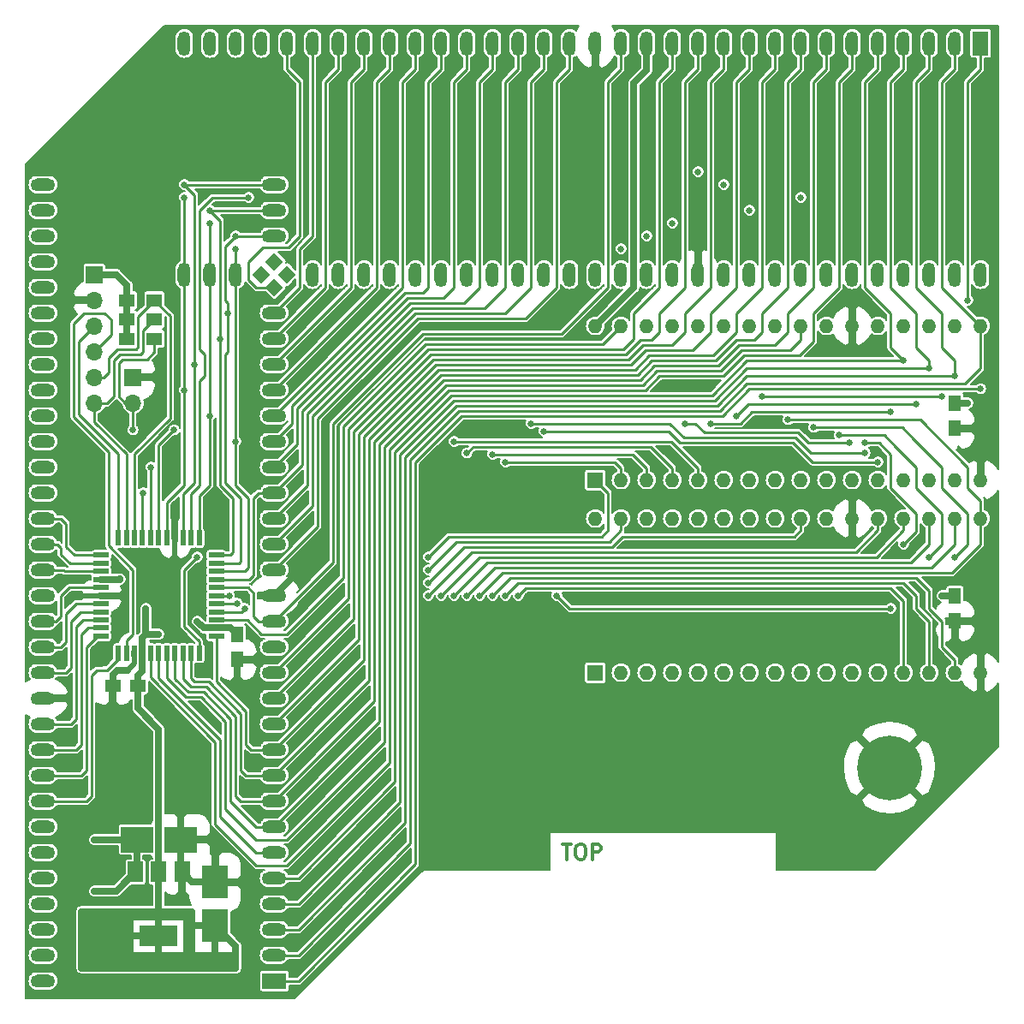
<source format=gtl>
G04 #@! TF.GenerationSoftware,KiCad,Pcbnew,(5.1.4-0-10_14)*
G04 #@! TF.CreationDate,2023-01-20T22:12:42+01:00*
G04 #@! TF.ProjectId,68000 Relocator FLASH Kickstart_Manual Route_DIP_Power Plan Split,36383030-3020-4526-956c-6f6361746f72,v1.0*
G04 #@! TF.SameCoordinates,Original*
G04 #@! TF.FileFunction,Copper,L1,Top*
G04 #@! TF.FilePolarity,Positive*
%FSLAX46Y46*%
G04 Gerber Fmt 4.6, Leading zero omitted, Abs format (unit mm)*
G04 Created by KiCad (PCBNEW (5.1.4-0-10_14)) date 2023-01-20 22:12:42*
%MOMM*%
%LPD*%
G04 APERTURE LIST*
%ADD10C,0.300000*%
%ADD11R,1.600000X1.600000*%
%ADD12O,1.397000X1.397000*%
%ADD13R,2.400000X1.600000*%
%ADD14O,2.413000X1.270000*%
%ADD15C,1.270000*%
%ADD16C,0.100000*%
%ADD17R,1.600000X2.400000*%
%ADD18O,1.270000X2.413000*%
%ADD19R,1.700000X1.700000*%
%ADD20O,1.700000X1.700000*%
%ADD21R,3.200000X2.500000*%
%ADD22R,2.500000X3.200000*%
%ADD23R,1.250000X1.500000*%
%ADD24R,1.500000X1.250000*%
%ADD25R,1.500000X1.300000*%
%ADD26R,0.550000X1.500000*%
%ADD27R,1.500000X0.550000*%
%ADD28R,3.800000X2.000000*%
%ADD29R,1.500000X2.000000*%
%ADD30C,6.400000*%
%ADD31C,0.635000*%
%ADD32C,0.254000*%
%ADD33C,0.635000*%
%ADD34C,0.508000*%
%ADD35C,0.203200*%
G04 APERTURE END LIST*
D10*
X156277714Y-139132571D02*
X157134857Y-139132571D01*
X156706285Y-140632571D02*
X156706285Y-139132571D01*
X157920571Y-139132571D02*
X158206285Y-139132571D01*
X158349142Y-139204000D01*
X158492000Y-139346857D01*
X158563428Y-139632571D01*
X158563428Y-140132571D01*
X158492000Y-140418285D01*
X158349142Y-140561142D01*
X158206285Y-140632571D01*
X157920571Y-140632571D01*
X157777714Y-140561142D01*
X157634857Y-140418285D01*
X157563428Y-140132571D01*
X157563428Y-139632571D01*
X157634857Y-139346857D01*
X157777714Y-139204000D01*
X157920571Y-139132571D01*
X159206285Y-140632571D02*
X159206285Y-139132571D01*
X159777714Y-139132571D01*
X159920571Y-139204000D01*
X159992000Y-139275428D01*
X160063428Y-139418285D01*
X160063428Y-139632571D01*
X159992000Y-139775428D01*
X159920571Y-139846857D01*
X159777714Y-139918285D01*
X159206285Y-139918285D01*
D11*
X159512000Y-103124000D03*
D12*
X197612000Y-87884000D03*
X162052000Y-103124000D03*
X195072000Y-87884000D03*
X164592000Y-103124000D03*
X192532000Y-87884000D03*
X167132000Y-103124000D03*
X189992000Y-87884000D03*
X169672000Y-103124000D03*
X187452000Y-87884000D03*
X172212000Y-103124000D03*
X184912000Y-87884000D03*
X174752000Y-103124000D03*
X182372000Y-87884000D03*
X177292000Y-103124000D03*
X179832000Y-87884000D03*
X179832000Y-103124000D03*
X177292000Y-87884000D03*
X182372000Y-103124000D03*
X174752000Y-87884000D03*
X184912000Y-103124000D03*
X172212000Y-87884000D03*
X187452000Y-103124000D03*
X169672000Y-87884000D03*
X189992000Y-103124000D03*
X167132000Y-87884000D03*
X192532000Y-103124000D03*
X164592000Y-87884000D03*
X195072000Y-103124000D03*
X162052000Y-87884000D03*
X197612000Y-103124000D03*
X159512000Y-87884000D03*
D13*
X127762000Y-152654000D03*
D14*
X104902000Y-73914000D03*
X127762000Y-150114000D03*
X104902000Y-76454000D03*
X127762000Y-147574000D03*
X104902000Y-78994000D03*
X127762000Y-145034000D03*
X104902000Y-81534000D03*
X127762000Y-142494000D03*
X104902000Y-84074000D03*
X127762000Y-139954000D03*
X104902000Y-86614000D03*
X127762000Y-137414000D03*
X104902000Y-89154000D03*
X127762000Y-134874000D03*
X104902000Y-91694000D03*
X127762000Y-132334000D03*
X104902000Y-94234000D03*
X127762000Y-129794000D03*
X104902000Y-96774000D03*
X127762000Y-127254000D03*
X104902000Y-99314000D03*
X127762000Y-124714000D03*
X104902000Y-101854000D03*
X127762000Y-122174000D03*
X104902000Y-104394000D03*
X127762000Y-119634000D03*
X104902000Y-106934000D03*
X127762000Y-117094000D03*
X104902000Y-109474000D03*
X127762000Y-114554000D03*
X104902000Y-112014000D03*
X127762000Y-112014000D03*
X104902000Y-114554000D03*
X127762000Y-109474000D03*
X104902000Y-117094000D03*
X127762000Y-106934000D03*
X104902000Y-119634000D03*
X127762000Y-104394000D03*
X104902000Y-122174000D03*
X127762000Y-101854000D03*
X104902000Y-124714000D03*
X127762000Y-99314000D03*
X104902000Y-127254000D03*
X127762000Y-96774000D03*
X104902000Y-129794000D03*
X127762000Y-94234000D03*
X104902000Y-132334000D03*
X127762000Y-91694000D03*
X104902000Y-134874000D03*
X127762000Y-89154000D03*
X104902000Y-137414000D03*
X127762000Y-86614000D03*
X104902000Y-139954000D03*
D15*
X127762000Y-84074000D03*
D16*
G36*
X127762000Y-83175974D02*
G01*
X128660026Y-84074000D01*
X127762000Y-84972026D01*
X126863974Y-84074000D01*
X127762000Y-83175974D01*
X127762000Y-83175974D01*
G37*
D14*
X104902000Y-142494000D03*
D15*
X127762000Y-81534000D03*
D16*
G36*
X127762000Y-80635974D02*
G01*
X128660026Y-81534000D01*
X127762000Y-82432026D01*
X126863974Y-81534000D01*
X127762000Y-80635974D01*
X127762000Y-80635974D01*
G37*
D14*
X104902000Y-145034000D03*
X127762000Y-78994000D03*
X104902000Y-147574000D03*
X127762000Y-76454000D03*
X104902000Y-150114000D03*
X127762000Y-73914000D03*
X104902000Y-152654000D03*
D17*
X197612000Y-59944000D03*
D18*
X118872000Y-82804000D03*
X195072000Y-59944000D03*
X121412000Y-82804000D03*
X192532000Y-59944000D03*
X123952000Y-82804000D03*
X189992000Y-59944000D03*
D15*
X126492000Y-82804000D03*
D16*
G36*
X125593974Y-82804000D02*
G01*
X126492000Y-81905974D01*
X127390026Y-82804000D01*
X126492000Y-83702026D01*
X125593974Y-82804000D01*
X125593974Y-82804000D01*
G37*
D18*
X187452000Y-59944000D03*
D15*
X129032000Y-82804000D03*
D16*
G36*
X128133974Y-82804000D02*
G01*
X129032000Y-81905974D01*
X129930026Y-82804000D01*
X129032000Y-83702026D01*
X128133974Y-82804000D01*
X128133974Y-82804000D01*
G37*
D18*
X184912000Y-59944000D03*
X131572000Y-82804000D03*
X182372000Y-59944000D03*
X134112000Y-82804000D03*
X179832000Y-59944000D03*
X136652000Y-82804000D03*
X177292000Y-59944000D03*
X139192000Y-82804000D03*
X174752000Y-59944000D03*
X141732000Y-82804000D03*
X172212000Y-59944000D03*
X144272000Y-82804000D03*
X169672000Y-59944000D03*
X146812000Y-82804000D03*
X167132000Y-59944000D03*
X149352000Y-82804000D03*
X164592000Y-59944000D03*
X151892000Y-82804000D03*
X162052000Y-59944000D03*
X154432000Y-82804000D03*
X159512000Y-59944000D03*
X156972000Y-82804000D03*
X156972000Y-59944000D03*
X159512000Y-82804000D03*
X154432000Y-59944000D03*
X162052000Y-82804000D03*
X151892000Y-59944000D03*
X164592000Y-82804000D03*
X149352000Y-59944000D03*
X167132000Y-82804000D03*
X146812000Y-59944000D03*
X169672000Y-82804000D03*
X144272000Y-59944000D03*
X172212000Y-82804000D03*
X141732000Y-59944000D03*
X174752000Y-82804000D03*
X139192000Y-59944000D03*
X177292000Y-82804000D03*
X136652000Y-59944000D03*
X179832000Y-82804000D03*
X134112000Y-59944000D03*
X182372000Y-82804000D03*
X131572000Y-59944000D03*
X184912000Y-82804000D03*
X129032000Y-59944000D03*
X187452000Y-82804000D03*
X126492000Y-59944000D03*
X189992000Y-82804000D03*
X123952000Y-59944000D03*
X192532000Y-82804000D03*
X121412000Y-59944000D03*
X195072000Y-82804000D03*
X118872000Y-59944000D03*
X197612000Y-82804000D03*
D11*
X159512000Y-122174000D03*
D12*
X197612000Y-106934000D03*
X162052000Y-122174000D03*
X195072000Y-106934000D03*
X164592000Y-122174000D03*
X192532000Y-106934000D03*
X167132000Y-122174000D03*
X189992000Y-106934000D03*
X169672000Y-122174000D03*
X187452000Y-106934000D03*
X172212000Y-122174000D03*
X184912000Y-106934000D03*
X174752000Y-122174000D03*
X182372000Y-106934000D03*
X177292000Y-122174000D03*
X179832000Y-106934000D03*
X179832000Y-122174000D03*
X177292000Y-106934000D03*
X182372000Y-122174000D03*
X174752000Y-106934000D03*
X184912000Y-122174000D03*
X172212000Y-106934000D03*
X187452000Y-122174000D03*
X169672000Y-106934000D03*
X189992000Y-122174000D03*
X167132000Y-106934000D03*
X192532000Y-122174000D03*
X164592000Y-106934000D03*
X195072000Y-122174000D03*
X162052000Y-106934000D03*
X197612000Y-122174000D03*
X159512000Y-106934000D03*
D19*
X109982000Y-82804000D03*
D20*
X109982000Y-85344000D03*
X109982000Y-87884000D03*
X109982000Y-90424000D03*
X109982000Y-92964000D03*
X109982000Y-95504000D03*
D21*
X114191000Y-138684000D03*
X118491000Y-138684000D03*
D22*
X121920000Y-147184000D03*
X121920000Y-142884000D03*
D23*
X124079000Y-118384000D03*
X124079000Y-120884000D03*
D24*
X114280000Y-123444000D03*
X111780000Y-123444000D03*
D23*
X195072000Y-95524000D03*
X195072000Y-98024000D03*
X195072000Y-114574000D03*
X195072000Y-117074000D03*
D19*
X113792000Y-92964000D03*
D20*
X113792000Y-95504000D03*
D25*
X113204000Y-89154000D03*
X115904000Y-89154000D03*
X113204000Y-85344000D03*
X115904000Y-85344000D03*
X113204000Y-87249000D03*
X115904000Y-87249000D03*
D26*
X120332000Y-108854000D03*
X119532000Y-108854000D03*
X118732000Y-108854000D03*
X117932000Y-108854000D03*
X117132000Y-108854000D03*
X116332000Y-108854000D03*
X115532000Y-108854000D03*
X114732000Y-108854000D03*
X113932000Y-108854000D03*
X113132000Y-108854000D03*
X112332000Y-108854000D03*
D27*
X110632000Y-110554000D03*
X110632000Y-111354000D03*
X110632000Y-112154000D03*
X110632000Y-112954000D03*
X110632000Y-113754000D03*
X110632000Y-114554000D03*
X110632000Y-115354000D03*
X110632000Y-116154000D03*
X110632000Y-116954000D03*
X110632000Y-117754000D03*
X110632000Y-118554000D03*
D26*
X112332000Y-120254000D03*
X113132000Y-120254000D03*
X113932000Y-120254000D03*
X114732000Y-120254000D03*
X115532000Y-120254000D03*
X116332000Y-120254000D03*
X117132000Y-120254000D03*
X117932000Y-120254000D03*
X118732000Y-120254000D03*
X119532000Y-120254000D03*
X120332000Y-120254000D03*
D27*
X122032000Y-118554000D03*
X122032000Y-117754000D03*
X122032000Y-116954000D03*
X122032000Y-116154000D03*
X122032000Y-115354000D03*
X122032000Y-114554000D03*
X122032000Y-113754000D03*
X122032000Y-112954000D03*
X122032000Y-112154000D03*
X122032000Y-111354000D03*
X122032000Y-110554000D03*
D28*
X116332000Y-148184000D03*
D29*
X116332000Y-141884000D03*
X114032000Y-141884000D03*
X118632000Y-141884000D03*
D30*
X188595000Y-131572000D03*
D31*
X196342000Y-85344000D03*
X197612000Y-94107000D03*
X118872000Y-75184000D03*
X118872000Y-94234000D03*
X121412000Y-77724000D03*
X121412000Y-96774000D03*
X195072000Y-92837000D03*
X123952000Y-80264000D03*
X123952000Y-99314000D03*
X192532000Y-92075000D03*
X145542000Y-99314000D03*
X189992000Y-91313000D03*
X169672000Y-72644000D03*
X172212000Y-73914000D03*
X179832000Y-75184000D03*
X174752000Y-76454000D03*
X146812000Y-100457000D03*
X167132000Y-77724000D03*
X164592000Y-78994000D03*
X115570000Y-101854000D03*
X149352000Y-100584000D03*
X114808000Y-104394000D03*
X150622000Y-101346000D03*
X193802000Y-114554000D03*
X196342000Y-95504000D03*
X109982000Y-138684000D03*
X109982000Y-143764000D03*
X162052000Y-80264000D03*
X130302000Y-103124000D03*
X130302000Y-105664000D03*
X130302000Y-108204000D03*
X125222000Y-99314000D03*
X120777000Y-122174000D03*
X131572000Y-145034000D03*
X131572000Y-127254000D03*
X131572000Y-129794000D03*
X131572000Y-132334000D03*
X131572000Y-134874000D03*
X131572000Y-137414000D03*
X131572000Y-139954000D03*
X176022000Y-97155000D03*
X191262000Y-109474000D03*
X165862000Y-93980000D03*
X112522000Y-118364000D03*
X112522000Y-114554000D03*
X118872000Y-134874000D03*
X118872000Y-132334000D03*
X118872000Y-129794000D03*
X118872000Y-127254000D03*
X111760000Y-128524000D03*
X111760000Y-131064000D03*
X111760000Y-133604000D03*
X111760000Y-136144000D03*
X157480000Y-88646000D03*
X122047000Y-127254000D03*
X111760000Y-124714000D03*
X111760000Y-125984000D03*
X124079000Y-122174000D03*
X124079000Y-123444000D03*
X117983000Y-106934000D03*
X124841000Y-114554000D03*
X179832000Y-105029000D03*
X125222000Y-101854000D03*
X125222000Y-96774000D03*
X125222000Y-94234000D03*
X125222000Y-91694000D03*
X125222000Y-89154000D03*
X125222000Y-86614000D03*
X117983000Y-101854000D03*
X120142000Y-110744000D03*
X184607200Y-99441000D03*
X168402000Y-97536000D03*
X143002000Y-114554000D03*
X188722000Y-96393000D03*
X170942000Y-97536000D03*
X144272000Y-114554000D03*
X191262000Y-95631000D03*
X173482000Y-96774000D03*
X145542000Y-114554000D03*
X193802000Y-94869000D03*
X176022000Y-94869000D03*
X146812000Y-114554000D03*
X178562000Y-97155000D03*
X148082000Y-114554000D03*
X181102000Y-97917000D03*
X195072000Y-110744000D03*
X149352000Y-114554000D03*
X183642000Y-98679000D03*
X192532000Y-110744000D03*
X150622000Y-114554000D03*
X125222000Y-75184000D03*
X186182000Y-99441000D03*
X189992000Y-109474000D03*
X151892000Y-114554000D03*
X123952000Y-78994000D03*
X123190000Y-86614000D03*
X153162000Y-97536000D03*
X186182000Y-100457000D03*
X121412000Y-76454000D03*
X122428000Y-89154000D03*
X154432000Y-98298000D03*
X187452000Y-101346000D03*
X118872000Y-73914000D03*
X119888000Y-91694000D03*
X188722000Y-115824000D03*
X155702000Y-114554000D03*
X112522000Y-112903000D03*
X120142000Y-117094000D03*
X115062000Y-118364000D03*
X115062000Y-115824000D03*
X116332000Y-118364000D03*
X143002000Y-112014000D03*
X124079000Y-115316000D03*
X143002000Y-113284000D03*
X124841000Y-115824000D03*
X117856000Y-98171000D03*
X113792000Y-98171000D03*
X143002000Y-110744000D03*
X123317000Y-114554000D03*
D32*
X197612000Y-62484000D02*
X197612000Y-59944000D01*
X196342000Y-63754000D02*
X197612000Y-62484000D01*
X196342000Y-84074000D02*
X196342000Y-63754000D01*
X196342000Y-84074000D02*
X196342000Y-85344000D01*
X127762000Y-152654000D02*
X130175000Y-152654000D01*
X130175000Y-152654000D02*
X141732000Y-141097000D01*
X141732000Y-141097000D02*
X141732000Y-101346000D01*
X141732000Y-101346000D02*
X146304000Y-96774000D01*
X146304000Y-96774000D02*
X149860000Y-96774000D01*
X149860000Y-96774000D02*
X172085000Y-96774000D01*
X172085000Y-96774000D02*
X174752000Y-94107000D01*
X174752000Y-94107000D02*
X197612000Y-94107000D01*
X118872000Y-75184000D02*
X118872000Y-82804000D01*
X118872000Y-82804000D02*
X118872000Y-103632000D01*
X117132000Y-105372000D02*
X117132000Y-108854000D01*
X118872000Y-103632000D02*
X117132000Y-105372000D01*
X195072000Y-62484000D02*
X195072000Y-59944000D01*
X193802000Y-84074000D02*
X193802000Y-63754000D01*
X193802000Y-63754000D02*
X195072000Y-62484000D01*
X193802000Y-84074000D02*
X197612000Y-87884000D01*
X197612000Y-92075000D02*
X197612000Y-87884000D01*
X196088000Y-93599000D02*
X197612000Y-92075000D01*
X174498000Y-93599000D02*
X196088000Y-93599000D01*
X130175000Y-150114000D02*
X141224000Y-139065000D01*
X141224000Y-101092000D02*
X146050000Y-96266000D01*
X127762000Y-150114000D02*
X130175000Y-150114000D01*
X146050000Y-96266000D02*
X171831000Y-96266000D01*
X141224000Y-139065000D02*
X141224000Y-101092000D01*
X171831000Y-96266000D02*
X174498000Y-93599000D01*
X121412000Y-77724000D02*
X121412000Y-82804000D01*
X120332000Y-104712000D02*
X120332000Y-108854000D01*
X121412000Y-82804000D02*
X121412000Y-103632000D01*
X121412000Y-103632000D02*
X120332000Y-104712000D01*
X192532000Y-62484000D02*
X192532000Y-59944000D01*
X191262000Y-63754000D02*
X192532000Y-62484000D01*
X191262000Y-84074000D02*
X191262000Y-63754000D01*
X130175000Y-147574000D02*
X127762000Y-147574000D01*
X174498000Y-92837000D02*
X171577000Y-95758000D01*
X195072000Y-92837000D02*
X174498000Y-92837000D01*
X171577000Y-95758000D02*
X145796000Y-95758000D01*
X145796000Y-95758000D02*
X140716000Y-100838000D01*
X140716000Y-100838000D02*
X140716000Y-137033000D01*
X140716000Y-137033000D02*
X130175000Y-147574000D01*
X191262000Y-84074000D02*
X193802000Y-86614000D01*
X193802000Y-86614000D02*
X193802000Y-90043000D01*
X195072000Y-91313000D02*
X195072000Y-92837000D01*
X193802000Y-90043000D02*
X195072000Y-91313000D01*
X123952000Y-80264000D02*
X123952000Y-82804000D01*
X123952000Y-82804000D02*
X123952000Y-103632000D01*
X123952000Y-103632000D02*
X125222000Y-104902000D01*
X125222000Y-104902000D02*
X125222000Y-111760000D01*
X124828000Y-112154000D02*
X122032000Y-112154000D01*
X125222000Y-111760000D02*
X124828000Y-112154000D01*
X189992000Y-62484000D02*
X189992000Y-59944000D01*
X188722000Y-84074000D02*
X188722000Y-63754000D01*
X188722000Y-63754000D02*
X189992000Y-62484000D01*
X188722000Y-84074000D02*
X191262000Y-86614000D01*
X191262000Y-86614000D02*
X191262000Y-90043000D01*
X191262000Y-90043000D02*
X192532000Y-91313000D01*
X192532000Y-91313000D02*
X192532000Y-92075000D01*
X130175000Y-145034000D02*
X127762000Y-145034000D01*
X174498000Y-92075000D02*
X171323000Y-95250000D01*
X171323000Y-95250000D02*
X145542000Y-95250000D01*
X192532000Y-92075000D02*
X174498000Y-92075000D01*
X140208000Y-100584000D02*
X140208000Y-135001000D01*
X145542000Y-95250000D02*
X140208000Y-100584000D01*
X140208000Y-135001000D02*
X130175000Y-145034000D01*
X169672000Y-103124000D02*
X169672000Y-101981000D01*
X169672000Y-101981000D02*
X167259000Y-99568000D01*
X167259000Y-99568000D02*
X167005000Y-99314000D01*
X167005000Y-99314000D02*
X145542000Y-99314000D01*
X187452000Y-59944000D02*
X187452000Y-62484000D01*
X187452000Y-62484000D02*
X186182000Y-63754000D01*
X127762000Y-142494000D02*
X130175000Y-142494000D01*
X130175000Y-142494000D02*
X139700000Y-132969000D01*
X139700000Y-132969000D02*
X139700000Y-100330000D01*
X139700000Y-100330000D02*
X145288000Y-94742000D01*
X145288000Y-94742000D02*
X149860000Y-94742000D01*
X149860000Y-94742000D02*
X171069000Y-94742000D01*
X171069000Y-94742000D02*
X174498000Y-91313000D01*
X174498000Y-91313000D02*
X189992000Y-91313000D01*
X189992000Y-91313000D02*
X188722000Y-90043000D01*
X188722000Y-90043000D02*
X188722000Y-86614000D01*
X188722000Y-86614000D02*
X186182000Y-84074000D01*
X186182000Y-84074000D02*
X186182000Y-63754000D01*
X182372000Y-62484000D02*
X182372000Y-59944000D01*
X181102000Y-84074000D02*
X181102000Y-63754000D01*
X178562000Y-86614000D02*
X181102000Y-84074000D01*
X178562000Y-88519000D02*
X178562000Y-86614000D01*
X177292000Y-89789000D02*
X178562000Y-88519000D01*
X173736000Y-89789000D02*
X177292000Y-89789000D01*
X127762000Y-137414000D02*
X138176000Y-127000000D01*
X138176000Y-99568000D02*
X144526000Y-93218000D01*
X144526000Y-93218000D02*
X163957000Y-93218000D01*
X181102000Y-63754000D02*
X182372000Y-62484000D01*
X171704000Y-91821000D02*
X173736000Y-89789000D01*
X163957000Y-93218000D02*
X165354000Y-91821000D01*
X138176000Y-127000000D02*
X138176000Y-99568000D01*
X165354000Y-91821000D02*
X171704000Y-91821000D01*
X117932000Y-122758000D02*
X117932000Y-120254000D01*
X123444000Y-126746000D02*
X120777000Y-124079000D01*
X120777000Y-124079000D02*
X119253000Y-124079000D01*
X119253000Y-124079000D02*
X117932000Y-122758000D01*
X123444000Y-126746000D02*
X123444000Y-134874000D01*
X125984000Y-137414000D02*
X127762000Y-137414000D01*
X123444000Y-134874000D02*
X125984000Y-137414000D01*
X179832000Y-62484000D02*
X179832000Y-59944000D01*
X178562000Y-63754000D02*
X179832000Y-62484000D01*
X137668000Y-124968000D02*
X137668000Y-99314000D01*
X127762000Y-134874000D02*
X137668000Y-124968000D01*
X137668000Y-99314000D02*
X144272000Y-92710000D01*
X144272000Y-92710000D02*
X163703000Y-92710000D01*
X163703000Y-92710000D02*
X165100000Y-91313000D01*
X165100000Y-91313000D02*
X171450000Y-91313000D01*
X171450000Y-91313000D02*
X173482000Y-89281000D01*
X173482000Y-89281000D02*
X175260000Y-89281000D01*
X175260000Y-89281000D02*
X176022000Y-88519000D01*
X176022000Y-88519000D02*
X176022000Y-86614000D01*
X176022000Y-86614000D02*
X178562000Y-84074000D01*
X178562000Y-84074000D02*
X178562000Y-63754000D01*
X118732000Y-122796000D02*
X118732000Y-120254000D01*
X124460000Y-134874000D02*
X123952000Y-134366000D01*
X127762000Y-134874000D02*
X124460000Y-134874000D01*
X123952000Y-134366000D02*
X123952000Y-126492000D01*
X123952000Y-126492000D02*
X121031000Y-123571000D01*
X121031000Y-123571000D02*
X119507000Y-123571000D01*
X119507000Y-123571000D02*
X118732000Y-122796000D01*
X177292000Y-62484000D02*
X177292000Y-59944000D01*
X176022000Y-63754000D02*
X177292000Y-62484000D01*
X176022000Y-84074000D02*
X176022000Y-63754000D01*
X173482000Y-86614000D02*
X176022000Y-84074000D01*
X173482000Y-88519000D02*
X173482000Y-86614000D01*
X171196000Y-90805000D02*
X173482000Y-88519000D01*
X137160000Y-122936000D02*
X137160000Y-99060000D01*
X127762000Y-132334000D02*
X137160000Y-122936000D01*
X137160000Y-99060000D02*
X144018000Y-92202000D01*
X144018000Y-92202000D02*
X163449000Y-92202000D01*
X163449000Y-92202000D02*
X164846000Y-90805000D01*
X164846000Y-90805000D02*
X171196000Y-90805000D01*
X119532000Y-122707000D02*
X119532000Y-120254000D01*
X124968000Y-132334000D02*
X124460000Y-131826000D01*
X127762000Y-132334000D02*
X124968000Y-132334000D01*
X124460000Y-131826000D02*
X124460000Y-126238000D01*
X124460000Y-126238000D02*
X121285000Y-123063000D01*
X121285000Y-123063000D02*
X119888000Y-123063000D01*
X119888000Y-123063000D02*
X119532000Y-122707000D01*
X167132000Y-103124000D02*
X167132000Y-101981000D01*
X167132000Y-101981000D02*
X165227000Y-100076000D01*
X165227000Y-100076000D02*
X164973000Y-99822000D01*
X164973000Y-99822000D02*
X147447000Y-99822000D01*
X147447000Y-99822000D02*
X146812000Y-100457000D01*
X173482000Y-63754000D02*
X174752000Y-62484000D01*
X136652000Y-120904000D02*
X136652000Y-98806000D01*
X127762000Y-129794000D02*
X136652000Y-120904000D01*
X174752000Y-62484000D02*
X174752000Y-59944000D01*
X136652000Y-98806000D02*
X143764000Y-91694000D01*
X143764000Y-91694000D02*
X163068000Y-91694000D01*
X163068000Y-91694000D02*
X164465000Y-90297000D01*
X164465000Y-90297000D02*
X169164000Y-90297000D01*
X169164000Y-90297000D02*
X170942000Y-88519000D01*
X170942000Y-88519000D02*
X170942000Y-86614000D01*
X170942000Y-86614000D02*
X173482000Y-84074000D01*
X173482000Y-84074000D02*
X173482000Y-63754000D01*
X122032000Y-123048000D02*
X122032000Y-118554000D01*
X124968000Y-125984000D02*
X122032000Y-123048000D01*
X124968000Y-129286000D02*
X124968000Y-125984000D01*
X127762000Y-129794000D02*
X125476000Y-129794000D01*
X125476000Y-129794000D02*
X124968000Y-129286000D01*
X170942000Y-63754000D02*
X172212000Y-62484000D01*
X136144000Y-118872000D02*
X136144000Y-98552000D01*
X127762000Y-127254000D02*
X136144000Y-118872000D01*
X136144000Y-98552000D02*
X143510000Y-91186000D01*
X172212000Y-62484000D02*
X172212000Y-59944000D01*
X143510000Y-91186000D02*
X162814000Y-91186000D01*
X162814000Y-91186000D02*
X164211000Y-89789000D01*
X164211000Y-89789000D02*
X167132000Y-89789000D01*
X167132000Y-89789000D02*
X168402000Y-88519000D01*
X168402000Y-88519000D02*
X168402000Y-86614000D01*
X170942000Y-84074000D02*
X170942000Y-63754000D01*
X168402000Y-86614000D02*
X170942000Y-84074000D01*
X169672000Y-62484000D02*
X169672000Y-59944000D01*
X168402000Y-63754000D02*
X169672000Y-62484000D01*
X168402000Y-84074000D02*
X168402000Y-63754000D01*
X165862000Y-88519000D02*
X165862000Y-86614000D01*
X165862000Y-86614000D02*
X168402000Y-84074000D01*
X165100000Y-89281000D02*
X165862000Y-88519000D01*
X135636000Y-116840000D02*
X135636000Y-98298000D01*
X127762000Y-124714000D02*
X135636000Y-116840000D01*
X135636000Y-98298000D02*
X143256000Y-90678000D01*
X143256000Y-90678000D02*
X162560000Y-90678000D01*
X162560000Y-90678000D02*
X163957000Y-89281000D01*
X163957000Y-89281000D02*
X165100000Y-89281000D01*
X115532000Y-108854000D02*
X115532000Y-101892000D01*
X115532000Y-101892000D02*
X115570000Y-101854000D01*
X164592000Y-103124000D02*
X164592000Y-101981000D01*
X164592000Y-101981000D02*
X163195000Y-100584000D01*
X163195000Y-100584000D02*
X149352000Y-100584000D01*
X167132000Y-62484000D02*
X167132000Y-59944000D01*
X165862000Y-63754000D02*
X167132000Y-62484000D01*
X135128000Y-114808000D02*
X135128000Y-98044000D01*
X127762000Y-122174000D02*
X135128000Y-114808000D01*
X135128000Y-98044000D02*
X143002000Y-90170000D01*
X143002000Y-90170000D02*
X162306000Y-90170000D01*
X162306000Y-90170000D02*
X163322000Y-89154000D01*
X163322000Y-89154000D02*
X163322000Y-86614000D01*
X165862000Y-84074000D02*
X165862000Y-63754000D01*
X163322000Y-86614000D02*
X165862000Y-84074000D01*
X114732000Y-104470000D02*
X114808000Y-104394000D01*
X114732000Y-108854000D02*
X114732000Y-104470000D01*
X162052000Y-103124000D02*
X162052000Y-101981000D01*
X162052000Y-101981000D02*
X161417000Y-101346000D01*
X161417000Y-101346000D02*
X150622000Y-101346000D01*
D33*
X114191000Y-141725000D02*
X114032000Y-141884000D01*
X114191000Y-138684000D02*
X114191000Y-141725000D01*
X195072000Y-114574000D02*
X193822000Y-114574000D01*
X193822000Y-114574000D02*
X193802000Y-114554000D01*
X195072000Y-95524000D02*
X196322000Y-95524000D01*
X196322000Y-95524000D02*
X196342000Y-95504000D01*
X164592000Y-62611000D02*
X164592000Y-59944000D01*
X163322000Y-63881000D02*
X164592000Y-62611000D01*
X159512000Y-87884000D02*
X163322000Y-84074000D01*
X163322000Y-84074000D02*
X163322000Y-63881000D01*
X110617000Y-138684000D02*
X114191000Y-138684000D01*
X109982000Y-138684000D02*
X110617000Y-138684000D01*
X112152000Y-143764000D02*
X114032000Y-141884000D01*
X109982000Y-143764000D02*
X112152000Y-143764000D01*
D32*
X108014000Y-110554000D02*
X110632000Y-110554000D01*
X108014000Y-110554000D02*
X107188000Y-109728000D01*
X107188000Y-109728000D02*
X107188000Y-107442000D01*
X106680000Y-106934000D02*
X104902000Y-106934000D01*
X107188000Y-107442000D02*
X106680000Y-106934000D01*
X127762000Y-117094000D02*
X126238000Y-117094000D01*
X126238000Y-117094000D02*
X125730000Y-116586000D01*
X122032000Y-113754000D02*
X125184000Y-113754000D01*
X125184000Y-113754000D02*
X125730000Y-114300000D01*
X125730000Y-114300000D02*
X125730000Y-116586000D01*
X133604000Y-97536000D02*
X142494000Y-88646000D01*
X142494000Y-88646000D02*
X156210000Y-88646000D01*
X156210000Y-88646000D02*
X160782000Y-84074000D01*
X160782000Y-84074000D02*
X160782000Y-63754000D01*
X162052000Y-62484000D02*
X162052000Y-59944000D01*
X160782000Y-63754000D02*
X162052000Y-62484000D01*
X133604000Y-111252000D02*
X133604000Y-97536000D01*
X127762000Y-117094000D02*
X133604000Y-111252000D01*
X107544000Y-111354000D02*
X110632000Y-111354000D01*
X107544000Y-111354000D02*
X106680000Y-110490000D01*
X106680000Y-110490000D02*
X106680000Y-109855000D01*
X106299000Y-109474000D02*
X104902000Y-109474000D01*
X106680000Y-109855000D02*
X106299000Y-109474000D01*
X165862000Y-93853000D02*
X165862000Y-93980000D01*
D33*
X118482000Y-141734000D02*
X118632000Y-141884000D01*
X118491000Y-141743000D02*
X118632000Y-141884000D01*
X118491000Y-138684000D02*
X118491000Y-141743000D01*
X119632000Y-142884000D02*
X118632000Y-141884000D01*
X121920000Y-142884000D02*
X119632000Y-142884000D01*
D34*
X113932000Y-121272000D02*
X113932000Y-120254000D01*
X113284000Y-121920000D02*
X113932000Y-121272000D01*
D33*
X111780000Y-123444000D02*
X111780000Y-122408000D01*
X112268000Y-121920000D02*
X113284000Y-121920000D01*
X111780000Y-122408000D02*
X112268000Y-121920000D01*
X132842000Y-97282000D02*
X142240000Y-87884000D01*
X142240000Y-87884000D02*
X154813000Y-87884000D01*
X154813000Y-87884000D02*
X158242000Y-84455000D01*
X158242000Y-84455000D02*
X158242000Y-63754000D01*
X159512000Y-62484000D02*
X159512000Y-59944000D01*
X158242000Y-63754000D02*
X159512000Y-62484000D01*
X132842000Y-109474000D02*
X132842000Y-97282000D01*
X127762000Y-114554000D02*
X132842000Y-109474000D01*
X197612000Y-103124000D02*
X197612000Y-100564000D01*
X111780000Y-123444000D02*
X111780000Y-124694000D01*
X111780000Y-124694000D02*
X111760000Y-124714000D01*
X124079000Y-120884000D02*
X124079000Y-122174000D01*
X118491000Y-135255000D02*
X118872000Y-134874000D01*
X118491000Y-138684000D02*
X118491000Y-135255000D01*
X110632000Y-114554000D02*
X112522000Y-114554000D01*
X117932000Y-106985000D02*
X117983000Y-106934000D01*
X117932000Y-108854000D02*
X117932000Y-106985000D01*
X197612000Y-122174000D02*
X197612000Y-117094000D01*
X197592000Y-117074000D02*
X197612000Y-117094000D01*
X195072000Y-117074000D02*
X197592000Y-117074000D01*
X195072000Y-98024000D02*
X197592000Y-98024000D01*
X197612000Y-98044000D02*
X197612000Y-100564000D01*
X197592000Y-98024000D02*
X197612000Y-98044000D01*
D32*
X104902000Y-112014000D02*
X106934000Y-112014000D01*
X107074000Y-112154000D02*
X110632000Y-112154000D01*
X106934000Y-112014000D02*
X107074000Y-112154000D01*
X127762000Y-112014000D02*
X132080000Y-107696000D01*
X132080000Y-107696000D02*
X132080000Y-97028000D01*
X132080000Y-97028000D02*
X141986000Y-87122000D01*
X141986000Y-87122000D02*
X152654000Y-87122000D01*
X152654000Y-87122000D02*
X155702000Y-84074000D01*
X155702000Y-84074000D02*
X155702000Y-63754000D01*
X156972000Y-62484000D02*
X156972000Y-59944000D01*
X155702000Y-63754000D02*
X156972000Y-62484000D01*
X127762000Y-109474000D02*
X131572000Y-105664000D01*
X131572000Y-105664000D02*
X131572000Y-96774000D01*
X131572000Y-96774000D02*
X141732000Y-86614000D01*
X141732000Y-86614000D02*
X150622000Y-86614000D01*
X150622000Y-86614000D02*
X153162000Y-84074000D01*
X153162000Y-84074000D02*
X153162000Y-63754000D01*
X154432000Y-62484000D02*
X154432000Y-59944000D01*
X153162000Y-63754000D02*
X154432000Y-62484000D01*
X120332000Y-120254000D02*
X120332000Y-119062000D01*
X120332000Y-119062000D02*
X118872000Y-117602000D01*
X118872000Y-112014000D02*
X120142000Y-110744000D01*
X118872000Y-117602000D02*
X118872000Y-112014000D01*
X104902000Y-117094000D02*
X106172000Y-117094000D01*
X106172000Y-117094000D02*
X106680000Y-116586000D01*
X106680000Y-116586000D02*
X106680000Y-114554000D01*
X107480000Y-113754000D02*
X110632000Y-113754000D01*
X106680000Y-114554000D02*
X107480000Y-113754000D01*
X127762000Y-106934000D02*
X131064000Y-103632000D01*
X131064000Y-103632000D02*
X131064000Y-96520000D01*
X131064000Y-96520000D02*
X141478000Y-86106000D01*
X151892000Y-62484000D02*
X151892000Y-59944000D01*
X150622000Y-63754000D02*
X151892000Y-62484000D01*
X141478000Y-86106000D02*
X148590000Y-86106000D01*
X148590000Y-86106000D02*
X150622000Y-84074000D01*
X150622000Y-84074000D02*
X150622000Y-63754000D01*
X104902000Y-119634000D02*
X106680000Y-119634000D01*
X106680000Y-119634000D02*
X107188000Y-119126000D01*
X107188000Y-119126000D02*
X107188000Y-116332000D01*
X108166000Y-115354000D02*
X110632000Y-115354000D01*
X107188000Y-116332000D02*
X108166000Y-115354000D01*
X127762000Y-104394000D02*
X126238000Y-104394000D01*
X126238000Y-104394000D02*
X125730000Y-104902000D01*
X125730000Y-104902000D02*
X125730000Y-112522000D01*
X125298000Y-112954000D02*
X122032000Y-112954000D01*
X125730000Y-112522000D02*
X125298000Y-112954000D01*
X127762000Y-104394000D02*
X130556000Y-101600000D01*
X130556000Y-101600000D02*
X130556000Y-96266000D01*
X130556000Y-96266000D02*
X141224000Y-85598000D01*
X141224000Y-85598000D02*
X146558000Y-85598000D01*
X146558000Y-85598000D02*
X148082000Y-84074000D01*
X148082000Y-84074000D02*
X148082000Y-63754000D01*
X149352000Y-62484000D02*
X149352000Y-59944000D01*
X148082000Y-63754000D02*
X149352000Y-62484000D01*
X104902000Y-122174000D02*
X107188000Y-122174000D01*
X107188000Y-122174000D02*
X107696000Y-121666000D01*
X107696000Y-121666000D02*
X107696000Y-117094000D01*
X108636000Y-116154000D02*
X110632000Y-116154000D01*
X107696000Y-117094000D02*
X108636000Y-116154000D01*
X127762000Y-101854000D02*
X130048000Y-99568000D01*
X130048000Y-99568000D02*
X130048000Y-96012000D01*
X130048000Y-96012000D02*
X140970000Y-85090000D01*
X140970000Y-85090000D02*
X144526000Y-85090000D01*
X144526000Y-85090000D02*
X145542000Y-84074000D01*
X145542000Y-84074000D02*
X145542000Y-63754000D01*
X146812000Y-62484000D02*
X146812000Y-59944000D01*
X145542000Y-63754000D02*
X146812000Y-62484000D01*
X143002000Y-63754000D02*
X144272000Y-62484000D01*
X127762000Y-99314000D02*
X129540000Y-97536000D01*
X129540000Y-97536000D02*
X129540000Y-95758000D01*
X129540000Y-95758000D02*
X140716000Y-84582000D01*
X144272000Y-62484000D02*
X144272000Y-59944000D01*
X140716000Y-84582000D02*
X142494000Y-84582000D01*
X142494000Y-84582000D02*
X143002000Y-84074000D01*
X143002000Y-84074000D02*
X143002000Y-63754000D01*
X104902000Y-127254000D02*
X107696000Y-127254000D01*
X107696000Y-127254000D02*
X108204000Y-126746000D01*
X108204000Y-126746000D02*
X108204000Y-117602000D01*
X108852000Y-116954000D02*
X110632000Y-116954000D01*
X108204000Y-117602000D02*
X108852000Y-116954000D01*
X187452000Y-108077000D02*
X187452000Y-106934000D01*
X158750000Y-110236000D02*
X185293000Y-110236000D01*
X185293000Y-110236000D02*
X187452000Y-108077000D01*
X158750000Y-110236000D02*
X147320000Y-110236000D01*
X147320000Y-110236000D02*
X143002000Y-114554000D01*
X180594000Y-99441000D02*
X184607200Y-99441000D01*
X179578000Y-98425000D02*
X180594000Y-99441000D01*
X170307000Y-98425000D02*
X179578000Y-98425000D01*
X168402000Y-97536000D02*
X169418000Y-97536000D01*
X169418000Y-97536000D02*
X170307000Y-98425000D01*
X127762000Y-96774000D02*
X140462000Y-84074000D01*
X140462000Y-84074000D02*
X140462000Y-63754000D01*
X140462000Y-63754000D02*
X141732000Y-62484000D01*
X141732000Y-62484000D02*
X141732000Y-59944000D01*
X109322000Y-117754000D02*
X110632000Y-117754000D01*
X108712000Y-118364000D02*
X109322000Y-117754000D01*
X108712000Y-129286000D02*
X108712000Y-118364000D01*
X104902000Y-129794000D02*
X108204000Y-129794000D01*
X108204000Y-129794000D02*
X108712000Y-129286000D01*
X188722000Y-96393000D02*
X175006000Y-96393000D01*
X175006000Y-96393000D02*
X173863000Y-97536000D01*
X173863000Y-97536000D02*
X170942000Y-97536000D01*
X148082000Y-110744000D02*
X144272000Y-114554000D01*
X187325000Y-110744000D02*
X148082000Y-110744000D01*
X189992000Y-106934000D02*
X189992000Y-108077000D01*
X189992000Y-108077000D02*
X187325000Y-110744000D01*
X139192000Y-62484000D02*
X139192000Y-59944000D01*
X137922000Y-63754000D02*
X139192000Y-62484000D01*
X127762000Y-94234000D02*
X137922000Y-84074000D01*
X137922000Y-84074000D02*
X137922000Y-63754000D01*
X110632000Y-118554000D02*
X110300000Y-118554000D01*
X110300000Y-118554000D02*
X109220000Y-119634000D01*
X109220000Y-131826000D02*
X108712000Y-132334000D01*
X109220000Y-119634000D02*
X109220000Y-131826000D01*
X104902000Y-132334000D02*
X108712000Y-132334000D01*
X191262000Y-95631000D02*
X174625000Y-95631000D01*
X174625000Y-95631000D02*
X173482000Y-96774000D01*
X148844000Y-111252000D02*
X145542000Y-114554000D01*
X190754000Y-111252000D02*
X148844000Y-111252000D01*
X192532000Y-106934000D02*
X192532000Y-109474000D01*
X192532000Y-109474000D02*
X190754000Y-111252000D01*
X136652000Y-62484000D02*
X136652000Y-59944000D01*
X135382000Y-63754000D02*
X136652000Y-62484000D01*
X127762000Y-91694000D02*
X135382000Y-84074000D01*
X135382000Y-84074000D02*
X135382000Y-63754000D01*
X112332000Y-120254000D02*
X112332000Y-120840000D01*
X112332000Y-120840000D02*
X111252000Y-121920000D01*
X104902000Y-134874000D02*
X109220000Y-134874000D01*
X109220000Y-134874000D02*
X109728000Y-134366000D01*
X109728000Y-134366000D02*
X109728000Y-122428000D01*
X109728000Y-122428000D02*
X110236000Y-121920000D01*
X110236000Y-121920000D02*
X111252000Y-121920000D01*
X193802000Y-94869000D02*
X176022000Y-94869000D01*
X149606000Y-111760000D02*
X146812000Y-114554000D01*
X192786000Y-111760000D02*
X149606000Y-111760000D01*
X195072000Y-106934000D02*
X195072000Y-109474000D01*
X195072000Y-109474000D02*
X192786000Y-111760000D01*
X134112000Y-62484000D02*
X134112000Y-59944000D01*
X132842000Y-63754000D02*
X134112000Y-62484000D01*
X127762000Y-89154000D02*
X132842000Y-84074000D01*
X132842000Y-84074000D02*
X132842000Y-63754000D01*
X197612000Y-105156000D02*
X197612000Y-106934000D01*
X196342000Y-103886000D02*
X197612000Y-105156000D01*
X196342000Y-101854000D02*
X196342000Y-103886000D01*
X178562000Y-97155000D02*
X191643000Y-97155000D01*
X191643000Y-97155000D02*
X196342000Y-101854000D01*
X150368000Y-112268000D02*
X148082000Y-114554000D01*
X197612000Y-106934000D02*
X197612000Y-109474000D01*
X197612000Y-109474000D02*
X194818000Y-112268000D01*
X150368000Y-112268000D02*
X194818000Y-112268000D01*
X127762000Y-86614000D02*
X130302000Y-84074000D01*
X130302000Y-84074000D02*
X130302000Y-80264000D01*
X130302000Y-80264000D02*
X131572000Y-78994000D01*
X131572000Y-78994000D02*
X131572000Y-65024000D01*
X131572000Y-65024000D02*
X131572000Y-59944000D01*
X191008000Y-99060000D02*
X193802000Y-101854000D01*
X191008000Y-99060000D02*
X189865000Y-97917000D01*
X189865000Y-97917000D02*
X181102000Y-97917000D01*
X193802000Y-101854000D02*
X193802000Y-103886000D01*
X193802000Y-103886000D02*
X196342000Y-106426000D01*
X196342000Y-106426000D02*
X196342000Y-109474000D01*
X196342000Y-109474000D02*
X195072000Y-110744000D01*
X195072000Y-122174000D02*
X195072000Y-121031000D01*
X195072000Y-121031000D02*
X195072000Y-120904000D01*
X195072000Y-120904000D02*
X193802000Y-119634000D01*
X193802000Y-119634000D02*
X193802000Y-117094000D01*
X193802000Y-117094000D02*
X192532000Y-115824000D01*
X192532000Y-115824000D02*
X192532000Y-114046000D01*
X192532000Y-114046000D02*
X191262000Y-112776000D01*
X191262000Y-112776000D02*
X151130000Y-112776000D01*
X151130000Y-112776000D02*
X149352000Y-114554000D01*
X129032000Y-62484000D02*
X129032000Y-59944000D01*
X130302000Y-78994000D02*
X130302000Y-63754000D01*
X125984000Y-84074000D02*
X125222000Y-83312000D01*
X127762000Y-84074000D02*
X125984000Y-84074000D01*
X125222000Y-83312000D02*
X125222000Y-81534000D01*
X125222000Y-81534000D02*
X126619000Y-80137000D01*
X130302000Y-63754000D02*
X129032000Y-62484000D01*
X126619000Y-80137000D02*
X129159000Y-80137000D01*
X129159000Y-80137000D02*
X130302000Y-78994000D01*
X192532000Y-122174000D02*
X192532000Y-117094000D01*
X192532000Y-117094000D02*
X191262000Y-115824000D01*
X191262000Y-115824000D02*
X191262000Y-114554000D01*
X191262000Y-114554000D02*
X189992000Y-113284000D01*
X189992000Y-113284000D02*
X151892000Y-113284000D01*
X151892000Y-113284000D02*
X150622000Y-114554000D01*
X188087000Y-98679000D02*
X183642000Y-98679000D01*
X193802000Y-106426000D02*
X193802000Y-109474000D01*
X193802000Y-109474000D02*
X192532000Y-110744000D01*
X189230000Y-99822000D02*
X188087000Y-98679000D01*
X191262000Y-103886000D02*
X193802000Y-106426000D01*
X191262000Y-101854000D02*
X191262000Y-103886000D01*
X191262000Y-101854000D02*
X189230000Y-99822000D01*
X119532000Y-104496000D02*
X119532000Y-108854000D01*
X120396000Y-103632000D02*
X119532000Y-104496000D01*
X121666000Y-75184000D02*
X120396000Y-76454000D01*
X121666000Y-75184000D02*
X125222000Y-75184000D01*
X120396000Y-103632000D02*
X120396000Y-93345000D01*
X120396000Y-93345000D02*
X120904000Y-92837000D01*
X120904000Y-92837000D02*
X120904000Y-90678000D01*
X120904000Y-90678000D02*
X120396000Y-90170000D01*
X120396000Y-90170000D02*
X120396000Y-76454000D01*
X186232800Y-99364800D02*
X186182000Y-99364800D01*
X189992000Y-122174000D02*
X189992000Y-115062000D01*
X189992000Y-115062000D02*
X188722000Y-113792000D01*
X188722000Y-113792000D02*
X152654000Y-113792000D01*
X152654000Y-113792000D02*
X151892000Y-114554000D01*
X186182000Y-99441000D02*
X187579000Y-99441000D01*
X187579000Y-99441000D02*
X188722000Y-100584000D01*
X188722000Y-103886000D02*
X188722000Y-100584000D01*
X189992000Y-109474000D02*
X191262000Y-108204000D01*
X191262000Y-106426000D02*
X188722000Y-103886000D01*
X191262000Y-108204000D02*
X191262000Y-106426000D01*
X127762000Y-78994000D02*
X123952000Y-78994000D01*
X124294790Y-111354000D02*
X122032000Y-111354000D01*
X124460000Y-111188790D02*
X124294790Y-111354000D01*
X124460000Y-104902000D02*
X124460000Y-111188790D01*
X122936000Y-103378000D02*
X124460000Y-104902000D01*
X123952000Y-78994000D02*
X122936000Y-80010000D01*
X122936000Y-103378000D02*
X122936000Y-90678000D01*
X123190000Y-87757000D02*
X123190000Y-86614000D01*
X123190000Y-86614000D02*
X123190000Y-85598000D01*
X122936000Y-85344000D02*
X122936000Y-80010000D01*
X123190000Y-85598000D02*
X122936000Y-85344000D01*
X123190000Y-90424000D02*
X122936000Y-90678000D01*
X123190000Y-87757000D02*
X123190000Y-90424000D01*
X153162000Y-97536000D02*
X166878000Y-97536000D01*
X166878000Y-97536000D02*
X168275000Y-98933000D01*
X168275000Y-98933000D02*
X179324000Y-98933000D01*
X180848000Y-100457000D02*
X186182000Y-100457000D01*
X179324000Y-98933000D02*
X180848000Y-100457000D01*
X127762000Y-76454000D02*
X121412000Y-76454000D01*
X121412000Y-76454000D02*
X122428000Y-77470000D01*
X122428000Y-77470000D02*
X122428000Y-103632000D01*
X122428000Y-103632000D02*
X123698000Y-104902000D01*
X123380000Y-110554000D02*
X122032000Y-110554000D01*
X123698000Y-110236000D02*
X123380000Y-110554000D01*
X123698000Y-104902000D02*
X123698000Y-110236000D01*
X186944000Y-101346000D02*
X187452000Y-101346000D01*
X180975000Y-101346000D02*
X186944000Y-101346000D01*
X179070000Y-99441000D02*
X180975000Y-101346000D01*
X167894000Y-99441000D02*
X179070000Y-99441000D01*
X154432000Y-98298000D02*
X166751000Y-98298000D01*
X166751000Y-98298000D02*
X167894000Y-99441000D01*
X127762000Y-73914000D02*
X118872000Y-73914000D01*
X118872000Y-73914000D02*
X119888000Y-74930000D01*
X119888000Y-74930000D02*
X119888000Y-103378000D01*
X118732000Y-104534000D02*
X118732000Y-108854000D01*
X119888000Y-103378000D02*
X118732000Y-104534000D01*
X188722000Y-115824000D02*
X156972000Y-115824000D01*
X156972000Y-115824000D02*
X155702000Y-114554000D01*
D33*
X113204000Y-85344000D02*
X113204000Y-87249000D01*
X113204000Y-87249000D02*
X113204000Y-89154000D01*
X122027701Y-117758299D02*
X122032000Y-117754000D01*
X116332000Y-141884000D02*
X116332000Y-148184000D01*
X114280000Y-123444000D02*
X114280000Y-122448000D01*
X114732000Y-121996000D02*
X114732000Y-120254000D01*
X114280000Y-122448000D02*
X114732000Y-121996000D01*
X114280000Y-125710000D02*
X114280000Y-123444000D01*
X116332000Y-141884000D02*
X116332000Y-127762000D01*
X116332000Y-127762000D02*
X114280000Y-125710000D01*
X109982000Y-82804000D02*
X112141000Y-82804000D01*
X113204000Y-83867000D02*
X113204000Y-85344000D01*
X112141000Y-82804000D02*
X113204000Y-83867000D01*
X123449000Y-117754000D02*
X124079000Y-118384000D01*
X122032000Y-117754000D02*
X123449000Y-117754000D01*
X110632000Y-112954000D02*
X112471000Y-112954000D01*
X112471000Y-112954000D02*
X112522000Y-112903000D01*
X122032000Y-117754000D02*
X120802000Y-117754000D01*
X120802000Y-117754000D02*
X120142000Y-117094000D01*
X114732000Y-120254000D02*
X114732000Y-118694000D01*
X114732000Y-118694000D02*
X115062000Y-118364000D01*
X115062000Y-118364000D02*
X115062000Y-115824000D01*
X115062000Y-118364000D02*
X116332000Y-118364000D01*
X116332000Y-148184000D02*
X116332000Y-151384000D01*
X119634000Y-151384000D02*
X116332000Y-151384000D01*
X119770000Y-147184000D02*
X119634000Y-147320000D01*
X121920000Y-147184000D02*
X119770000Y-147184000D01*
X119634000Y-146304000D02*
X119634000Y-147320000D01*
X119634000Y-147320000D02*
X119634000Y-151384000D01*
X121920000Y-147184000D02*
X121920000Y-151384000D01*
X121920000Y-151384000D02*
X119634000Y-151384000D01*
X109982000Y-146304000D02*
X108712000Y-146304000D01*
X121920000Y-151384000D02*
X123952000Y-151384000D01*
X123952000Y-149216000D02*
X121920000Y-147184000D01*
X108712000Y-146939000D02*
X108712000Y-151384000D01*
X108712000Y-146304000D02*
X108712000Y-146939000D01*
X116332000Y-151384000D02*
X113538000Y-151384000D01*
X113538000Y-151384000D02*
X112903000Y-151384000D01*
X112903000Y-146939000D02*
X113538000Y-146939000D01*
X112395000Y-146939000D02*
X112395000Y-151384000D01*
X112903000Y-151384000D02*
X112395000Y-151384000D01*
X112395000Y-146939000D02*
X112903000Y-146939000D01*
X111633000Y-151384000D02*
X109982000Y-151384000D01*
X111633000Y-146939000D02*
X112395000Y-146939000D01*
X112014000Y-151257000D02*
X111887000Y-151384000D01*
X112014000Y-146304000D02*
X112014000Y-151257000D01*
X111887000Y-151384000D02*
X111633000Y-151384000D01*
X112395000Y-151384000D02*
X111887000Y-151384000D01*
X109982000Y-146304000D02*
X112014000Y-146304000D01*
X110998000Y-146939000D02*
X110998000Y-150876000D01*
X110998000Y-146939000D02*
X111633000Y-146939000D01*
X110490000Y-150368000D02*
X110490000Y-146939000D01*
X110998000Y-150876000D02*
X110490000Y-150368000D01*
X110490000Y-146939000D02*
X110998000Y-146939000D01*
X109093000Y-151130000D02*
X109347000Y-151384000D01*
X109347000Y-151384000D02*
X109982000Y-151384000D01*
X108712000Y-146939000D02*
X109093000Y-146939000D01*
X109474000Y-150368000D02*
X109982000Y-150876000D01*
X109474000Y-146939000D02*
X109474000Y-150368000D01*
X109982000Y-150876000D02*
X109982000Y-146304000D01*
X109982000Y-151384000D02*
X109982000Y-150876000D01*
X109474000Y-146939000D02*
X110490000Y-146939000D01*
X109093000Y-146939000D02*
X109474000Y-146939000D01*
X110490000Y-151384000D02*
X110998000Y-150876000D01*
X109093000Y-151384000D02*
X110490000Y-151384000D01*
X109093000Y-151384000D02*
X109347000Y-151384000D01*
X108712000Y-151384000D02*
X109093000Y-151384000D01*
X111506000Y-150749000D02*
X111633000Y-150622000D01*
X109093000Y-150749000D02*
X111506000Y-150749000D01*
X111633000Y-150622000D02*
X111633000Y-151384000D01*
X111633000Y-146939000D02*
X111633000Y-150622000D01*
X109093000Y-150749000D02*
X109093000Y-151130000D01*
X109093000Y-146939000D02*
X109093000Y-150749000D01*
X123952000Y-150114000D02*
X123952000Y-149216000D01*
X123952000Y-151384000D02*
X123952000Y-150114000D01*
X113538000Y-146939000D02*
X113538000Y-150114000D01*
X113538000Y-150495000D02*
X123444000Y-150495000D01*
X113538000Y-150114000D02*
X113538000Y-150495000D01*
X122936000Y-151003000D02*
X113538000Y-151003000D01*
X123444000Y-150495000D02*
X122936000Y-151003000D01*
X113538000Y-150495000D02*
X113538000Y-151003000D01*
X113538000Y-151003000D02*
X113538000Y-151384000D01*
X122936000Y-151003000D02*
X123444000Y-151003000D01*
X113055000Y-148184000D02*
X112903000Y-148336000D01*
X112903000Y-146939000D02*
X112903000Y-148336000D01*
X112903000Y-148336000D02*
X112903000Y-151384000D01*
X113538000Y-148184000D02*
X113538000Y-146304000D01*
X112014000Y-146304000D02*
X113538000Y-146304000D01*
X113538000Y-148184000D02*
X113055000Y-148184000D01*
X116332000Y-148184000D02*
X113538000Y-148184000D01*
X119253000Y-149987000D02*
X119126000Y-150114000D01*
X119253000Y-146304000D02*
X119253000Y-149987000D01*
X119126000Y-150114000D02*
X123952000Y-150114000D01*
X113538000Y-150114000D02*
X119126000Y-150114000D01*
X119253000Y-146304000D02*
X119634000Y-146304000D01*
X113538000Y-146304000D02*
X119253000Y-146304000D01*
X119126000Y-146431000D02*
X119253000Y-146304000D01*
X119126000Y-150114000D02*
X119126000Y-146431000D01*
X108712000Y-146304000D02*
X108712000Y-145796000D01*
X108712000Y-145796000D02*
X119634000Y-145796000D01*
X119634000Y-145796000D02*
X119634000Y-146304000D01*
D32*
X108458000Y-89408000D02*
X109982000Y-87884000D01*
X108458000Y-96647000D02*
X108458000Y-89408000D01*
X112332000Y-108854000D02*
X112332000Y-100521000D01*
X112332000Y-100521000D02*
X108458000Y-96647000D01*
X111633000Y-88773000D02*
X109982000Y-90424000D01*
X111633000Y-87249000D02*
X111633000Y-88773000D01*
X110998000Y-86614000D02*
X111633000Y-87249000D01*
X108966000Y-86614000D02*
X110998000Y-86614000D01*
X107950000Y-96901000D02*
X107950000Y-87630000D01*
X113132000Y-119024000D02*
X113792000Y-118364000D01*
X113132000Y-120254000D02*
X113132000Y-119024000D01*
X107950000Y-87630000D02*
X108966000Y-86614000D01*
X113792000Y-118364000D02*
X113792000Y-112014000D01*
X113792000Y-112014000D02*
X111379000Y-109601000D01*
X111379000Y-109601000D02*
X111379000Y-100330000D01*
X111379000Y-100330000D02*
X107950000Y-96901000D01*
X114300000Y-86948000D02*
X115904000Y-85344000D01*
X109982000Y-92964000D02*
X110871000Y-92964000D01*
X110871000Y-92964000D02*
X111379000Y-92456000D01*
X111379000Y-92456000D02*
X111379000Y-91059000D01*
X111379000Y-91059000D02*
X112268000Y-90170000D01*
X112268000Y-90170000D02*
X114096790Y-90170000D01*
X114300000Y-89966790D02*
X114300000Y-86948000D01*
X114096790Y-90170000D02*
X114300000Y-89966790D01*
X113932000Y-108854000D02*
X113932000Y-100571000D01*
X113932000Y-100571000D02*
X117475000Y-97028000D01*
X117475000Y-86915000D02*
X115904000Y-85344000D01*
X117475000Y-97028000D02*
X117475000Y-86915000D01*
X111252000Y-95504000D02*
X109982000Y-95504000D01*
X111887000Y-94869000D02*
X111252000Y-95504000D01*
X114808000Y-88345000D02*
X114808000Y-90424000D01*
X114808000Y-90424000D02*
X114554000Y-90678000D01*
X115904000Y-87249000D02*
X114808000Y-88345000D01*
X114554000Y-90678000D02*
X112522000Y-90678000D01*
X112522000Y-90678000D02*
X111887000Y-91313000D01*
X111887000Y-91313000D02*
X111887000Y-94869000D01*
X113132000Y-108854000D02*
X113132000Y-100559000D01*
X109982000Y-97409000D02*
X109982000Y-95504000D01*
X113132000Y-100559000D02*
X109982000Y-97409000D01*
X116332000Y-122682000D02*
X116332000Y-120254000D01*
X122428000Y-128778000D02*
X116332000Y-122682000D01*
X122428000Y-128778000D02*
X122428000Y-136398000D01*
X125984000Y-139954000D02*
X127762000Y-139954000D01*
X122428000Y-136398000D02*
X125984000Y-139954000D01*
X181102000Y-89408000D02*
X179705000Y-90805000D01*
X181102000Y-86614000D02*
X181102000Y-89408000D01*
X183642000Y-84074000D02*
X181102000Y-86614000D01*
X183642000Y-63754000D02*
X183642000Y-84074000D01*
X174244000Y-90805000D02*
X172212000Y-92837000D01*
X139192000Y-131064000D02*
X129032000Y-141224000D01*
X121920000Y-129032000D02*
X115532000Y-122644000D01*
X184912000Y-59944000D02*
X184912000Y-62484000D01*
X184912000Y-62484000D02*
X183642000Y-63754000D01*
X139192000Y-100076000D02*
X139192000Y-131064000D01*
X179705000Y-90805000D02*
X174244000Y-90805000D01*
X172212000Y-92837000D02*
X165862000Y-92837000D01*
X165862000Y-92837000D02*
X164465000Y-94234000D01*
X164465000Y-94234000D02*
X145034000Y-94234000D01*
X115532000Y-122644000D02*
X115532000Y-120254000D01*
X145034000Y-94234000D02*
X139192000Y-100076000D01*
X121920000Y-129032000D02*
X121920000Y-137160000D01*
X125984000Y-141224000D02*
X129032000Y-141224000D01*
X121920000Y-137160000D02*
X125984000Y-141224000D01*
X125082000Y-116954000D02*
X122032000Y-116954000D01*
X126492000Y-118364000D02*
X125082000Y-116954000D01*
X160274000Y-89662000D02*
X142748000Y-89662000D01*
X142748000Y-89662000D02*
X134620000Y-97790000D01*
X162052000Y-87884000D02*
X160274000Y-89662000D01*
X134620000Y-97790000D02*
X134620000Y-112776000D01*
X134620000Y-112776000D02*
X129032000Y-118364000D01*
X129032000Y-118364000D02*
X126492000Y-118364000D01*
X117132000Y-122720000D02*
X117132000Y-120254000D01*
X165608000Y-92329000D02*
X164211000Y-93726000D01*
X118999000Y-124587000D02*
X117132000Y-122720000D01*
X164211000Y-93726000D02*
X144780000Y-93726000D01*
X179832000Y-87884000D02*
X179832000Y-89281000D01*
X122936000Y-127000000D02*
X120523000Y-124587000D01*
X179832000Y-89281000D02*
X178816000Y-90297000D01*
X144780000Y-93726000D02*
X138684000Y-99822000D01*
X171958000Y-92329000D02*
X165608000Y-92329000D01*
X173990000Y-90297000D02*
X171958000Y-92329000D01*
X138684000Y-99822000D02*
X138684000Y-129032000D01*
X178816000Y-90297000D02*
X173990000Y-90297000D01*
X120523000Y-124587000D02*
X118999000Y-124587000D01*
X138684000Y-129032000D02*
X129032000Y-138684000D01*
X122936000Y-127000000D02*
X122936000Y-135636000D01*
X125984000Y-138684000D02*
X129032000Y-138684000D01*
X122936000Y-135636000D02*
X125984000Y-138684000D01*
X162052000Y-106934000D02*
X162052000Y-108077000D01*
X162052000Y-108077000D02*
X160909000Y-109220000D01*
X160909000Y-109220000D02*
X158750000Y-109220000D01*
X158750000Y-109220000D02*
X145796000Y-109220000D01*
X145796000Y-109220000D02*
X143002000Y-112014000D01*
X122032000Y-115354000D02*
X124041000Y-115354000D01*
X124041000Y-115354000D02*
X124079000Y-115316000D01*
X179832000Y-106934000D02*
X179832000Y-108077000D01*
X179832000Y-108077000D02*
X179197000Y-108712000D01*
X179197000Y-108712000D02*
X162560000Y-108712000D01*
X162560000Y-108712000D02*
X162179000Y-108712000D01*
X162179000Y-108712000D02*
X161163000Y-109728000D01*
X161163000Y-109728000D02*
X158750000Y-109728000D01*
X158750000Y-109728000D02*
X146558000Y-109728000D01*
X146558000Y-109728000D02*
X143002000Y-113284000D01*
X122032000Y-116154000D02*
X124511000Y-116154000D01*
X124511000Y-116154000D02*
X124841000Y-115824000D01*
X115904000Y-90471000D02*
X115189000Y-91186000D01*
X115904000Y-89154000D02*
X115904000Y-90471000D01*
X115189000Y-91186000D02*
X112776000Y-91186000D01*
X112776000Y-91186000D02*
X112395000Y-91567000D01*
X112395000Y-91567000D02*
X112395000Y-94869000D01*
X113030000Y-95504000D02*
X113792000Y-95504000D01*
X112395000Y-94869000D02*
X113030000Y-95504000D01*
X116332000Y-108854000D02*
X116332000Y-99695000D01*
X116332000Y-99695000D02*
X117856000Y-98171000D01*
X113792000Y-98171000D02*
X113792000Y-95504000D01*
X159512000Y-103124000D02*
X160782000Y-104394000D01*
X160782000Y-104394000D02*
X160782000Y-108077000D01*
X160782000Y-108077000D02*
X160147000Y-108712000D01*
X160147000Y-108712000D02*
X158750000Y-108712000D01*
X158750000Y-108712000D02*
X145034000Y-108712000D01*
X145034000Y-108712000D02*
X143002000Y-110744000D01*
X122032000Y-114554000D02*
X123317000Y-114554000D01*
D35*
G36*
X152610525Y-97241230D02*
G01*
X152563615Y-97354482D01*
X152539700Y-97474709D01*
X152539700Y-97597291D01*
X152563615Y-97717518D01*
X152610525Y-97830770D01*
X152678628Y-97932693D01*
X152765307Y-98019372D01*
X152867230Y-98087475D01*
X152980482Y-98134385D01*
X153100709Y-98158300D01*
X153223291Y-98158300D01*
X153343518Y-98134385D01*
X153456770Y-98087475D01*
X153558693Y-98019372D01*
X153610265Y-97967800D01*
X153904199Y-97967800D01*
X153880525Y-98003230D01*
X153833615Y-98116482D01*
X153809700Y-98236709D01*
X153809700Y-98359291D01*
X153833615Y-98479518D01*
X153880525Y-98592770D01*
X153948628Y-98694693D01*
X154035307Y-98781372D01*
X154137230Y-98849475D01*
X154216236Y-98882200D01*
X145990265Y-98882200D01*
X145938693Y-98830628D01*
X145836770Y-98762525D01*
X145723518Y-98715615D01*
X145603291Y-98691700D01*
X145480709Y-98691700D01*
X145360482Y-98715615D01*
X145247230Y-98762525D01*
X145145307Y-98830628D01*
X145058628Y-98917307D01*
X144990525Y-99019230D01*
X144943615Y-99132482D01*
X144919700Y-99252709D01*
X144919700Y-99375291D01*
X144943615Y-99495518D01*
X144990525Y-99608770D01*
X145058628Y-99710693D01*
X145145307Y-99797372D01*
X145247230Y-99865475D01*
X145360482Y-99912385D01*
X145480709Y-99936300D01*
X145603291Y-99936300D01*
X145723518Y-99912385D01*
X145836770Y-99865475D01*
X145938693Y-99797372D01*
X145990265Y-99745800D01*
X146912543Y-99745800D01*
X146823644Y-99834700D01*
X146750709Y-99834700D01*
X146630482Y-99858615D01*
X146517230Y-99905525D01*
X146415307Y-99973628D01*
X146328628Y-100060307D01*
X146260525Y-100162230D01*
X146213615Y-100275482D01*
X146189700Y-100395709D01*
X146189700Y-100518291D01*
X146213615Y-100638518D01*
X146260525Y-100751770D01*
X146328628Y-100853693D01*
X146415307Y-100940372D01*
X146517230Y-101008475D01*
X146630482Y-101055385D01*
X146750709Y-101079300D01*
X146873291Y-101079300D01*
X146993518Y-101055385D01*
X147106770Y-101008475D01*
X147208693Y-100940372D01*
X147295372Y-100853693D01*
X147363475Y-100751770D01*
X147410385Y-100638518D01*
X147434300Y-100518291D01*
X147434300Y-100445356D01*
X147625857Y-100253800D01*
X148824199Y-100253800D01*
X148800525Y-100289230D01*
X148753615Y-100402482D01*
X148729700Y-100522709D01*
X148729700Y-100645291D01*
X148753615Y-100765518D01*
X148800525Y-100878770D01*
X148868628Y-100980693D01*
X148955307Y-101067372D01*
X149057230Y-101135475D01*
X149170482Y-101182385D01*
X149290709Y-101206300D01*
X149413291Y-101206300D01*
X149533518Y-101182385D01*
X149646770Y-101135475D01*
X149748693Y-101067372D01*
X149800265Y-101015800D01*
X150094199Y-101015800D01*
X150070525Y-101051230D01*
X150023615Y-101164482D01*
X149999700Y-101284709D01*
X149999700Y-101407291D01*
X150023615Y-101527518D01*
X150070525Y-101640770D01*
X150138628Y-101742693D01*
X150225307Y-101829372D01*
X150327230Y-101897475D01*
X150440482Y-101944385D01*
X150560709Y-101968300D01*
X150683291Y-101968300D01*
X150803518Y-101944385D01*
X150916770Y-101897475D01*
X151018693Y-101829372D01*
X151070265Y-101777800D01*
X161238144Y-101777800D01*
X161620201Y-102159858D01*
X161620201Y-102217172D01*
X161491900Y-102285751D01*
X161339127Y-102411127D01*
X161213751Y-102563900D01*
X161120587Y-102738196D01*
X161063217Y-102927319D01*
X161043846Y-103124000D01*
X161063217Y-103320681D01*
X161120587Y-103509804D01*
X161213751Y-103684100D01*
X161339127Y-103836873D01*
X161491900Y-103962249D01*
X161666196Y-104055413D01*
X161855319Y-104112783D01*
X162002716Y-104127300D01*
X162101284Y-104127300D01*
X162248681Y-104112783D01*
X162437804Y-104055413D01*
X162612100Y-103962249D01*
X162764873Y-103836873D01*
X162890249Y-103684100D01*
X162983413Y-103509804D01*
X163040783Y-103320681D01*
X163060154Y-103124000D01*
X163040783Y-102927319D01*
X162983413Y-102738196D01*
X162890249Y-102563900D01*
X162764873Y-102411127D01*
X162612100Y-102285751D01*
X162483800Y-102217173D01*
X162483800Y-102002210D01*
X162485889Y-101981000D01*
X162477552Y-101896352D01*
X162452861Y-101814958D01*
X162412766Y-101739944D01*
X162385537Y-101706766D01*
X162358806Y-101674194D01*
X162342326Y-101660669D01*
X161737335Y-101055679D01*
X161723806Y-101039194D01*
X161695301Y-101015800D01*
X163016144Y-101015800D01*
X164160201Y-102159859D01*
X164160201Y-102217172D01*
X164031900Y-102285751D01*
X163879127Y-102411127D01*
X163753751Y-102563900D01*
X163660587Y-102738196D01*
X163603217Y-102927319D01*
X163583846Y-103124000D01*
X163603217Y-103320681D01*
X163660587Y-103509804D01*
X163753751Y-103684100D01*
X163879127Y-103836873D01*
X164031900Y-103962249D01*
X164206196Y-104055413D01*
X164395319Y-104112783D01*
X164542716Y-104127300D01*
X164641284Y-104127300D01*
X164788681Y-104112783D01*
X164977804Y-104055413D01*
X165152100Y-103962249D01*
X165304873Y-103836873D01*
X165430249Y-103684100D01*
X165523413Y-103509804D01*
X165580783Y-103320681D01*
X165600154Y-103124000D01*
X165580783Y-102927319D01*
X165523413Y-102738196D01*
X165430249Y-102563900D01*
X165304873Y-102411127D01*
X165152100Y-102285751D01*
X165023800Y-102217173D01*
X165023800Y-102002202D01*
X165025888Y-101980999D01*
X165023800Y-101959797D01*
X165023800Y-101959790D01*
X165017552Y-101896352D01*
X164992861Y-101814958D01*
X164952766Y-101739944D01*
X164898806Y-101674194D01*
X164882332Y-101660674D01*
X163515335Y-100293679D01*
X163501806Y-100277194D01*
X163473301Y-100253800D01*
X164794144Y-100253800D01*
X164936669Y-100396326D01*
X166700201Y-102159858D01*
X166700201Y-102217172D01*
X166571900Y-102285751D01*
X166419127Y-102411127D01*
X166293751Y-102563900D01*
X166200587Y-102738196D01*
X166143217Y-102927319D01*
X166123846Y-103124000D01*
X166143217Y-103320681D01*
X166200587Y-103509804D01*
X166293751Y-103684100D01*
X166419127Y-103836873D01*
X166571900Y-103962249D01*
X166746196Y-104055413D01*
X166935319Y-104112783D01*
X167082716Y-104127300D01*
X167181284Y-104127300D01*
X167328681Y-104112783D01*
X167517804Y-104055413D01*
X167692100Y-103962249D01*
X167844873Y-103836873D01*
X167970249Y-103684100D01*
X168063413Y-103509804D01*
X168120783Y-103320681D01*
X168140154Y-103124000D01*
X168120783Y-102927319D01*
X168063413Y-102738196D01*
X167970249Y-102563900D01*
X167844873Y-102411127D01*
X167692100Y-102285751D01*
X167563800Y-102217173D01*
X167563800Y-102002210D01*
X167565889Y-101981000D01*
X167557552Y-101896352D01*
X167532861Y-101814958D01*
X167528796Y-101807353D01*
X167492766Y-101739944D01*
X167438806Y-101674194D01*
X167422327Y-101660670D01*
X165507457Y-99745800D01*
X166826144Y-99745800D01*
X166968669Y-99888326D01*
X166968674Y-99888330D01*
X169240201Y-102159859D01*
X169240201Y-102217172D01*
X169111900Y-102285751D01*
X168959127Y-102411127D01*
X168833751Y-102563900D01*
X168740587Y-102738196D01*
X168683217Y-102927319D01*
X168663846Y-103124000D01*
X168683217Y-103320681D01*
X168740587Y-103509804D01*
X168833751Y-103684100D01*
X168959127Y-103836873D01*
X169111900Y-103962249D01*
X169286196Y-104055413D01*
X169475319Y-104112783D01*
X169622716Y-104127300D01*
X169721284Y-104127300D01*
X169868681Y-104112783D01*
X170057804Y-104055413D01*
X170232100Y-103962249D01*
X170384873Y-103836873D01*
X170510249Y-103684100D01*
X170603413Y-103509804D01*
X170660783Y-103320681D01*
X170680154Y-103124000D01*
X171203846Y-103124000D01*
X171223217Y-103320681D01*
X171280587Y-103509804D01*
X171373751Y-103684100D01*
X171499127Y-103836873D01*
X171651900Y-103962249D01*
X171826196Y-104055413D01*
X172015319Y-104112783D01*
X172162716Y-104127300D01*
X172261284Y-104127300D01*
X172408681Y-104112783D01*
X172597804Y-104055413D01*
X172772100Y-103962249D01*
X172924873Y-103836873D01*
X173050249Y-103684100D01*
X173143413Y-103509804D01*
X173200783Y-103320681D01*
X173220154Y-103124000D01*
X173743846Y-103124000D01*
X173763217Y-103320681D01*
X173820587Y-103509804D01*
X173913751Y-103684100D01*
X174039127Y-103836873D01*
X174191900Y-103962249D01*
X174366196Y-104055413D01*
X174555319Y-104112783D01*
X174702716Y-104127300D01*
X174801284Y-104127300D01*
X174948681Y-104112783D01*
X175137804Y-104055413D01*
X175312100Y-103962249D01*
X175464873Y-103836873D01*
X175590249Y-103684100D01*
X175683413Y-103509804D01*
X175740783Y-103320681D01*
X175760154Y-103124000D01*
X176283846Y-103124000D01*
X176303217Y-103320681D01*
X176360587Y-103509804D01*
X176453751Y-103684100D01*
X176579127Y-103836873D01*
X176731900Y-103962249D01*
X176906196Y-104055413D01*
X177095319Y-104112783D01*
X177242716Y-104127300D01*
X177341284Y-104127300D01*
X177488681Y-104112783D01*
X177677804Y-104055413D01*
X177852100Y-103962249D01*
X178004873Y-103836873D01*
X178130249Y-103684100D01*
X178223413Y-103509804D01*
X178280783Y-103320681D01*
X178300154Y-103124000D01*
X178823846Y-103124000D01*
X178843217Y-103320681D01*
X178900587Y-103509804D01*
X178993751Y-103684100D01*
X179119127Y-103836873D01*
X179271900Y-103962249D01*
X179446196Y-104055413D01*
X179635319Y-104112783D01*
X179782716Y-104127300D01*
X179881284Y-104127300D01*
X180028681Y-104112783D01*
X180217804Y-104055413D01*
X180392100Y-103962249D01*
X180544873Y-103836873D01*
X180670249Y-103684100D01*
X180763413Y-103509804D01*
X180820783Y-103320681D01*
X180840154Y-103124000D01*
X181363846Y-103124000D01*
X181383217Y-103320681D01*
X181440587Y-103509804D01*
X181533751Y-103684100D01*
X181659127Y-103836873D01*
X181811900Y-103962249D01*
X181986196Y-104055413D01*
X182175319Y-104112783D01*
X182322716Y-104127300D01*
X182421284Y-104127300D01*
X182568681Y-104112783D01*
X182757804Y-104055413D01*
X182932100Y-103962249D01*
X183084873Y-103836873D01*
X183210249Y-103684100D01*
X183303413Y-103509804D01*
X183360783Y-103320681D01*
X183380154Y-103124000D01*
X183903846Y-103124000D01*
X183923217Y-103320681D01*
X183980587Y-103509804D01*
X184073751Y-103684100D01*
X184199127Y-103836873D01*
X184351900Y-103962249D01*
X184526196Y-104055413D01*
X184715319Y-104112783D01*
X184862716Y-104127300D01*
X184961284Y-104127300D01*
X185108681Y-104112783D01*
X185297804Y-104055413D01*
X185472100Y-103962249D01*
X185624873Y-103836873D01*
X185750249Y-103684100D01*
X185843413Y-103509804D01*
X185900783Y-103320681D01*
X185920154Y-103124000D01*
X185900783Y-102927319D01*
X185843413Y-102738196D01*
X185750249Y-102563900D01*
X185624873Y-102411127D01*
X185472100Y-102285751D01*
X185297804Y-102192587D01*
X185108681Y-102135217D01*
X184961284Y-102120700D01*
X184862716Y-102120700D01*
X184715319Y-102135217D01*
X184526196Y-102192587D01*
X184351900Y-102285751D01*
X184199127Y-102411127D01*
X184073751Y-102563900D01*
X183980587Y-102738196D01*
X183923217Y-102927319D01*
X183903846Y-103124000D01*
X183380154Y-103124000D01*
X183360783Y-102927319D01*
X183303413Y-102738196D01*
X183210249Y-102563900D01*
X183084873Y-102411127D01*
X182932100Y-102285751D01*
X182757804Y-102192587D01*
X182568681Y-102135217D01*
X182421284Y-102120700D01*
X182322716Y-102120700D01*
X182175319Y-102135217D01*
X181986196Y-102192587D01*
X181811900Y-102285751D01*
X181659127Y-102411127D01*
X181533751Y-102563900D01*
X181440587Y-102738196D01*
X181383217Y-102927319D01*
X181363846Y-103124000D01*
X180840154Y-103124000D01*
X180820783Y-102927319D01*
X180763413Y-102738196D01*
X180670249Y-102563900D01*
X180544873Y-102411127D01*
X180392100Y-102285751D01*
X180217804Y-102192587D01*
X180028681Y-102135217D01*
X179881284Y-102120700D01*
X179782716Y-102120700D01*
X179635319Y-102135217D01*
X179446196Y-102192587D01*
X179271900Y-102285751D01*
X179119127Y-102411127D01*
X178993751Y-102563900D01*
X178900587Y-102738196D01*
X178843217Y-102927319D01*
X178823846Y-103124000D01*
X178300154Y-103124000D01*
X178280783Y-102927319D01*
X178223413Y-102738196D01*
X178130249Y-102563900D01*
X178004873Y-102411127D01*
X177852100Y-102285751D01*
X177677804Y-102192587D01*
X177488681Y-102135217D01*
X177341284Y-102120700D01*
X177242716Y-102120700D01*
X177095319Y-102135217D01*
X176906196Y-102192587D01*
X176731900Y-102285751D01*
X176579127Y-102411127D01*
X176453751Y-102563900D01*
X176360587Y-102738196D01*
X176303217Y-102927319D01*
X176283846Y-103124000D01*
X175760154Y-103124000D01*
X175740783Y-102927319D01*
X175683413Y-102738196D01*
X175590249Y-102563900D01*
X175464873Y-102411127D01*
X175312100Y-102285751D01*
X175137804Y-102192587D01*
X174948681Y-102135217D01*
X174801284Y-102120700D01*
X174702716Y-102120700D01*
X174555319Y-102135217D01*
X174366196Y-102192587D01*
X174191900Y-102285751D01*
X174039127Y-102411127D01*
X173913751Y-102563900D01*
X173820587Y-102738196D01*
X173763217Y-102927319D01*
X173743846Y-103124000D01*
X173220154Y-103124000D01*
X173200783Y-102927319D01*
X173143413Y-102738196D01*
X173050249Y-102563900D01*
X172924873Y-102411127D01*
X172772100Y-102285751D01*
X172597804Y-102192587D01*
X172408681Y-102135217D01*
X172261284Y-102120700D01*
X172162716Y-102120700D01*
X172015319Y-102135217D01*
X171826196Y-102192587D01*
X171651900Y-102285751D01*
X171499127Y-102411127D01*
X171373751Y-102563900D01*
X171280587Y-102738196D01*
X171223217Y-102927319D01*
X171203846Y-103124000D01*
X170680154Y-103124000D01*
X170660783Y-102927319D01*
X170603413Y-102738196D01*
X170510249Y-102563900D01*
X170384873Y-102411127D01*
X170232100Y-102285751D01*
X170103800Y-102217173D01*
X170103800Y-102002202D01*
X170105888Y-101980999D01*
X170103800Y-101959797D01*
X170103800Y-101959790D01*
X170097552Y-101896352D01*
X170072861Y-101814958D01*
X170032766Y-101739944D01*
X169978806Y-101674194D01*
X169962332Y-101660674D01*
X168174457Y-99872800D01*
X178891144Y-99872800D01*
X180654670Y-101636327D01*
X180668194Y-101652806D01*
X180733944Y-101706766D01*
X180796017Y-101739944D01*
X180808958Y-101746861D01*
X180890352Y-101771552D01*
X180975000Y-101779889D01*
X180996210Y-101777800D01*
X187003735Y-101777800D01*
X187055307Y-101829372D01*
X187157230Y-101897475D01*
X187270482Y-101944385D01*
X187390709Y-101968300D01*
X187513291Y-101968300D01*
X187633518Y-101944385D01*
X187746770Y-101897475D01*
X187848693Y-101829372D01*
X187935372Y-101742693D01*
X188003475Y-101640770D01*
X188050385Y-101527518D01*
X188074300Y-101407291D01*
X188074300Y-101284709D01*
X188050385Y-101164482D01*
X188003475Y-101051230D01*
X187935372Y-100949307D01*
X187848693Y-100862628D01*
X187746770Y-100794525D01*
X187633518Y-100747615D01*
X187513291Y-100723700D01*
X187390709Y-100723700D01*
X187270482Y-100747615D01*
X187157230Y-100794525D01*
X187055307Y-100862628D01*
X187003735Y-100914200D01*
X186604865Y-100914200D01*
X186665372Y-100853693D01*
X186733475Y-100751770D01*
X186780385Y-100638518D01*
X186804300Y-100518291D01*
X186804300Y-100395709D01*
X186780385Y-100275482D01*
X186733475Y-100162230D01*
X186665372Y-100060307D01*
X186578693Y-99973628D01*
X186541835Y-99949000D01*
X186578693Y-99924372D01*
X186630265Y-99872800D01*
X187400144Y-99872800D01*
X188290201Y-100762859D01*
X188290200Y-102563841D01*
X188164873Y-102411127D01*
X188012100Y-102285751D01*
X187837804Y-102192587D01*
X187648681Y-102135217D01*
X187501284Y-102120700D01*
X187402716Y-102120700D01*
X187255319Y-102135217D01*
X187066196Y-102192587D01*
X186891900Y-102285751D01*
X186739127Y-102411127D01*
X186613751Y-102563900D01*
X186520587Y-102738196D01*
X186463217Y-102927319D01*
X186443846Y-103124000D01*
X186463217Y-103320681D01*
X186520587Y-103509804D01*
X186613751Y-103684100D01*
X186739127Y-103836873D01*
X186891900Y-103962249D01*
X187066196Y-104055413D01*
X187255319Y-104112783D01*
X187402716Y-104127300D01*
X187501284Y-104127300D01*
X187648681Y-104112783D01*
X187837804Y-104055413D01*
X188012100Y-103962249D01*
X188164873Y-103836873D01*
X188290200Y-103684160D01*
X188290200Y-103864790D01*
X188288111Y-103886000D01*
X188290200Y-103907209D01*
X188296448Y-103970647D01*
X188321139Y-104052041D01*
X188361234Y-104127055D01*
X188415194Y-104192806D01*
X188431679Y-104206335D01*
X190168580Y-105943237D01*
X190041284Y-105930700D01*
X189942716Y-105930700D01*
X189795319Y-105945217D01*
X189606196Y-106002587D01*
X189431900Y-106095751D01*
X189279127Y-106221127D01*
X189153751Y-106373900D01*
X189060587Y-106548196D01*
X189003217Y-106737319D01*
X188983846Y-106934000D01*
X189003217Y-107130681D01*
X189060587Y-107319804D01*
X189153751Y-107494100D01*
X189279127Y-107646873D01*
X189431900Y-107772249D01*
X189560201Y-107840828D01*
X189560201Y-107898142D01*
X187146144Y-110312200D01*
X185827456Y-110312200D01*
X187742333Y-108397325D01*
X187758806Y-108383806D01*
X187812766Y-108318056D01*
X187852861Y-108243042D01*
X187877552Y-108161648D01*
X187883800Y-108098210D01*
X187883800Y-108098209D01*
X187885889Y-108077001D01*
X187883800Y-108055791D01*
X187883800Y-107840827D01*
X188012100Y-107772249D01*
X188164873Y-107646873D01*
X188290249Y-107494100D01*
X188383413Y-107319804D01*
X188440783Y-107130681D01*
X188460154Y-106934000D01*
X188440783Y-106737319D01*
X188383413Y-106548196D01*
X188290249Y-106373900D01*
X188164873Y-106221127D01*
X188012100Y-106095751D01*
X187837804Y-106002587D01*
X187648681Y-105945217D01*
X187501284Y-105930700D01*
X187402716Y-105930700D01*
X187255319Y-105945217D01*
X187066196Y-106002587D01*
X186891900Y-106095751D01*
X186819319Y-106155316D01*
X186739681Y-105961926D01*
X186514920Y-105624041D01*
X186228560Y-105336497D01*
X185891605Y-105110344D01*
X185517005Y-104954274D01*
X185508832Y-104951803D01*
X185191400Y-105229548D01*
X185191400Y-106654600D01*
X185211400Y-106654600D01*
X185211400Y-107213400D01*
X185191400Y-107213400D01*
X185191400Y-108638452D01*
X185508832Y-108916197D01*
X185517005Y-108913726D01*
X185891605Y-108757656D01*
X186228560Y-108531503D01*
X186514920Y-108243959D01*
X186739681Y-107906074D01*
X186819319Y-107712684D01*
X186891900Y-107772249D01*
X187020200Y-107840828D01*
X187020200Y-107898142D01*
X185114144Y-109804200D01*
X161697456Y-109804200D01*
X162357857Y-109143800D01*
X179175790Y-109143800D01*
X179197000Y-109145889D01*
X179218210Y-109143800D01*
X179281648Y-109137552D01*
X179363042Y-109112861D01*
X179438056Y-109072766D01*
X179503806Y-109018806D01*
X179517335Y-109002321D01*
X180122326Y-108397331D01*
X180138806Y-108383806D01*
X180192766Y-108318056D01*
X180232861Y-108243042D01*
X180257552Y-108161648D01*
X180263800Y-108098210D01*
X180263800Y-108098209D01*
X180265889Y-108077000D01*
X180263800Y-108055790D01*
X180263800Y-107840827D01*
X180392100Y-107772249D01*
X180544873Y-107646873D01*
X180670249Y-107494100D01*
X180763413Y-107319804D01*
X180820783Y-107130681D01*
X180840154Y-106934000D01*
X181363846Y-106934000D01*
X181383217Y-107130681D01*
X181440587Y-107319804D01*
X181533751Y-107494100D01*
X181659127Y-107646873D01*
X181811900Y-107772249D01*
X181986196Y-107865413D01*
X182175319Y-107922783D01*
X182322716Y-107937300D01*
X182421284Y-107937300D01*
X182568681Y-107922783D01*
X182757804Y-107865413D01*
X182932100Y-107772249D01*
X183004681Y-107712684D01*
X183084319Y-107906074D01*
X183309080Y-108243959D01*
X183595440Y-108531503D01*
X183932395Y-108757656D01*
X184306995Y-108913726D01*
X184315168Y-108916197D01*
X184632600Y-108638452D01*
X184632600Y-107213400D01*
X184612600Y-107213400D01*
X184612600Y-106654600D01*
X184632600Y-106654600D01*
X184632600Y-105229548D01*
X184315168Y-104951803D01*
X184306995Y-104954274D01*
X183932395Y-105110344D01*
X183595440Y-105336497D01*
X183309080Y-105624041D01*
X183084319Y-105961926D01*
X183004681Y-106155316D01*
X182932100Y-106095751D01*
X182757804Y-106002587D01*
X182568681Y-105945217D01*
X182421284Y-105930700D01*
X182322716Y-105930700D01*
X182175319Y-105945217D01*
X181986196Y-106002587D01*
X181811900Y-106095751D01*
X181659127Y-106221127D01*
X181533751Y-106373900D01*
X181440587Y-106548196D01*
X181383217Y-106737319D01*
X181363846Y-106934000D01*
X180840154Y-106934000D01*
X180820783Y-106737319D01*
X180763413Y-106548196D01*
X180670249Y-106373900D01*
X180544873Y-106221127D01*
X180392100Y-106095751D01*
X180217804Y-106002587D01*
X180028681Y-105945217D01*
X179881284Y-105930700D01*
X179782716Y-105930700D01*
X179635319Y-105945217D01*
X179446196Y-106002587D01*
X179271900Y-106095751D01*
X179119127Y-106221127D01*
X178993751Y-106373900D01*
X178900587Y-106548196D01*
X178843217Y-106737319D01*
X178823846Y-106934000D01*
X178843217Y-107130681D01*
X178900587Y-107319804D01*
X178993751Y-107494100D01*
X179119127Y-107646873D01*
X179271900Y-107772249D01*
X179400201Y-107840828D01*
X179400201Y-107898142D01*
X179018144Y-108280200D01*
X162433000Y-108280200D01*
X162452861Y-108243042D01*
X162477552Y-108161648D01*
X162483800Y-108098210D01*
X162483800Y-108098209D01*
X162485889Y-108077001D01*
X162483800Y-108055791D01*
X162483800Y-107840827D01*
X162612100Y-107772249D01*
X162764873Y-107646873D01*
X162890249Y-107494100D01*
X162983413Y-107319804D01*
X163040783Y-107130681D01*
X163060154Y-106934000D01*
X163583846Y-106934000D01*
X163603217Y-107130681D01*
X163660587Y-107319804D01*
X163753751Y-107494100D01*
X163879127Y-107646873D01*
X164031900Y-107772249D01*
X164206196Y-107865413D01*
X164395319Y-107922783D01*
X164542716Y-107937300D01*
X164641284Y-107937300D01*
X164788681Y-107922783D01*
X164977804Y-107865413D01*
X165152100Y-107772249D01*
X165304873Y-107646873D01*
X165430249Y-107494100D01*
X165523413Y-107319804D01*
X165580783Y-107130681D01*
X165600154Y-106934000D01*
X166123846Y-106934000D01*
X166143217Y-107130681D01*
X166200587Y-107319804D01*
X166293751Y-107494100D01*
X166419127Y-107646873D01*
X166571900Y-107772249D01*
X166746196Y-107865413D01*
X166935319Y-107922783D01*
X167082716Y-107937300D01*
X167181284Y-107937300D01*
X167328681Y-107922783D01*
X167517804Y-107865413D01*
X167692100Y-107772249D01*
X167844873Y-107646873D01*
X167970249Y-107494100D01*
X168063413Y-107319804D01*
X168120783Y-107130681D01*
X168140154Y-106934000D01*
X168663846Y-106934000D01*
X168683217Y-107130681D01*
X168740587Y-107319804D01*
X168833751Y-107494100D01*
X168959127Y-107646873D01*
X169111900Y-107772249D01*
X169286196Y-107865413D01*
X169475319Y-107922783D01*
X169622716Y-107937300D01*
X169721284Y-107937300D01*
X169868681Y-107922783D01*
X170057804Y-107865413D01*
X170232100Y-107772249D01*
X170384873Y-107646873D01*
X170510249Y-107494100D01*
X170603413Y-107319804D01*
X170660783Y-107130681D01*
X170680154Y-106934000D01*
X171203846Y-106934000D01*
X171223217Y-107130681D01*
X171280587Y-107319804D01*
X171373751Y-107494100D01*
X171499127Y-107646873D01*
X171651900Y-107772249D01*
X171826196Y-107865413D01*
X172015319Y-107922783D01*
X172162716Y-107937300D01*
X172261284Y-107937300D01*
X172408681Y-107922783D01*
X172597804Y-107865413D01*
X172772100Y-107772249D01*
X172924873Y-107646873D01*
X173050249Y-107494100D01*
X173143413Y-107319804D01*
X173200783Y-107130681D01*
X173220154Y-106934000D01*
X173743846Y-106934000D01*
X173763217Y-107130681D01*
X173820587Y-107319804D01*
X173913751Y-107494100D01*
X174039127Y-107646873D01*
X174191900Y-107772249D01*
X174366196Y-107865413D01*
X174555319Y-107922783D01*
X174702716Y-107937300D01*
X174801284Y-107937300D01*
X174948681Y-107922783D01*
X175137804Y-107865413D01*
X175312100Y-107772249D01*
X175464873Y-107646873D01*
X175590249Y-107494100D01*
X175683413Y-107319804D01*
X175740783Y-107130681D01*
X175760154Y-106934000D01*
X176283846Y-106934000D01*
X176303217Y-107130681D01*
X176360587Y-107319804D01*
X176453751Y-107494100D01*
X176579127Y-107646873D01*
X176731900Y-107772249D01*
X176906196Y-107865413D01*
X177095319Y-107922783D01*
X177242716Y-107937300D01*
X177341284Y-107937300D01*
X177488681Y-107922783D01*
X177677804Y-107865413D01*
X177852100Y-107772249D01*
X178004873Y-107646873D01*
X178130249Y-107494100D01*
X178223413Y-107319804D01*
X178280783Y-107130681D01*
X178300154Y-106934000D01*
X178280783Y-106737319D01*
X178223413Y-106548196D01*
X178130249Y-106373900D01*
X178004873Y-106221127D01*
X177852100Y-106095751D01*
X177677804Y-106002587D01*
X177488681Y-105945217D01*
X177341284Y-105930700D01*
X177242716Y-105930700D01*
X177095319Y-105945217D01*
X176906196Y-106002587D01*
X176731900Y-106095751D01*
X176579127Y-106221127D01*
X176453751Y-106373900D01*
X176360587Y-106548196D01*
X176303217Y-106737319D01*
X176283846Y-106934000D01*
X175760154Y-106934000D01*
X175740783Y-106737319D01*
X175683413Y-106548196D01*
X175590249Y-106373900D01*
X175464873Y-106221127D01*
X175312100Y-106095751D01*
X175137804Y-106002587D01*
X174948681Y-105945217D01*
X174801284Y-105930700D01*
X174702716Y-105930700D01*
X174555319Y-105945217D01*
X174366196Y-106002587D01*
X174191900Y-106095751D01*
X174039127Y-106221127D01*
X173913751Y-106373900D01*
X173820587Y-106548196D01*
X173763217Y-106737319D01*
X173743846Y-106934000D01*
X173220154Y-106934000D01*
X173200783Y-106737319D01*
X173143413Y-106548196D01*
X173050249Y-106373900D01*
X172924873Y-106221127D01*
X172772100Y-106095751D01*
X172597804Y-106002587D01*
X172408681Y-105945217D01*
X172261284Y-105930700D01*
X172162716Y-105930700D01*
X172015319Y-105945217D01*
X171826196Y-106002587D01*
X171651900Y-106095751D01*
X171499127Y-106221127D01*
X171373751Y-106373900D01*
X171280587Y-106548196D01*
X171223217Y-106737319D01*
X171203846Y-106934000D01*
X170680154Y-106934000D01*
X170660783Y-106737319D01*
X170603413Y-106548196D01*
X170510249Y-106373900D01*
X170384873Y-106221127D01*
X170232100Y-106095751D01*
X170057804Y-106002587D01*
X169868681Y-105945217D01*
X169721284Y-105930700D01*
X169622716Y-105930700D01*
X169475319Y-105945217D01*
X169286196Y-106002587D01*
X169111900Y-106095751D01*
X168959127Y-106221127D01*
X168833751Y-106373900D01*
X168740587Y-106548196D01*
X168683217Y-106737319D01*
X168663846Y-106934000D01*
X168140154Y-106934000D01*
X168120783Y-106737319D01*
X168063413Y-106548196D01*
X167970249Y-106373900D01*
X167844873Y-106221127D01*
X167692100Y-106095751D01*
X167517804Y-106002587D01*
X167328681Y-105945217D01*
X167181284Y-105930700D01*
X167082716Y-105930700D01*
X166935319Y-105945217D01*
X166746196Y-106002587D01*
X166571900Y-106095751D01*
X166419127Y-106221127D01*
X166293751Y-106373900D01*
X166200587Y-106548196D01*
X166143217Y-106737319D01*
X166123846Y-106934000D01*
X165600154Y-106934000D01*
X165580783Y-106737319D01*
X165523413Y-106548196D01*
X165430249Y-106373900D01*
X165304873Y-106221127D01*
X165152100Y-106095751D01*
X164977804Y-106002587D01*
X164788681Y-105945217D01*
X164641284Y-105930700D01*
X164542716Y-105930700D01*
X164395319Y-105945217D01*
X164206196Y-106002587D01*
X164031900Y-106095751D01*
X163879127Y-106221127D01*
X163753751Y-106373900D01*
X163660587Y-106548196D01*
X163603217Y-106737319D01*
X163583846Y-106934000D01*
X163060154Y-106934000D01*
X163040783Y-106737319D01*
X162983413Y-106548196D01*
X162890249Y-106373900D01*
X162764873Y-106221127D01*
X162612100Y-106095751D01*
X162437804Y-106002587D01*
X162248681Y-105945217D01*
X162101284Y-105930700D01*
X162002716Y-105930700D01*
X161855319Y-105945217D01*
X161666196Y-106002587D01*
X161491900Y-106095751D01*
X161339127Y-106221127D01*
X161213800Y-106373840D01*
X161213800Y-104415209D01*
X161215889Y-104393999D01*
X161207552Y-104309352D01*
X161202575Y-104292945D01*
X161182861Y-104227958D01*
X161142766Y-104152944D01*
X161088806Y-104087194D01*
X161072332Y-104073674D01*
X160618274Y-103619617D01*
X160618274Y-102324000D01*
X160612389Y-102264249D01*
X160594960Y-102206794D01*
X160566658Y-102153843D01*
X160528568Y-102107432D01*
X160482157Y-102069342D01*
X160429206Y-102041040D01*
X160371751Y-102023611D01*
X160312000Y-102017726D01*
X158712000Y-102017726D01*
X158652249Y-102023611D01*
X158594794Y-102041040D01*
X158541843Y-102069342D01*
X158495432Y-102107432D01*
X158457342Y-102153843D01*
X158429040Y-102206794D01*
X158411611Y-102264249D01*
X158405726Y-102324000D01*
X158405726Y-103924000D01*
X158411611Y-103983751D01*
X158429040Y-104041206D01*
X158457342Y-104094157D01*
X158495432Y-104140568D01*
X158541843Y-104178658D01*
X158594794Y-104206960D01*
X158652249Y-104224389D01*
X158712000Y-104230274D01*
X160007617Y-104230274D01*
X160350200Y-104572858D01*
X160350201Y-106373841D01*
X160224873Y-106221127D01*
X160072100Y-106095751D01*
X159897804Y-106002587D01*
X159708681Y-105945217D01*
X159561284Y-105930700D01*
X159462716Y-105930700D01*
X159315319Y-105945217D01*
X159126196Y-106002587D01*
X158951900Y-106095751D01*
X158799127Y-106221127D01*
X158673751Y-106373900D01*
X158580587Y-106548196D01*
X158523217Y-106737319D01*
X158503846Y-106934000D01*
X158523217Y-107130681D01*
X158580587Y-107319804D01*
X158673751Y-107494100D01*
X158799127Y-107646873D01*
X158951900Y-107772249D01*
X159126196Y-107865413D01*
X159315319Y-107922783D01*
X159462716Y-107937300D01*
X159561284Y-107937300D01*
X159708681Y-107922783D01*
X159897804Y-107865413D01*
X160072100Y-107772249D01*
X160224873Y-107646873D01*
X160350201Y-107494159D01*
X160350201Y-107898142D01*
X159968144Y-108280200D01*
X145055210Y-108280200D01*
X145034000Y-108278111D01*
X145012790Y-108280200D01*
X144949352Y-108286448D01*
X144867958Y-108311139D01*
X144792944Y-108351234D01*
X144727194Y-108405194D01*
X144713670Y-108421673D01*
X143013644Y-110121700D01*
X142940709Y-110121700D01*
X142820482Y-110145615D01*
X142707230Y-110192525D01*
X142605307Y-110260628D01*
X142518628Y-110347307D01*
X142450525Y-110449230D01*
X142403615Y-110562482D01*
X142379700Y-110682709D01*
X142379700Y-110805291D01*
X142403615Y-110925518D01*
X142450525Y-111038770D01*
X142518628Y-111140693D01*
X142605307Y-111227372D01*
X142707230Y-111295475D01*
X142820482Y-111342385D01*
X142940709Y-111366300D01*
X143039044Y-111366300D01*
X143013644Y-111391700D01*
X142940709Y-111391700D01*
X142820482Y-111415615D01*
X142707230Y-111462525D01*
X142605307Y-111530628D01*
X142518628Y-111617307D01*
X142450525Y-111719230D01*
X142403615Y-111832482D01*
X142379700Y-111952709D01*
X142379700Y-112075291D01*
X142403615Y-112195518D01*
X142450525Y-112308770D01*
X142518628Y-112410693D01*
X142605307Y-112497372D01*
X142707230Y-112565475D01*
X142820482Y-112612385D01*
X142940709Y-112636300D01*
X143039044Y-112636300D01*
X143013644Y-112661700D01*
X142940709Y-112661700D01*
X142820482Y-112685615D01*
X142707230Y-112732525D01*
X142605307Y-112800628D01*
X142518628Y-112887307D01*
X142450525Y-112989230D01*
X142403615Y-113102482D01*
X142379700Y-113222709D01*
X142379700Y-113345291D01*
X142403615Y-113465518D01*
X142450525Y-113578770D01*
X142518628Y-113680693D01*
X142605307Y-113767372D01*
X142707230Y-113835475D01*
X142820482Y-113882385D01*
X142940709Y-113906300D01*
X143039044Y-113906300D01*
X143013644Y-113931700D01*
X142940709Y-113931700D01*
X142820482Y-113955615D01*
X142707230Y-114002525D01*
X142605307Y-114070628D01*
X142518628Y-114157307D01*
X142450525Y-114259230D01*
X142403615Y-114372482D01*
X142379700Y-114492709D01*
X142379700Y-114615291D01*
X142403615Y-114735518D01*
X142450525Y-114848770D01*
X142518628Y-114950693D01*
X142605307Y-115037372D01*
X142707230Y-115105475D01*
X142820482Y-115152385D01*
X142940709Y-115176300D01*
X143063291Y-115176300D01*
X143183518Y-115152385D01*
X143296770Y-115105475D01*
X143398693Y-115037372D01*
X143485372Y-114950693D01*
X143553475Y-114848770D01*
X143600385Y-114735518D01*
X143624300Y-114615291D01*
X143624300Y-114542356D01*
X143649700Y-114516956D01*
X143649700Y-114615291D01*
X143673615Y-114735518D01*
X143720525Y-114848770D01*
X143788628Y-114950693D01*
X143875307Y-115037372D01*
X143977230Y-115105475D01*
X144090482Y-115152385D01*
X144210709Y-115176300D01*
X144333291Y-115176300D01*
X144453518Y-115152385D01*
X144566770Y-115105475D01*
X144668693Y-115037372D01*
X144755372Y-114950693D01*
X144823475Y-114848770D01*
X144870385Y-114735518D01*
X144894300Y-114615291D01*
X144894300Y-114542356D01*
X144919700Y-114516956D01*
X144919700Y-114615291D01*
X144943615Y-114735518D01*
X144990525Y-114848770D01*
X145058628Y-114950693D01*
X145145307Y-115037372D01*
X145247230Y-115105475D01*
X145360482Y-115152385D01*
X145480709Y-115176300D01*
X145603291Y-115176300D01*
X145723518Y-115152385D01*
X145836770Y-115105475D01*
X145938693Y-115037372D01*
X146025372Y-114950693D01*
X146093475Y-114848770D01*
X146140385Y-114735518D01*
X146164300Y-114615291D01*
X146164300Y-114542356D01*
X146189700Y-114516956D01*
X146189700Y-114615291D01*
X146213615Y-114735518D01*
X146260525Y-114848770D01*
X146328628Y-114950693D01*
X146415307Y-115037372D01*
X146517230Y-115105475D01*
X146630482Y-115152385D01*
X146750709Y-115176300D01*
X146873291Y-115176300D01*
X146993518Y-115152385D01*
X147106770Y-115105475D01*
X147208693Y-115037372D01*
X147295372Y-114950693D01*
X147363475Y-114848770D01*
X147410385Y-114735518D01*
X147434300Y-114615291D01*
X147434300Y-114542356D01*
X147459700Y-114516956D01*
X147459700Y-114615291D01*
X147483615Y-114735518D01*
X147530525Y-114848770D01*
X147598628Y-114950693D01*
X147685307Y-115037372D01*
X147787230Y-115105475D01*
X147900482Y-115152385D01*
X148020709Y-115176300D01*
X148143291Y-115176300D01*
X148263518Y-115152385D01*
X148376770Y-115105475D01*
X148478693Y-115037372D01*
X148565372Y-114950693D01*
X148633475Y-114848770D01*
X148680385Y-114735518D01*
X148704300Y-114615291D01*
X148704300Y-114542356D01*
X148729700Y-114516956D01*
X148729700Y-114615291D01*
X148753615Y-114735518D01*
X148800525Y-114848770D01*
X148868628Y-114950693D01*
X148955307Y-115037372D01*
X149057230Y-115105475D01*
X149170482Y-115152385D01*
X149290709Y-115176300D01*
X149413291Y-115176300D01*
X149533518Y-115152385D01*
X149646770Y-115105475D01*
X149748693Y-115037372D01*
X149835372Y-114950693D01*
X149903475Y-114848770D01*
X149950385Y-114735518D01*
X149974300Y-114615291D01*
X149974300Y-114542356D01*
X149999700Y-114516956D01*
X149999700Y-114615291D01*
X150023615Y-114735518D01*
X150070525Y-114848770D01*
X150138628Y-114950693D01*
X150225307Y-115037372D01*
X150327230Y-115105475D01*
X150440482Y-115152385D01*
X150560709Y-115176300D01*
X150683291Y-115176300D01*
X150803518Y-115152385D01*
X150916770Y-115105475D01*
X151018693Y-115037372D01*
X151105372Y-114950693D01*
X151173475Y-114848770D01*
X151220385Y-114735518D01*
X151244300Y-114615291D01*
X151244300Y-114542357D01*
X151269700Y-114516957D01*
X151269700Y-114615291D01*
X151293615Y-114735518D01*
X151340525Y-114848770D01*
X151408628Y-114950693D01*
X151495307Y-115037372D01*
X151597230Y-115105475D01*
X151710482Y-115152385D01*
X151830709Y-115176300D01*
X151953291Y-115176300D01*
X152073518Y-115152385D01*
X152186770Y-115105475D01*
X152288693Y-115037372D01*
X152375372Y-114950693D01*
X152443475Y-114848770D01*
X152490385Y-114735518D01*
X152514300Y-114615291D01*
X152514300Y-114542356D01*
X152832857Y-114223800D01*
X155174199Y-114223800D01*
X155150525Y-114259230D01*
X155103615Y-114372482D01*
X155079700Y-114492709D01*
X155079700Y-114615291D01*
X155103615Y-114735518D01*
X155150525Y-114848770D01*
X155218628Y-114950693D01*
X155305307Y-115037372D01*
X155407230Y-115105475D01*
X155520482Y-115152385D01*
X155640709Y-115176300D01*
X155713643Y-115176300D01*
X156651672Y-116114330D01*
X156665194Y-116130806D01*
X156730944Y-116184766D01*
X156805958Y-116224861D01*
X156880100Y-116247352D01*
X156887352Y-116249552D01*
X156971999Y-116257889D01*
X156993209Y-116255800D01*
X188273735Y-116255800D01*
X188325307Y-116307372D01*
X188427230Y-116375475D01*
X188540482Y-116422385D01*
X188660709Y-116446300D01*
X188783291Y-116446300D01*
X188903518Y-116422385D01*
X189016770Y-116375475D01*
X189118693Y-116307372D01*
X189205372Y-116220693D01*
X189273475Y-116118770D01*
X189320385Y-116005518D01*
X189344300Y-115885291D01*
X189344300Y-115762709D01*
X189320385Y-115642482D01*
X189273475Y-115529230D01*
X189205372Y-115427307D01*
X189118693Y-115340628D01*
X189016770Y-115272525D01*
X188903518Y-115225615D01*
X188783291Y-115201700D01*
X188660709Y-115201700D01*
X188540482Y-115225615D01*
X188427230Y-115272525D01*
X188325307Y-115340628D01*
X188273735Y-115392200D01*
X157150858Y-115392200D01*
X156324300Y-114565643D01*
X156324300Y-114492709D01*
X156300385Y-114372482D01*
X156253475Y-114259230D01*
X156229801Y-114223800D01*
X188543144Y-114223800D01*
X189560201Y-115240859D01*
X189560200Y-121267173D01*
X189431900Y-121335751D01*
X189279127Y-121461127D01*
X189153751Y-121613900D01*
X189060587Y-121788196D01*
X189003217Y-121977319D01*
X188983846Y-122174000D01*
X189003217Y-122370681D01*
X189060587Y-122559804D01*
X189153751Y-122734100D01*
X189279127Y-122886873D01*
X189431900Y-123012249D01*
X189606196Y-123105413D01*
X189795319Y-123162783D01*
X189942716Y-123177300D01*
X190041284Y-123177300D01*
X190188681Y-123162783D01*
X190377804Y-123105413D01*
X190552100Y-123012249D01*
X190704873Y-122886873D01*
X190830249Y-122734100D01*
X190923413Y-122559804D01*
X190980783Y-122370681D01*
X191000154Y-122174000D01*
X190980783Y-121977319D01*
X190923413Y-121788196D01*
X190830249Y-121613900D01*
X190704873Y-121461127D01*
X190552100Y-121335751D01*
X190423800Y-121267173D01*
X190423800Y-115083209D01*
X190425889Y-115061999D01*
X190417552Y-114977352D01*
X190407969Y-114945763D01*
X190392861Y-114895958D01*
X190352766Y-114820944D01*
X190298806Y-114755194D01*
X190282332Y-114741674D01*
X189256456Y-113715800D01*
X189813144Y-113715800D01*
X190830201Y-114732859D01*
X190830200Y-115802790D01*
X190828111Y-115824000D01*
X190831430Y-115857700D01*
X190836448Y-115908647D01*
X190861139Y-115990041D01*
X190901234Y-116065055D01*
X190955194Y-116130806D01*
X190971679Y-116144335D01*
X192100201Y-117272859D01*
X192100200Y-121267173D01*
X191971900Y-121335751D01*
X191819127Y-121461127D01*
X191693751Y-121613900D01*
X191600587Y-121788196D01*
X191543217Y-121977319D01*
X191523846Y-122174000D01*
X191543217Y-122370681D01*
X191600587Y-122559804D01*
X191693751Y-122734100D01*
X191819127Y-122886873D01*
X191971900Y-123012249D01*
X192146196Y-123105413D01*
X192335319Y-123162783D01*
X192482716Y-123177300D01*
X192581284Y-123177300D01*
X192728681Y-123162783D01*
X192917804Y-123105413D01*
X193092100Y-123012249D01*
X193244873Y-122886873D01*
X193370249Y-122734100D01*
X193463413Y-122559804D01*
X193520783Y-122370681D01*
X193540154Y-122174000D01*
X193520783Y-121977319D01*
X193463413Y-121788196D01*
X193370249Y-121613900D01*
X193244873Y-121461127D01*
X193092100Y-121335751D01*
X192963800Y-121267173D01*
X192963800Y-117115209D01*
X192965889Y-117093999D01*
X192957552Y-117009352D01*
X192950729Y-116986861D01*
X192932861Y-116927958D01*
X192892766Y-116852944D01*
X192838806Y-116787194D01*
X192822332Y-116773674D01*
X191693800Y-115645144D01*
X191693800Y-114575209D01*
X191695889Y-114553999D01*
X191687552Y-114469352D01*
X191680729Y-114446860D01*
X191662861Y-114387958D01*
X191622766Y-114312944D01*
X191568806Y-114247194D01*
X191552332Y-114233674D01*
X190526456Y-113207800D01*
X191083144Y-113207800D01*
X192100201Y-114224859D01*
X192100200Y-115802790D01*
X192098111Y-115824000D01*
X192101430Y-115857700D01*
X192106448Y-115908647D01*
X192131139Y-115990041D01*
X192171234Y-116065055D01*
X192225194Y-116130806D01*
X192241679Y-116144335D01*
X193370201Y-117272859D01*
X193370201Y-117401499D01*
X193075400Y-117696300D01*
X193068763Y-117824000D01*
X193095245Y-118092881D01*
X193173675Y-118351428D01*
X193301038Y-118589707D01*
X193370200Y-118673982D01*
X193370200Y-119612790D01*
X193368111Y-119634000D01*
X193370200Y-119655209D01*
X193376448Y-119718647D01*
X193401139Y-119800041D01*
X193441234Y-119875055D01*
X193495194Y-119940806D01*
X193511679Y-119954335D01*
X194640201Y-121082859D01*
X194640201Y-121267172D01*
X194511900Y-121335751D01*
X194359127Y-121461127D01*
X194233751Y-121613900D01*
X194140587Y-121788196D01*
X194083217Y-121977319D01*
X194063846Y-122174000D01*
X194083217Y-122370681D01*
X194140587Y-122559804D01*
X194233751Y-122734100D01*
X194359127Y-122886873D01*
X194511900Y-123012249D01*
X194686196Y-123105413D01*
X194875319Y-123162783D01*
X195022716Y-123177300D01*
X195121284Y-123177300D01*
X195268681Y-123162783D01*
X195457804Y-123105413D01*
X195632100Y-123012249D01*
X195704681Y-122952684D01*
X195784319Y-123146074D01*
X196009080Y-123483959D01*
X196295440Y-123771503D01*
X196632395Y-123997656D01*
X197006995Y-124153726D01*
X197015168Y-124156197D01*
X197332600Y-123878452D01*
X197332600Y-122453400D01*
X197312600Y-122453400D01*
X197312600Y-121894600D01*
X197332600Y-121894600D01*
X197332600Y-120469548D01*
X197015168Y-120191803D01*
X197006995Y-120194274D01*
X196632395Y-120350344D01*
X196295440Y-120576497D01*
X196009080Y-120864041D01*
X195784319Y-121201926D01*
X195704681Y-121395316D01*
X195632100Y-121335751D01*
X195503800Y-121267173D01*
X195503800Y-120925209D01*
X195505889Y-120903999D01*
X195497552Y-120819352D01*
X195478137Y-120755352D01*
X195472861Y-120737958D01*
X195432766Y-120662944D01*
X195378806Y-120597194D01*
X195362332Y-120583674D01*
X194233800Y-119455144D01*
X194233800Y-119181239D01*
X194447000Y-119202237D01*
X194449700Y-119195600D01*
X194792600Y-118852700D01*
X194792600Y-117353400D01*
X195351400Y-117353400D01*
X195351400Y-118852700D01*
X195694300Y-119195600D01*
X195697000Y-119202237D01*
X195965881Y-119175755D01*
X196224428Y-119097325D01*
X196462707Y-118969962D01*
X196671561Y-118798561D01*
X196842962Y-118589707D01*
X196970325Y-118351428D01*
X197048755Y-118092881D01*
X197075237Y-117824000D01*
X197068600Y-117696300D01*
X196725700Y-117353400D01*
X195351400Y-117353400D01*
X194792600Y-117353400D01*
X194233800Y-117353400D01*
X194233800Y-117115209D01*
X194235889Y-117093999D01*
X194227552Y-117009352D01*
X194220729Y-116986861D01*
X194202861Y-116927958D01*
X194162766Y-116852944D01*
X194114884Y-116794600D01*
X194792600Y-116794600D01*
X194792600Y-116774600D01*
X195351400Y-116774600D01*
X195351400Y-116794600D01*
X196725700Y-116794600D01*
X197068600Y-116451700D01*
X197075237Y-116324000D01*
X197048755Y-116055119D01*
X196970325Y-115796572D01*
X196842962Y-115558293D01*
X196671561Y-115349439D01*
X196462707Y-115178038D01*
X196224428Y-115050675D01*
X196003274Y-114983588D01*
X196003274Y-113824000D01*
X195997389Y-113764249D01*
X195979960Y-113706794D01*
X195951658Y-113653843D01*
X195913568Y-113607432D01*
X195867157Y-113569342D01*
X195814206Y-113541040D01*
X195756751Y-113523611D01*
X195697000Y-113517726D01*
X194447000Y-113517726D01*
X194387249Y-113523611D01*
X194329794Y-113541040D01*
X194276843Y-113569342D01*
X194230432Y-113607432D01*
X194192342Y-113653843D01*
X194164040Y-113706794D01*
X194146611Y-113764249D01*
X194140726Y-113824000D01*
X194140726Y-113951700D01*
X193963836Y-113951700D01*
X193953383Y-113949621D01*
X193923992Y-113940705D01*
X193893426Y-113937694D01*
X193863291Y-113931700D01*
X193832569Y-113931700D01*
X193802000Y-113928689D01*
X193771431Y-113931700D01*
X193740709Y-113931700D01*
X193710574Y-113937694D01*
X193680008Y-113940705D01*
X193650617Y-113949621D01*
X193620482Y-113955615D01*
X193592094Y-113967374D01*
X193562704Y-113976289D01*
X193535619Y-113990766D01*
X193507230Y-114002525D01*
X193481684Y-114019595D01*
X193454596Y-114034073D01*
X193430853Y-114053559D01*
X193405307Y-114070628D01*
X193383580Y-114092355D01*
X193359839Y-114111839D01*
X193340355Y-114135580D01*
X193318628Y-114157307D01*
X193301559Y-114182853D01*
X193282073Y-114206596D01*
X193267595Y-114233684D01*
X193250525Y-114259230D01*
X193238766Y-114287619D01*
X193224289Y-114314704D01*
X193215374Y-114344094D01*
X193203615Y-114372482D01*
X193197621Y-114402617D01*
X193188705Y-114432008D01*
X193185694Y-114462574D01*
X193179700Y-114492709D01*
X193179700Y-114523431D01*
X193176689Y-114554000D01*
X193179700Y-114584569D01*
X193179700Y-114615291D01*
X193185694Y-114645426D01*
X193188705Y-114675992D01*
X193197621Y-114705383D01*
X193203615Y-114735518D01*
X193215374Y-114763906D01*
X193224289Y-114793296D01*
X193238766Y-114820381D01*
X193250525Y-114848770D01*
X193267595Y-114874316D01*
X193282073Y-114901404D01*
X193301559Y-114925147D01*
X193318628Y-114950693D01*
X193360348Y-114992413D01*
X193379838Y-115016162D01*
X193403587Y-115035652D01*
X193405307Y-115037372D01*
X193407329Y-115038723D01*
X193474596Y-115093927D01*
X193582704Y-115151712D01*
X193678107Y-115180652D01*
X193472439Y-115349439D01*
X193301038Y-115558293D01*
X193173675Y-115796572D01*
X193160072Y-115841415D01*
X192963800Y-115645144D01*
X192963800Y-114067209D01*
X192965889Y-114045999D01*
X192957552Y-113961352D01*
X192948557Y-113931700D01*
X192932861Y-113879958D01*
X192892766Y-113804944D01*
X192838806Y-113739194D01*
X192822332Y-113725674D01*
X191796456Y-112699800D01*
X194796790Y-112699800D01*
X194818000Y-112701889D01*
X194839210Y-112699800D01*
X194902648Y-112693552D01*
X194984042Y-112668861D01*
X195059056Y-112628766D01*
X195124806Y-112574806D01*
X195138335Y-112558321D01*
X197902327Y-109794330D01*
X197918806Y-109780806D01*
X197972766Y-109715056D01*
X198012861Y-109640042D01*
X198037552Y-109558648D01*
X198043800Y-109495210D01*
X198045889Y-109474000D01*
X198043800Y-109452790D01*
X198043800Y-107840827D01*
X198172100Y-107772249D01*
X198324873Y-107646873D01*
X198450249Y-107494100D01*
X198543413Y-107319804D01*
X198600783Y-107130681D01*
X198620154Y-106934000D01*
X198600783Y-106737319D01*
X198543413Y-106548196D01*
X198450249Y-106373900D01*
X198324873Y-106221127D01*
X198172100Y-106095751D01*
X198043800Y-106027173D01*
X198043800Y-105177209D01*
X198045889Y-105155999D01*
X198037552Y-105071352D01*
X198025713Y-105032326D01*
X198012861Y-104989958D01*
X197972766Y-104914944D01*
X197928231Y-104860678D01*
X198208832Y-105106197D01*
X198217005Y-105103726D01*
X198591605Y-104947656D01*
X198928560Y-104721503D01*
X199214920Y-104433959D01*
X199366200Y-104206538D01*
X199366200Y-121091462D01*
X199214920Y-120864041D01*
X198928560Y-120576497D01*
X198591605Y-120350344D01*
X198217005Y-120194274D01*
X198208832Y-120191803D01*
X197891400Y-120469548D01*
X197891400Y-121894600D01*
X197911400Y-121894600D01*
X197911400Y-122453400D01*
X197891400Y-122453400D01*
X197891400Y-123878452D01*
X198208832Y-124156197D01*
X198217005Y-124153726D01*
X198591605Y-123997656D01*
X198928560Y-123771503D01*
X199214920Y-123483959D01*
X199366200Y-123256538D01*
X199366200Y-129499326D01*
X187157327Y-141708200D01*
X177393600Y-141708200D01*
X177393600Y-138049000D01*
X177391648Y-138029179D01*
X177385866Y-138010119D01*
X177376477Y-137992554D01*
X177363842Y-137977158D01*
X177348446Y-137964523D01*
X177330881Y-137955134D01*
X177311821Y-137949352D01*
X177292000Y-137947400D01*
X155067000Y-137947400D01*
X155047179Y-137949352D01*
X155028119Y-137955134D01*
X155010554Y-137964523D01*
X154995158Y-137977158D01*
X154982523Y-137992554D01*
X154973134Y-138010119D01*
X154967352Y-138029179D01*
X154965400Y-138049000D01*
X154965400Y-141708200D01*
X142640871Y-141708200D01*
X142620999Y-141706243D01*
X142601127Y-141708200D01*
X142601121Y-141708200D01*
X142541645Y-141714058D01*
X142465340Y-141737205D01*
X142395017Y-141774793D01*
X142363564Y-141800606D01*
X142348819Y-141812707D01*
X142348816Y-141812710D01*
X142333379Y-141825379D01*
X142320710Y-141840816D01*
X129753327Y-154408200D01*
X103147800Y-154408200D01*
X103147800Y-152654000D01*
X103386153Y-152654000D01*
X103404298Y-152838233D01*
X103458037Y-153015386D01*
X103545304Y-153178651D01*
X103662746Y-153321754D01*
X103805849Y-153439196D01*
X103969114Y-153526463D01*
X104146267Y-153580202D01*
X104284333Y-153593800D01*
X105519667Y-153593800D01*
X105657733Y-153580202D01*
X105834886Y-153526463D01*
X105998151Y-153439196D01*
X106141254Y-153321754D01*
X106258696Y-153178651D01*
X106345963Y-153015386D01*
X106399702Y-152838233D01*
X106417847Y-152654000D01*
X106399702Y-152469767D01*
X106345963Y-152292614D01*
X106258696Y-152129349D01*
X106141254Y-151986246D01*
X105998151Y-151868804D01*
X105834886Y-151781537D01*
X105657733Y-151727798D01*
X105519667Y-151714200D01*
X104284333Y-151714200D01*
X104146267Y-151727798D01*
X103969114Y-151781537D01*
X103805849Y-151868804D01*
X103662746Y-151986246D01*
X103545304Y-152129349D01*
X103458037Y-152292614D01*
X103404298Y-152469767D01*
X103386153Y-152654000D01*
X103147800Y-152654000D01*
X103147800Y-150114000D01*
X103386153Y-150114000D01*
X103404298Y-150298233D01*
X103458037Y-150475386D01*
X103545304Y-150638651D01*
X103662746Y-150781754D01*
X103805849Y-150899196D01*
X103969114Y-150986463D01*
X104146267Y-151040202D01*
X104284333Y-151053800D01*
X105519667Y-151053800D01*
X105657733Y-151040202D01*
X105834886Y-150986463D01*
X105998151Y-150899196D01*
X106141254Y-150781754D01*
X106258696Y-150638651D01*
X106345963Y-150475386D01*
X106399702Y-150298233D01*
X106417847Y-150114000D01*
X106399702Y-149929767D01*
X106345963Y-149752614D01*
X106258696Y-149589349D01*
X106141254Y-149446246D01*
X105998151Y-149328804D01*
X105834886Y-149241537D01*
X105657733Y-149187798D01*
X105519667Y-149174200D01*
X104284333Y-149174200D01*
X104146267Y-149187798D01*
X103969114Y-149241537D01*
X103805849Y-149328804D01*
X103662746Y-149446246D01*
X103545304Y-149589349D01*
X103458037Y-149752614D01*
X103404298Y-149929767D01*
X103386153Y-150114000D01*
X103147800Y-150114000D01*
X103147800Y-147574000D01*
X103386153Y-147574000D01*
X103404298Y-147758233D01*
X103458037Y-147935386D01*
X103545304Y-148098651D01*
X103662746Y-148241754D01*
X103805849Y-148359196D01*
X103969114Y-148446463D01*
X104146267Y-148500202D01*
X104284333Y-148513800D01*
X105519667Y-148513800D01*
X105657733Y-148500202D01*
X105834886Y-148446463D01*
X105998151Y-148359196D01*
X106141254Y-148241754D01*
X106258696Y-148098651D01*
X106345963Y-147935386D01*
X106399702Y-147758233D01*
X106417847Y-147574000D01*
X106399702Y-147389767D01*
X106345963Y-147212614D01*
X106258696Y-147049349D01*
X106141254Y-146906246D01*
X105998151Y-146788804D01*
X105834886Y-146701537D01*
X105657733Y-146647798D01*
X105519667Y-146634200D01*
X104284333Y-146634200D01*
X104146267Y-146647798D01*
X103969114Y-146701537D01*
X103805849Y-146788804D01*
X103662746Y-146906246D01*
X103545304Y-147049349D01*
X103458037Y-147212614D01*
X103404298Y-147389767D01*
X103386153Y-147574000D01*
X103147800Y-147574000D01*
X103147800Y-145034000D01*
X103386153Y-145034000D01*
X103404298Y-145218233D01*
X103458037Y-145395386D01*
X103545304Y-145558651D01*
X103662746Y-145701754D01*
X103805849Y-145819196D01*
X103969114Y-145906463D01*
X104146267Y-145960202D01*
X104284333Y-145973800D01*
X105519667Y-145973800D01*
X105657733Y-145960202D01*
X105834886Y-145906463D01*
X105998151Y-145819196D01*
X106141254Y-145701754D01*
X106258696Y-145558651D01*
X106345963Y-145395386D01*
X106399702Y-145218233D01*
X106417847Y-145034000D01*
X106399702Y-144849767D01*
X106345963Y-144672614D01*
X106258696Y-144509349D01*
X106141254Y-144366246D01*
X105998151Y-144248804D01*
X105834886Y-144161537D01*
X105657733Y-144107798D01*
X105519667Y-144094200D01*
X104284333Y-144094200D01*
X104146267Y-144107798D01*
X103969114Y-144161537D01*
X103805849Y-144248804D01*
X103662746Y-144366246D01*
X103545304Y-144509349D01*
X103458037Y-144672614D01*
X103404298Y-144849767D01*
X103386153Y-145034000D01*
X103147800Y-145034000D01*
X103147800Y-142494000D01*
X103386153Y-142494000D01*
X103404298Y-142678233D01*
X103458037Y-142855386D01*
X103545304Y-143018651D01*
X103662746Y-143161754D01*
X103805849Y-143279196D01*
X103969114Y-143366463D01*
X104146267Y-143420202D01*
X104284333Y-143433800D01*
X105519667Y-143433800D01*
X105657733Y-143420202D01*
X105834886Y-143366463D01*
X105998151Y-143279196D01*
X106141254Y-143161754D01*
X106258696Y-143018651D01*
X106345963Y-142855386D01*
X106399702Y-142678233D01*
X106417847Y-142494000D01*
X106399702Y-142309767D01*
X106345963Y-142132614D01*
X106258696Y-141969349D01*
X106141254Y-141826246D01*
X105998151Y-141708804D01*
X105834886Y-141621537D01*
X105657733Y-141567798D01*
X105519667Y-141554200D01*
X104284333Y-141554200D01*
X104146267Y-141567798D01*
X103969114Y-141621537D01*
X103805849Y-141708804D01*
X103662746Y-141826246D01*
X103545304Y-141969349D01*
X103458037Y-142132614D01*
X103404298Y-142309767D01*
X103386153Y-142494000D01*
X103147800Y-142494000D01*
X103147800Y-139954000D01*
X103386153Y-139954000D01*
X103404298Y-140138233D01*
X103458037Y-140315386D01*
X103545304Y-140478651D01*
X103662746Y-140621754D01*
X103805849Y-140739196D01*
X103969114Y-140826463D01*
X104146267Y-140880202D01*
X104284333Y-140893800D01*
X105519667Y-140893800D01*
X105657733Y-140880202D01*
X105834886Y-140826463D01*
X105998151Y-140739196D01*
X106141254Y-140621754D01*
X106258696Y-140478651D01*
X106345963Y-140315386D01*
X106399702Y-140138233D01*
X106417847Y-139954000D01*
X106399702Y-139769767D01*
X106345963Y-139592614D01*
X106258696Y-139429349D01*
X106141254Y-139286246D01*
X105998151Y-139168804D01*
X105834886Y-139081537D01*
X105657733Y-139027798D01*
X105519667Y-139014200D01*
X104284333Y-139014200D01*
X104146267Y-139027798D01*
X103969114Y-139081537D01*
X103805849Y-139168804D01*
X103662746Y-139286246D01*
X103545304Y-139429349D01*
X103458037Y-139592614D01*
X103404298Y-139769767D01*
X103386153Y-139954000D01*
X103147800Y-139954000D01*
X103147800Y-137414000D01*
X103386153Y-137414000D01*
X103404298Y-137598233D01*
X103458037Y-137775386D01*
X103545304Y-137938651D01*
X103662746Y-138081754D01*
X103805849Y-138199196D01*
X103969114Y-138286463D01*
X104146267Y-138340202D01*
X104284333Y-138353800D01*
X105519667Y-138353800D01*
X105657733Y-138340202D01*
X105834886Y-138286463D01*
X105998151Y-138199196D01*
X106141254Y-138081754D01*
X106258696Y-137938651D01*
X106345963Y-137775386D01*
X106399702Y-137598233D01*
X106417847Y-137414000D01*
X106399702Y-137229767D01*
X106345963Y-137052614D01*
X106258696Y-136889349D01*
X106141254Y-136746246D01*
X105998151Y-136628804D01*
X105834886Y-136541537D01*
X105657733Y-136487798D01*
X105519667Y-136474200D01*
X104284333Y-136474200D01*
X104146267Y-136487798D01*
X103969114Y-136541537D01*
X103805849Y-136628804D01*
X103662746Y-136746246D01*
X103545304Y-136889349D01*
X103458037Y-137052614D01*
X103404298Y-137229767D01*
X103386153Y-137414000D01*
X103147800Y-137414000D01*
X103147800Y-126346887D01*
X103304475Y-126460935D01*
X103638797Y-126615428D01*
X103545304Y-126729349D01*
X103458037Y-126892614D01*
X103404298Y-127069767D01*
X103386153Y-127254000D01*
X103404298Y-127438233D01*
X103458037Y-127615386D01*
X103545304Y-127778651D01*
X103662746Y-127921754D01*
X103805849Y-128039196D01*
X103969114Y-128126463D01*
X104146267Y-128180202D01*
X104284333Y-128193800D01*
X105519667Y-128193800D01*
X105657733Y-128180202D01*
X105834886Y-128126463D01*
X105998151Y-128039196D01*
X106141254Y-127921754D01*
X106258696Y-127778651D01*
X106308326Y-127685800D01*
X107674790Y-127685800D01*
X107696000Y-127687889D01*
X107717210Y-127685800D01*
X107780648Y-127679552D01*
X107862042Y-127654861D01*
X107937056Y-127614766D01*
X108002806Y-127560806D01*
X108016334Y-127544322D01*
X108280200Y-127280457D01*
X108280200Y-129107143D01*
X108025143Y-129362200D01*
X106308326Y-129362200D01*
X106258696Y-129269349D01*
X106141254Y-129126246D01*
X105998151Y-129008804D01*
X105834886Y-128921537D01*
X105657733Y-128867798D01*
X105519667Y-128854200D01*
X104284333Y-128854200D01*
X104146267Y-128867798D01*
X103969114Y-128921537D01*
X103805849Y-129008804D01*
X103662746Y-129126246D01*
X103545304Y-129269349D01*
X103458037Y-129432614D01*
X103404298Y-129609767D01*
X103386153Y-129794000D01*
X103404298Y-129978233D01*
X103458037Y-130155386D01*
X103545304Y-130318651D01*
X103662746Y-130461754D01*
X103805849Y-130579196D01*
X103969114Y-130666463D01*
X104146267Y-130720202D01*
X104284333Y-130733800D01*
X105519667Y-130733800D01*
X105657733Y-130720202D01*
X105834886Y-130666463D01*
X105998151Y-130579196D01*
X106141254Y-130461754D01*
X106258696Y-130318651D01*
X106308326Y-130225800D01*
X108182790Y-130225800D01*
X108204000Y-130227889D01*
X108225210Y-130225800D01*
X108288648Y-130219552D01*
X108370042Y-130194861D01*
X108445056Y-130154766D01*
X108510806Y-130100806D01*
X108524334Y-130084322D01*
X108788201Y-129820456D01*
X108788201Y-131647142D01*
X108533143Y-131902200D01*
X106308326Y-131902200D01*
X106258696Y-131809349D01*
X106141254Y-131666246D01*
X105998151Y-131548804D01*
X105834886Y-131461537D01*
X105657733Y-131407798D01*
X105519667Y-131394200D01*
X104284333Y-131394200D01*
X104146267Y-131407798D01*
X103969114Y-131461537D01*
X103805849Y-131548804D01*
X103662746Y-131666246D01*
X103545304Y-131809349D01*
X103458037Y-131972614D01*
X103404298Y-132149767D01*
X103386153Y-132334000D01*
X103404298Y-132518233D01*
X103458037Y-132695386D01*
X103545304Y-132858651D01*
X103662746Y-133001754D01*
X103805849Y-133119196D01*
X103969114Y-133206463D01*
X104146267Y-133260202D01*
X104284333Y-133273800D01*
X105519667Y-133273800D01*
X105657733Y-133260202D01*
X105834886Y-133206463D01*
X105998151Y-133119196D01*
X106141254Y-133001754D01*
X106258696Y-132858651D01*
X106308326Y-132765800D01*
X108690790Y-132765800D01*
X108712000Y-132767889D01*
X108733210Y-132765800D01*
X108796648Y-132759552D01*
X108878042Y-132734861D01*
X108953056Y-132694766D01*
X109018806Y-132640806D01*
X109032334Y-132624322D01*
X109296200Y-132360457D01*
X109296200Y-134187143D01*
X109041143Y-134442200D01*
X106308326Y-134442200D01*
X106258696Y-134349349D01*
X106141254Y-134206246D01*
X105998151Y-134088804D01*
X105834886Y-134001537D01*
X105657733Y-133947798D01*
X105519667Y-133934200D01*
X104284333Y-133934200D01*
X104146267Y-133947798D01*
X103969114Y-134001537D01*
X103805849Y-134088804D01*
X103662746Y-134206246D01*
X103545304Y-134349349D01*
X103458037Y-134512614D01*
X103404298Y-134689767D01*
X103386153Y-134874000D01*
X103404298Y-135058233D01*
X103458037Y-135235386D01*
X103545304Y-135398651D01*
X103662746Y-135541754D01*
X103805849Y-135659196D01*
X103969114Y-135746463D01*
X104146267Y-135800202D01*
X104284333Y-135813800D01*
X105519667Y-135813800D01*
X105657733Y-135800202D01*
X105834886Y-135746463D01*
X105998151Y-135659196D01*
X106141254Y-135541754D01*
X106258696Y-135398651D01*
X106308326Y-135305800D01*
X109198790Y-135305800D01*
X109220000Y-135307889D01*
X109241210Y-135305800D01*
X109304648Y-135299552D01*
X109386042Y-135274861D01*
X109461056Y-135234766D01*
X109526806Y-135180806D01*
X109540334Y-135164322D01*
X110018333Y-134686325D01*
X110034806Y-134672806D01*
X110088766Y-134607056D01*
X110128861Y-134532042D01*
X110153552Y-134450648D01*
X110159800Y-134387210D01*
X110159800Y-134387204D01*
X110161888Y-134366001D01*
X110159800Y-134344798D01*
X110159800Y-125129207D01*
X110264293Y-125214962D01*
X110502572Y-125342325D01*
X110761119Y-125420755D01*
X111030000Y-125447237D01*
X111157700Y-125440600D01*
X111500600Y-125097700D01*
X111500600Y-123723400D01*
X111480600Y-123723400D01*
X111480600Y-123164600D01*
X111500600Y-123164600D01*
X111500600Y-123144600D01*
X112059400Y-123144600D01*
X112059400Y-123164600D01*
X112079400Y-123164600D01*
X112079400Y-123723400D01*
X112059400Y-123723400D01*
X112059400Y-125097700D01*
X112402300Y-125440600D01*
X112530000Y-125447237D01*
X112798881Y-125420755D01*
X113057428Y-125342325D01*
X113295707Y-125214962D01*
X113504561Y-125043561D01*
X113657700Y-124856959D01*
X113657700Y-125679431D01*
X113654689Y-125710000D01*
X113657700Y-125740569D01*
X113657700Y-125740571D01*
X113666704Y-125831991D01*
X113702288Y-125949295D01*
X113720838Y-125983999D01*
X113760073Y-126057404D01*
X113785592Y-126088498D01*
X113837838Y-126152162D01*
X113861593Y-126171657D01*
X115709701Y-128019767D01*
X115709700Y-136734405D01*
X115617675Y-136906572D01*
X115550588Y-137127726D01*
X112591000Y-137127726D01*
X112531249Y-137133611D01*
X112473794Y-137151040D01*
X112420843Y-137179342D01*
X112374432Y-137217432D01*
X112336342Y-137263843D01*
X112308040Y-137316794D01*
X112290611Y-137374249D01*
X112284726Y-137434000D01*
X112284726Y-138061700D01*
X109920709Y-138061700D01*
X109890582Y-138067693D01*
X109860008Y-138070704D01*
X109830608Y-138079623D01*
X109800482Y-138085615D01*
X109772103Y-138097370D01*
X109742704Y-138106288D01*
X109715613Y-138120769D01*
X109687230Y-138132525D01*
X109661686Y-138149593D01*
X109634596Y-138164073D01*
X109610850Y-138183561D01*
X109585307Y-138200628D01*
X109563587Y-138222348D01*
X109539838Y-138241838D01*
X109520348Y-138265587D01*
X109498628Y-138287307D01*
X109481561Y-138312850D01*
X109462073Y-138336596D01*
X109447593Y-138363686D01*
X109430525Y-138389230D01*
X109418769Y-138417613D01*
X109404288Y-138444704D01*
X109395370Y-138474103D01*
X109383615Y-138502482D01*
X109377623Y-138532608D01*
X109368704Y-138562008D01*
X109365693Y-138592582D01*
X109359700Y-138622709D01*
X109359700Y-138653428D01*
X109356689Y-138684000D01*
X109359700Y-138714572D01*
X109359700Y-138745291D01*
X109365693Y-138775418D01*
X109368704Y-138805992D01*
X109377623Y-138835392D01*
X109383615Y-138865518D01*
X109395370Y-138893897D01*
X109404288Y-138923296D01*
X109418769Y-138950387D01*
X109430525Y-138978770D01*
X109447593Y-139004314D01*
X109462073Y-139031404D01*
X109481561Y-139055150D01*
X109498628Y-139080693D01*
X109520348Y-139102413D01*
X109539838Y-139126162D01*
X109563587Y-139145652D01*
X109585307Y-139167372D01*
X109610850Y-139184439D01*
X109634596Y-139203927D01*
X109661686Y-139218407D01*
X109687230Y-139235475D01*
X109715613Y-139247231D01*
X109742704Y-139261712D01*
X109772103Y-139270630D01*
X109800482Y-139282385D01*
X109830608Y-139288377D01*
X109860008Y-139297296D01*
X109890582Y-139300307D01*
X109920709Y-139306300D01*
X112284726Y-139306300D01*
X112284726Y-139934000D01*
X112290611Y-139993751D01*
X112308040Y-140051206D01*
X112336342Y-140104157D01*
X112374432Y-140150568D01*
X112420843Y-140188658D01*
X112473794Y-140216960D01*
X112531249Y-140234389D01*
X112591000Y-140240274D01*
X113568701Y-140240274D01*
X113568701Y-140577726D01*
X113282000Y-140577726D01*
X113222249Y-140583611D01*
X113164794Y-140601040D01*
X113111843Y-140629342D01*
X113065432Y-140667432D01*
X113027342Y-140713843D01*
X112999040Y-140766794D01*
X112981611Y-140824249D01*
X112975726Y-140884000D01*
X112975726Y-142060209D01*
X111894236Y-143141700D01*
X109920709Y-143141700D01*
X109890582Y-143147693D01*
X109860008Y-143150704D01*
X109830608Y-143159623D01*
X109800482Y-143165615D01*
X109772103Y-143177370D01*
X109742704Y-143186288D01*
X109715613Y-143200769D01*
X109687230Y-143212525D01*
X109661686Y-143229593D01*
X109634596Y-143244073D01*
X109610850Y-143263561D01*
X109585307Y-143280628D01*
X109563587Y-143302348D01*
X109539838Y-143321838D01*
X109520349Y-143345586D01*
X109498628Y-143367307D01*
X109481561Y-143392850D01*
X109462073Y-143416596D01*
X109447593Y-143443686D01*
X109430525Y-143469230D01*
X109418769Y-143497613D01*
X109404288Y-143524704D01*
X109395370Y-143554103D01*
X109383615Y-143582482D01*
X109377623Y-143612608D01*
X109368704Y-143642008D01*
X109365693Y-143672582D01*
X109359700Y-143702709D01*
X109359700Y-143733428D01*
X109356689Y-143764000D01*
X109359700Y-143794572D01*
X109359700Y-143825291D01*
X109365693Y-143855418D01*
X109368704Y-143885992D01*
X109377623Y-143915392D01*
X109383615Y-143945518D01*
X109395370Y-143973897D01*
X109404288Y-144003296D01*
X109418769Y-144030387D01*
X109430525Y-144058770D01*
X109447593Y-144084314D01*
X109462073Y-144111404D01*
X109481561Y-144135150D01*
X109498628Y-144160693D01*
X109520348Y-144182413D01*
X109539838Y-144206162D01*
X109563587Y-144225652D01*
X109585307Y-144247372D01*
X109610850Y-144264439D01*
X109634596Y-144283927D01*
X109661686Y-144298407D01*
X109687230Y-144315475D01*
X109715613Y-144327231D01*
X109742704Y-144341712D01*
X109772103Y-144350630D01*
X109800482Y-144362385D01*
X109830608Y-144368377D01*
X109860008Y-144377296D01*
X109890582Y-144380307D01*
X109920709Y-144386300D01*
X112121431Y-144386300D01*
X112152000Y-144389311D01*
X112182569Y-144386300D01*
X112182572Y-144386300D01*
X112273992Y-144377296D01*
X112391296Y-144341712D01*
X112499404Y-144283927D01*
X112594162Y-144206162D01*
X112613657Y-144182407D01*
X113605791Y-143190274D01*
X114782000Y-143190274D01*
X114841751Y-143184389D01*
X114899206Y-143166960D01*
X114952157Y-143138658D01*
X114998568Y-143100568D01*
X115036658Y-143054157D01*
X115064960Y-143001206D01*
X115082389Y-142943751D01*
X115088274Y-142884000D01*
X115088274Y-140884000D01*
X115082389Y-140824249D01*
X115064960Y-140766794D01*
X115036658Y-140713843D01*
X114998568Y-140667432D01*
X114952157Y-140629342D01*
X114899206Y-140601040D01*
X114841751Y-140583611D01*
X114813300Y-140580809D01*
X114813300Y-140240274D01*
X115550588Y-140240274D01*
X115617675Y-140461428D01*
X115679838Y-140577726D01*
X115582000Y-140577726D01*
X115522249Y-140583611D01*
X115464794Y-140601040D01*
X115411843Y-140629342D01*
X115365432Y-140667432D01*
X115327342Y-140713843D01*
X115299040Y-140766794D01*
X115281611Y-140824249D01*
X115275726Y-140884000D01*
X115275726Y-142884000D01*
X115281611Y-142943751D01*
X115299040Y-143001206D01*
X115327342Y-143054157D01*
X115365432Y-143100568D01*
X115411843Y-143138658D01*
X115464794Y-143166960D01*
X115522249Y-143184389D01*
X115582000Y-143190274D01*
X115709700Y-143190274D01*
X115709701Y-145173700D01*
X108742572Y-145173700D01*
X108712000Y-145170689D01*
X108681429Y-145173700D01*
X108681428Y-145173700D01*
X108590008Y-145182704D01*
X108472704Y-145218288D01*
X108364596Y-145276073D01*
X108269838Y-145353838D01*
X108192073Y-145448596D01*
X108134288Y-145556704D01*
X108098704Y-145674008D01*
X108086689Y-145796000D01*
X108089700Y-145826572D01*
X108089700Y-146273428D01*
X108086689Y-146304000D01*
X108089700Y-146334571D01*
X108089700Y-146908428D01*
X108086689Y-146939000D01*
X108089700Y-146969572D01*
X108089701Y-151353418D01*
X108086689Y-151384000D01*
X108098704Y-151505992D01*
X108134288Y-151623296D01*
X108192073Y-151731404D01*
X108269838Y-151826162D01*
X108364596Y-151903927D01*
X108472704Y-151961712D01*
X108590008Y-151997296D01*
X108681428Y-152006300D01*
X108681429Y-152006300D01*
X108712000Y-152009311D01*
X108742572Y-152006300D01*
X109316430Y-152006300D01*
X109346999Y-152009311D01*
X109377568Y-152006300D01*
X109951428Y-152006300D01*
X109982000Y-152009311D01*
X110012571Y-152006300D01*
X110459431Y-152006300D01*
X110490000Y-152009311D01*
X110520569Y-152006300D01*
X111602429Y-152006300D01*
X111633000Y-152009311D01*
X111663572Y-152006300D01*
X111856431Y-152006300D01*
X111887000Y-152009311D01*
X111917569Y-152006300D01*
X112364429Y-152006300D01*
X112395000Y-152009311D01*
X112425572Y-152006300D01*
X112872429Y-152006300D01*
X112903000Y-152009311D01*
X112933572Y-152006300D01*
X113507429Y-152006300D01*
X113538000Y-152009311D01*
X113568572Y-152006300D01*
X116301429Y-152006300D01*
X116332000Y-152009311D01*
X116362572Y-152006300D01*
X119603429Y-152006300D01*
X119634000Y-152009311D01*
X119664572Y-152006300D01*
X121889429Y-152006300D01*
X121920000Y-152009311D01*
X121950572Y-152006300D01*
X123921428Y-152006300D01*
X123952000Y-152009311D01*
X123982571Y-152006300D01*
X123982572Y-152006300D01*
X124073992Y-151997296D01*
X124191296Y-151961712D01*
X124299404Y-151903927D01*
X124394162Y-151826162D01*
X124471927Y-151731404D01*
X124529712Y-151623296D01*
X124565296Y-151505992D01*
X124577311Y-151384000D01*
X124574300Y-151353428D01*
X124574300Y-150144571D01*
X124577311Y-150114000D01*
X124574300Y-150083428D01*
X124574300Y-149246569D01*
X124577311Y-149216000D01*
X124573194Y-149174200D01*
X124565296Y-149094008D01*
X124529712Y-148976704D01*
X124496042Y-148913712D01*
X124471927Y-148868595D01*
X124433945Y-148822314D01*
X124394162Y-148773838D01*
X124370412Y-148754347D01*
X123476274Y-147860209D01*
X123476274Y-145824412D01*
X123697428Y-145757325D01*
X123935707Y-145629962D01*
X124144561Y-145458561D01*
X124315962Y-145249707D01*
X124443325Y-145011428D01*
X124521755Y-144752881D01*
X124548237Y-144484000D01*
X124541600Y-143506300D01*
X124198700Y-143163400D01*
X122199400Y-143163400D01*
X122199400Y-143183400D01*
X121640600Y-143183400D01*
X121640600Y-143163400D01*
X121620600Y-143163400D01*
X121620600Y-142604600D01*
X121640600Y-142604600D01*
X121640600Y-140255300D01*
X122199400Y-140255300D01*
X122199400Y-142604600D01*
X124198700Y-142604600D01*
X124541600Y-142261700D01*
X124548237Y-141284000D01*
X124521755Y-141015119D01*
X124443325Y-140756572D01*
X124315962Y-140518293D01*
X124144561Y-140309439D01*
X123935707Y-140138038D01*
X123697428Y-140010675D01*
X123438881Y-139932245D01*
X123170000Y-139905763D01*
X122542300Y-139912400D01*
X122199400Y-140255300D01*
X121640600Y-140255300D01*
X121455794Y-140070494D01*
X121469237Y-139934000D01*
X121462600Y-139306300D01*
X121119700Y-138963400D01*
X118770400Y-138963400D01*
X118770400Y-140962700D01*
X118911400Y-141103700D01*
X118911400Y-141604600D01*
X118931400Y-141604600D01*
X118931400Y-142163400D01*
X118911400Y-142163400D01*
X118911400Y-143912700D01*
X119254300Y-144255600D01*
X119293300Y-144257627D01*
X119291763Y-144484000D01*
X119318245Y-144752881D01*
X119396675Y-145011428D01*
X119483411Y-145173700D01*
X116954300Y-145173700D01*
X116954300Y-143897019D01*
X117116293Y-144029962D01*
X117354572Y-144157325D01*
X117613119Y-144235755D01*
X117882000Y-144262237D01*
X118009700Y-144255600D01*
X118352600Y-143912700D01*
X118352600Y-142163400D01*
X118332600Y-142163400D01*
X118332600Y-141604600D01*
X118352600Y-141604600D01*
X118352600Y-139855300D01*
X118211600Y-139714300D01*
X118211600Y-138963400D01*
X118191600Y-138963400D01*
X118191600Y-138404600D01*
X118211600Y-138404600D01*
X118211600Y-136405300D01*
X118770400Y-136405300D01*
X118770400Y-138404600D01*
X121119700Y-138404600D01*
X121462600Y-138061700D01*
X121469237Y-137434000D01*
X121442755Y-137165119D01*
X121364325Y-136906572D01*
X121236962Y-136668293D01*
X121065561Y-136459439D01*
X120856707Y-136288038D01*
X120618428Y-136160675D01*
X120359881Y-136082245D01*
X120091000Y-136055763D01*
X119113300Y-136062400D01*
X118770400Y-136405300D01*
X118211600Y-136405300D01*
X117868700Y-136062400D01*
X116954300Y-136056193D01*
X116954300Y-127792568D01*
X116957311Y-127761999D01*
X116954300Y-127731428D01*
X116945296Y-127640008D01*
X116909712Y-127522704D01*
X116851927Y-127414596D01*
X116812782Y-127366897D01*
X116793650Y-127343584D01*
X116793648Y-127343582D01*
X116774162Y-127319838D01*
X116750418Y-127300352D01*
X114902300Y-125452236D01*
X114902300Y-124375274D01*
X115030000Y-124375274D01*
X115089751Y-124369389D01*
X115147206Y-124351960D01*
X115200157Y-124323658D01*
X115246568Y-124285568D01*
X115284658Y-124239157D01*
X115312960Y-124186206D01*
X115330389Y-124128751D01*
X115336274Y-124069000D01*
X115336274Y-123058930D01*
X121488200Y-129210858D01*
X121488201Y-137138780D01*
X121486111Y-137160000D01*
X121494448Y-137244647D01*
X121503370Y-137274056D01*
X121519140Y-137326042D01*
X121559235Y-137401056D01*
X121613195Y-137466806D01*
X121629674Y-137480330D01*
X125663670Y-141514327D01*
X125677194Y-141530806D01*
X125742944Y-141584766D01*
X125780052Y-141604600D01*
X125817957Y-141624861D01*
X125899352Y-141649552D01*
X125984000Y-141657889D01*
X126005210Y-141655800D01*
X126765012Y-141655800D01*
X126665849Y-141708804D01*
X126522746Y-141826246D01*
X126405304Y-141969349D01*
X126318037Y-142132614D01*
X126264298Y-142309767D01*
X126246153Y-142494000D01*
X126264298Y-142678233D01*
X126318037Y-142855386D01*
X126405304Y-143018651D01*
X126522746Y-143161754D01*
X126665849Y-143279196D01*
X126829114Y-143366463D01*
X127006267Y-143420202D01*
X127144333Y-143433800D01*
X128379667Y-143433800D01*
X128517733Y-143420202D01*
X128694886Y-143366463D01*
X128858151Y-143279196D01*
X129001254Y-143161754D01*
X129118696Y-143018651D01*
X129168326Y-142925800D01*
X130153790Y-142925800D01*
X130175000Y-142927889D01*
X130196210Y-142925800D01*
X130259648Y-142919552D01*
X130341042Y-142894861D01*
X130416056Y-142854766D01*
X130481806Y-142800806D01*
X130495335Y-142784321D01*
X139776201Y-133503457D01*
X139776201Y-134822142D01*
X129996144Y-144602200D01*
X129168326Y-144602200D01*
X129118696Y-144509349D01*
X129001254Y-144366246D01*
X128858151Y-144248804D01*
X128694886Y-144161537D01*
X128517733Y-144107798D01*
X128379667Y-144094200D01*
X127144333Y-144094200D01*
X127006267Y-144107798D01*
X126829114Y-144161537D01*
X126665849Y-144248804D01*
X126522746Y-144366246D01*
X126405304Y-144509349D01*
X126318037Y-144672614D01*
X126264298Y-144849767D01*
X126246153Y-145034000D01*
X126264298Y-145218233D01*
X126318037Y-145395386D01*
X126405304Y-145558651D01*
X126522746Y-145701754D01*
X126665849Y-145819196D01*
X126829114Y-145906463D01*
X127006267Y-145960202D01*
X127144333Y-145973800D01*
X128379667Y-145973800D01*
X128517733Y-145960202D01*
X128694886Y-145906463D01*
X128858151Y-145819196D01*
X129001254Y-145701754D01*
X129118696Y-145558651D01*
X129168326Y-145465800D01*
X130153790Y-145465800D01*
X130175000Y-145467889D01*
X130196210Y-145465800D01*
X130259648Y-145459552D01*
X130341042Y-145434861D01*
X130416056Y-145394766D01*
X130481806Y-145340806D01*
X130495335Y-145324321D01*
X140284201Y-135535456D01*
X140284201Y-136854141D01*
X129996144Y-147142200D01*
X129168326Y-147142200D01*
X129118696Y-147049349D01*
X129001254Y-146906246D01*
X128858151Y-146788804D01*
X128694886Y-146701537D01*
X128517733Y-146647798D01*
X128379667Y-146634200D01*
X127144333Y-146634200D01*
X127006267Y-146647798D01*
X126829114Y-146701537D01*
X126665849Y-146788804D01*
X126522746Y-146906246D01*
X126405304Y-147049349D01*
X126318037Y-147212614D01*
X126264298Y-147389767D01*
X126246153Y-147574000D01*
X126264298Y-147758233D01*
X126318037Y-147935386D01*
X126405304Y-148098651D01*
X126522746Y-148241754D01*
X126665849Y-148359196D01*
X126829114Y-148446463D01*
X127006267Y-148500202D01*
X127144333Y-148513800D01*
X128379667Y-148513800D01*
X128517733Y-148500202D01*
X128694886Y-148446463D01*
X128858151Y-148359196D01*
X129001254Y-148241754D01*
X129118696Y-148098651D01*
X129168326Y-148005800D01*
X130153790Y-148005800D01*
X130175000Y-148007889D01*
X130196210Y-148005800D01*
X130259648Y-147999552D01*
X130341042Y-147974861D01*
X130416056Y-147934766D01*
X130481806Y-147880806D01*
X130495335Y-147864321D01*
X140792200Y-137567458D01*
X140792200Y-138886143D01*
X129996144Y-149682200D01*
X129168326Y-149682200D01*
X129118696Y-149589349D01*
X129001254Y-149446246D01*
X128858151Y-149328804D01*
X128694886Y-149241537D01*
X128517733Y-149187798D01*
X128379667Y-149174200D01*
X127144333Y-149174200D01*
X127006267Y-149187798D01*
X126829114Y-149241537D01*
X126665849Y-149328804D01*
X126522746Y-149446246D01*
X126405304Y-149589349D01*
X126318037Y-149752614D01*
X126264298Y-149929767D01*
X126246153Y-150114000D01*
X126264298Y-150298233D01*
X126318037Y-150475386D01*
X126405304Y-150638651D01*
X126522746Y-150781754D01*
X126665849Y-150899196D01*
X126829114Y-150986463D01*
X127006267Y-151040202D01*
X127144333Y-151053800D01*
X128379667Y-151053800D01*
X128517733Y-151040202D01*
X128694886Y-150986463D01*
X128858151Y-150899196D01*
X129001254Y-150781754D01*
X129118696Y-150638651D01*
X129168326Y-150545800D01*
X130153790Y-150545800D01*
X130175000Y-150547889D01*
X130196210Y-150545800D01*
X130259648Y-150539552D01*
X130341042Y-150514861D01*
X130416056Y-150474766D01*
X130481806Y-150420806D01*
X130495335Y-150404321D01*
X141300200Y-139599457D01*
X141300200Y-140918142D01*
X129996144Y-152222200D01*
X129268274Y-152222200D01*
X129268274Y-151854000D01*
X129262389Y-151794249D01*
X129244960Y-151736794D01*
X129216658Y-151683843D01*
X129178568Y-151637432D01*
X129132157Y-151599342D01*
X129079206Y-151571040D01*
X129021751Y-151553611D01*
X128962000Y-151547726D01*
X126562000Y-151547726D01*
X126502249Y-151553611D01*
X126444794Y-151571040D01*
X126391843Y-151599342D01*
X126345432Y-151637432D01*
X126307342Y-151683843D01*
X126279040Y-151736794D01*
X126261611Y-151794249D01*
X126255726Y-151854000D01*
X126255726Y-153454000D01*
X126261611Y-153513751D01*
X126279040Y-153571206D01*
X126307342Y-153624157D01*
X126345432Y-153670568D01*
X126391843Y-153708658D01*
X126444794Y-153736960D01*
X126502249Y-153754389D01*
X126562000Y-153760274D01*
X128962000Y-153760274D01*
X129021751Y-153754389D01*
X129079206Y-153736960D01*
X129132157Y-153708658D01*
X129178568Y-153670568D01*
X129216658Y-153624157D01*
X129244960Y-153571206D01*
X129262389Y-153513751D01*
X129268274Y-153454000D01*
X129268274Y-153085800D01*
X130153790Y-153085800D01*
X130175000Y-153087889D01*
X130196210Y-153085800D01*
X130259648Y-153079552D01*
X130341042Y-153054861D01*
X130416056Y-153014766D01*
X130481806Y-152960806D01*
X130495335Y-152944321D01*
X142022333Y-141417325D01*
X142038806Y-141403806D01*
X142092766Y-141338056D01*
X142132861Y-141263042D01*
X142157552Y-141181648D01*
X142163800Y-141118210D01*
X142163800Y-141118209D01*
X142165889Y-141097001D01*
X142163800Y-141075791D01*
X142163800Y-134768850D01*
X185793282Y-134768850D01*
X186125917Y-135445744D01*
X186929090Y-135853005D01*
X187796283Y-136095750D01*
X188694170Y-136164649D01*
X189588246Y-136057055D01*
X190444152Y-135777103D01*
X191064083Y-135445744D01*
X191396718Y-134768850D01*
X188595000Y-131967131D01*
X185793282Y-134768850D01*
X142163800Y-134768850D01*
X142163800Y-131671170D01*
X184002351Y-131671170D01*
X184109945Y-132565246D01*
X184389897Y-133421152D01*
X184721256Y-134041083D01*
X185398150Y-134373718D01*
X188199869Y-131572000D01*
X188990131Y-131572000D01*
X191791850Y-134373718D01*
X192468744Y-134041083D01*
X192876005Y-133237910D01*
X193118750Y-132370717D01*
X193187649Y-131472830D01*
X193080055Y-130578754D01*
X192800103Y-129722848D01*
X192468744Y-129102917D01*
X191791850Y-128770282D01*
X188990131Y-131572000D01*
X188199869Y-131572000D01*
X185398150Y-128770282D01*
X184721256Y-129102917D01*
X184313995Y-129906090D01*
X184071250Y-130773283D01*
X184002351Y-131671170D01*
X142163800Y-131671170D01*
X142163800Y-128375150D01*
X185793282Y-128375150D01*
X188595000Y-131176869D01*
X191396718Y-128375150D01*
X191064083Y-127698256D01*
X190260910Y-127290995D01*
X189393717Y-127048250D01*
X188495830Y-126979351D01*
X187601754Y-127086945D01*
X186745848Y-127366897D01*
X186125917Y-127698256D01*
X185793282Y-128375150D01*
X142163800Y-128375150D01*
X142163800Y-121374000D01*
X158405726Y-121374000D01*
X158405726Y-122974000D01*
X158411611Y-123033751D01*
X158429040Y-123091206D01*
X158457342Y-123144157D01*
X158495432Y-123190568D01*
X158541843Y-123228658D01*
X158594794Y-123256960D01*
X158652249Y-123274389D01*
X158712000Y-123280274D01*
X160312000Y-123280274D01*
X160371751Y-123274389D01*
X160429206Y-123256960D01*
X160482157Y-123228658D01*
X160528568Y-123190568D01*
X160566658Y-123144157D01*
X160594960Y-123091206D01*
X160612389Y-123033751D01*
X160618274Y-122974000D01*
X160618274Y-122174000D01*
X161043846Y-122174000D01*
X161063217Y-122370681D01*
X161120587Y-122559804D01*
X161213751Y-122734100D01*
X161339127Y-122886873D01*
X161491900Y-123012249D01*
X161666196Y-123105413D01*
X161855319Y-123162783D01*
X162002716Y-123177300D01*
X162101284Y-123177300D01*
X162248681Y-123162783D01*
X162437804Y-123105413D01*
X162612100Y-123012249D01*
X162764873Y-122886873D01*
X162890249Y-122734100D01*
X162983413Y-122559804D01*
X163040783Y-122370681D01*
X163060154Y-122174000D01*
X163583846Y-122174000D01*
X163603217Y-122370681D01*
X163660587Y-122559804D01*
X163753751Y-122734100D01*
X163879127Y-122886873D01*
X164031900Y-123012249D01*
X164206196Y-123105413D01*
X164395319Y-123162783D01*
X164542716Y-123177300D01*
X164641284Y-123177300D01*
X164788681Y-123162783D01*
X164977804Y-123105413D01*
X165152100Y-123012249D01*
X165304873Y-122886873D01*
X165430249Y-122734100D01*
X165523413Y-122559804D01*
X165580783Y-122370681D01*
X165600154Y-122174000D01*
X166123846Y-122174000D01*
X166143217Y-122370681D01*
X166200587Y-122559804D01*
X166293751Y-122734100D01*
X166419127Y-122886873D01*
X166571900Y-123012249D01*
X166746196Y-123105413D01*
X166935319Y-123162783D01*
X167082716Y-123177300D01*
X167181284Y-123177300D01*
X167328681Y-123162783D01*
X167517804Y-123105413D01*
X167692100Y-123012249D01*
X167844873Y-122886873D01*
X167970249Y-122734100D01*
X168063413Y-122559804D01*
X168120783Y-122370681D01*
X168140154Y-122174000D01*
X168663846Y-122174000D01*
X168683217Y-122370681D01*
X168740587Y-122559804D01*
X168833751Y-122734100D01*
X168959127Y-122886873D01*
X169111900Y-123012249D01*
X169286196Y-123105413D01*
X169475319Y-123162783D01*
X169622716Y-123177300D01*
X169721284Y-123177300D01*
X169868681Y-123162783D01*
X170057804Y-123105413D01*
X170232100Y-123012249D01*
X170384873Y-122886873D01*
X170510249Y-122734100D01*
X170603413Y-122559804D01*
X170660783Y-122370681D01*
X170680154Y-122174000D01*
X171203846Y-122174000D01*
X171223217Y-122370681D01*
X171280587Y-122559804D01*
X171373751Y-122734100D01*
X171499127Y-122886873D01*
X171651900Y-123012249D01*
X171826196Y-123105413D01*
X172015319Y-123162783D01*
X172162716Y-123177300D01*
X172261284Y-123177300D01*
X172408681Y-123162783D01*
X172597804Y-123105413D01*
X172772100Y-123012249D01*
X172924873Y-122886873D01*
X173050249Y-122734100D01*
X173143413Y-122559804D01*
X173200783Y-122370681D01*
X173220154Y-122174000D01*
X173743846Y-122174000D01*
X173763217Y-122370681D01*
X173820587Y-122559804D01*
X173913751Y-122734100D01*
X174039127Y-122886873D01*
X174191900Y-123012249D01*
X174366196Y-123105413D01*
X174555319Y-123162783D01*
X174702716Y-123177300D01*
X174801284Y-123177300D01*
X174948681Y-123162783D01*
X175137804Y-123105413D01*
X175312100Y-123012249D01*
X175464873Y-122886873D01*
X175590249Y-122734100D01*
X175683413Y-122559804D01*
X175740783Y-122370681D01*
X175760154Y-122174000D01*
X176283846Y-122174000D01*
X176303217Y-122370681D01*
X176360587Y-122559804D01*
X176453751Y-122734100D01*
X176579127Y-122886873D01*
X176731900Y-123012249D01*
X176906196Y-123105413D01*
X177095319Y-123162783D01*
X177242716Y-123177300D01*
X177341284Y-123177300D01*
X177488681Y-123162783D01*
X177677804Y-123105413D01*
X177852100Y-123012249D01*
X178004873Y-122886873D01*
X178130249Y-122734100D01*
X178223413Y-122559804D01*
X178280783Y-122370681D01*
X178300154Y-122174000D01*
X178823846Y-122174000D01*
X178843217Y-122370681D01*
X178900587Y-122559804D01*
X178993751Y-122734100D01*
X179119127Y-122886873D01*
X179271900Y-123012249D01*
X179446196Y-123105413D01*
X179635319Y-123162783D01*
X179782716Y-123177300D01*
X179881284Y-123177300D01*
X180028681Y-123162783D01*
X180217804Y-123105413D01*
X180392100Y-123012249D01*
X180544873Y-122886873D01*
X180670249Y-122734100D01*
X180763413Y-122559804D01*
X180820783Y-122370681D01*
X180840154Y-122174000D01*
X181363846Y-122174000D01*
X181383217Y-122370681D01*
X181440587Y-122559804D01*
X181533751Y-122734100D01*
X181659127Y-122886873D01*
X181811900Y-123012249D01*
X181986196Y-123105413D01*
X182175319Y-123162783D01*
X182322716Y-123177300D01*
X182421284Y-123177300D01*
X182568681Y-123162783D01*
X182757804Y-123105413D01*
X182932100Y-123012249D01*
X183084873Y-122886873D01*
X183210249Y-122734100D01*
X183303413Y-122559804D01*
X183360783Y-122370681D01*
X183380154Y-122174000D01*
X183903846Y-122174000D01*
X183923217Y-122370681D01*
X183980587Y-122559804D01*
X184073751Y-122734100D01*
X184199127Y-122886873D01*
X184351900Y-123012249D01*
X184526196Y-123105413D01*
X184715319Y-123162783D01*
X184862716Y-123177300D01*
X184961284Y-123177300D01*
X185108681Y-123162783D01*
X185297804Y-123105413D01*
X185472100Y-123012249D01*
X185624873Y-122886873D01*
X185750249Y-122734100D01*
X185843413Y-122559804D01*
X185900783Y-122370681D01*
X185920154Y-122174000D01*
X186443846Y-122174000D01*
X186463217Y-122370681D01*
X186520587Y-122559804D01*
X186613751Y-122734100D01*
X186739127Y-122886873D01*
X186891900Y-123012249D01*
X187066196Y-123105413D01*
X187255319Y-123162783D01*
X187402716Y-123177300D01*
X187501284Y-123177300D01*
X187648681Y-123162783D01*
X187837804Y-123105413D01*
X188012100Y-123012249D01*
X188164873Y-122886873D01*
X188290249Y-122734100D01*
X188383413Y-122559804D01*
X188440783Y-122370681D01*
X188460154Y-122174000D01*
X188440783Y-121977319D01*
X188383413Y-121788196D01*
X188290249Y-121613900D01*
X188164873Y-121461127D01*
X188012100Y-121335751D01*
X187837804Y-121242587D01*
X187648681Y-121185217D01*
X187501284Y-121170700D01*
X187402716Y-121170700D01*
X187255319Y-121185217D01*
X187066196Y-121242587D01*
X186891900Y-121335751D01*
X186739127Y-121461127D01*
X186613751Y-121613900D01*
X186520587Y-121788196D01*
X186463217Y-121977319D01*
X186443846Y-122174000D01*
X185920154Y-122174000D01*
X185900783Y-121977319D01*
X185843413Y-121788196D01*
X185750249Y-121613900D01*
X185624873Y-121461127D01*
X185472100Y-121335751D01*
X185297804Y-121242587D01*
X185108681Y-121185217D01*
X184961284Y-121170700D01*
X184862716Y-121170700D01*
X184715319Y-121185217D01*
X184526196Y-121242587D01*
X184351900Y-121335751D01*
X184199127Y-121461127D01*
X184073751Y-121613900D01*
X183980587Y-121788196D01*
X183923217Y-121977319D01*
X183903846Y-122174000D01*
X183380154Y-122174000D01*
X183360783Y-121977319D01*
X183303413Y-121788196D01*
X183210249Y-121613900D01*
X183084873Y-121461127D01*
X182932100Y-121335751D01*
X182757804Y-121242587D01*
X182568681Y-121185217D01*
X182421284Y-121170700D01*
X182322716Y-121170700D01*
X182175319Y-121185217D01*
X181986196Y-121242587D01*
X181811900Y-121335751D01*
X181659127Y-121461127D01*
X181533751Y-121613900D01*
X181440587Y-121788196D01*
X181383217Y-121977319D01*
X181363846Y-122174000D01*
X180840154Y-122174000D01*
X180820783Y-121977319D01*
X180763413Y-121788196D01*
X180670249Y-121613900D01*
X180544873Y-121461127D01*
X180392100Y-121335751D01*
X180217804Y-121242587D01*
X180028681Y-121185217D01*
X179881284Y-121170700D01*
X179782716Y-121170700D01*
X179635319Y-121185217D01*
X179446196Y-121242587D01*
X179271900Y-121335751D01*
X179119127Y-121461127D01*
X178993751Y-121613900D01*
X178900587Y-121788196D01*
X178843217Y-121977319D01*
X178823846Y-122174000D01*
X178300154Y-122174000D01*
X178280783Y-121977319D01*
X178223413Y-121788196D01*
X178130249Y-121613900D01*
X178004873Y-121461127D01*
X177852100Y-121335751D01*
X177677804Y-121242587D01*
X177488681Y-121185217D01*
X177341284Y-121170700D01*
X177242716Y-121170700D01*
X177095319Y-121185217D01*
X176906196Y-121242587D01*
X176731900Y-121335751D01*
X176579127Y-121461127D01*
X176453751Y-121613900D01*
X176360587Y-121788196D01*
X176303217Y-121977319D01*
X176283846Y-122174000D01*
X175760154Y-122174000D01*
X175740783Y-121977319D01*
X175683413Y-121788196D01*
X175590249Y-121613900D01*
X175464873Y-121461127D01*
X175312100Y-121335751D01*
X175137804Y-121242587D01*
X174948681Y-121185217D01*
X174801284Y-121170700D01*
X174702716Y-121170700D01*
X174555319Y-121185217D01*
X174366196Y-121242587D01*
X174191900Y-121335751D01*
X174039127Y-121461127D01*
X173913751Y-121613900D01*
X173820587Y-121788196D01*
X173763217Y-121977319D01*
X173743846Y-122174000D01*
X173220154Y-122174000D01*
X173200783Y-121977319D01*
X173143413Y-121788196D01*
X173050249Y-121613900D01*
X172924873Y-121461127D01*
X172772100Y-121335751D01*
X172597804Y-121242587D01*
X172408681Y-121185217D01*
X172261284Y-121170700D01*
X172162716Y-121170700D01*
X172015319Y-121185217D01*
X171826196Y-121242587D01*
X171651900Y-121335751D01*
X171499127Y-121461127D01*
X171373751Y-121613900D01*
X171280587Y-121788196D01*
X171223217Y-121977319D01*
X171203846Y-122174000D01*
X170680154Y-122174000D01*
X170660783Y-121977319D01*
X170603413Y-121788196D01*
X170510249Y-121613900D01*
X170384873Y-121461127D01*
X170232100Y-121335751D01*
X170057804Y-121242587D01*
X169868681Y-121185217D01*
X169721284Y-121170700D01*
X169622716Y-121170700D01*
X169475319Y-121185217D01*
X169286196Y-121242587D01*
X169111900Y-121335751D01*
X168959127Y-121461127D01*
X168833751Y-121613900D01*
X168740587Y-121788196D01*
X168683217Y-121977319D01*
X168663846Y-122174000D01*
X168140154Y-122174000D01*
X168120783Y-121977319D01*
X168063413Y-121788196D01*
X167970249Y-121613900D01*
X167844873Y-121461127D01*
X167692100Y-121335751D01*
X167517804Y-121242587D01*
X167328681Y-121185217D01*
X167181284Y-121170700D01*
X167082716Y-121170700D01*
X166935319Y-121185217D01*
X166746196Y-121242587D01*
X166571900Y-121335751D01*
X166419127Y-121461127D01*
X166293751Y-121613900D01*
X166200587Y-121788196D01*
X166143217Y-121977319D01*
X166123846Y-122174000D01*
X165600154Y-122174000D01*
X165580783Y-121977319D01*
X165523413Y-121788196D01*
X165430249Y-121613900D01*
X165304873Y-121461127D01*
X165152100Y-121335751D01*
X164977804Y-121242587D01*
X164788681Y-121185217D01*
X164641284Y-121170700D01*
X164542716Y-121170700D01*
X164395319Y-121185217D01*
X164206196Y-121242587D01*
X164031900Y-121335751D01*
X163879127Y-121461127D01*
X163753751Y-121613900D01*
X163660587Y-121788196D01*
X163603217Y-121977319D01*
X163583846Y-122174000D01*
X163060154Y-122174000D01*
X163040783Y-121977319D01*
X162983413Y-121788196D01*
X162890249Y-121613900D01*
X162764873Y-121461127D01*
X162612100Y-121335751D01*
X162437804Y-121242587D01*
X162248681Y-121185217D01*
X162101284Y-121170700D01*
X162002716Y-121170700D01*
X161855319Y-121185217D01*
X161666196Y-121242587D01*
X161491900Y-121335751D01*
X161339127Y-121461127D01*
X161213751Y-121613900D01*
X161120587Y-121788196D01*
X161063217Y-121977319D01*
X161043846Y-122174000D01*
X160618274Y-122174000D01*
X160618274Y-121374000D01*
X160612389Y-121314249D01*
X160594960Y-121256794D01*
X160566658Y-121203843D01*
X160528568Y-121157432D01*
X160482157Y-121119342D01*
X160429206Y-121091040D01*
X160371751Y-121073611D01*
X160312000Y-121067726D01*
X158712000Y-121067726D01*
X158652249Y-121073611D01*
X158594794Y-121091040D01*
X158541843Y-121119342D01*
X158495432Y-121157432D01*
X158457342Y-121203843D01*
X158429040Y-121256794D01*
X158411611Y-121314249D01*
X158405726Y-121374000D01*
X142163800Y-121374000D01*
X142163800Y-101524856D01*
X146482858Y-97205800D01*
X152634199Y-97205800D01*
X152610525Y-97241230D01*
X152610525Y-97241230D01*
G37*
X152610525Y-97241230D02*
X152563615Y-97354482D01*
X152539700Y-97474709D01*
X152539700Y-97597291D01*
X152563615Y-97717518D01*
X152610525Y-97830770D01*
X152678628Y-97932693D01*
X152765307Y-98019372D01*
X152867230Y-98087475D01*
X152980482Y-98134385D01*
X153100709Y-98158300D01*
X153223291Y-98158300D01*
X153343518Y-98134385D01*
X153456770Y-98087475D01*
X153558693Y-98019372D01*
X153610265Y-97967800D01*
X153904199Y-97967800D01*
X153880525Y-98003230D01*
X153833615Y-98116482D01*
X153809700Y-98236709D01*
X153809700Y-98359291D01*
X153833615Y-98479518D01*
X153880525Y-98592770D01*
X153948628Y-98694693D01*
X154035307Y-98781372D01*
X154137230Y-98849475D01*
X154216236Y-98882200D01*
X145990265Y-98882200D01*
X145938693Y-98830628D01*
X145836770Y-98762525D01*
X145723518Y-98715615D01*
X145603291Y-98691700D01*
X145480709Y-98691700D01*
X145360482Y-98715615D01*
X145247230Y-98762525D01*
X145145307Y-98830628D01*
X145058628Y-98917307D01*
X144990525Y-99019230D01*
X144943615Y-99132482D01*
X144919700Y-99252709D01*
X144919700Y-99375291D01*
X144943615Y-99495518D01*
X144990525Y-99608770D01*
X145058628Y-99710693D01*
X145145307Y-99797372D01*
X145247230Y-99865475D01*
X145360482Y-99912385D01*
X145480709Y-99936300D01*
X145603291Y-99936300D01*
X145723518Y-99912385D01*
X145836770Y-99865475D01*
X145938693Y-99797372D01*
X145990265Y-99745800D01*
X146912543Y-99745800D01*
X146823644Y-99834700D01*
X146750709Y-99834700D01*
X146630482Y-99858615D01*
X146517230Y-99905525D01*
X146415307Y-99973628D01*
X146328628Y-100060307D01*
X146260525Y-100162230D01*
X146213615Y-100275482D01*
X146189700Y-100395709D01*
X146189700Y-100518291D01*
X146213615Y-100638518D01*
X146260525Y-100751770D01*
X146328628Y-100853693D01*
X146415307Y-100940372D01*
X146517230Y-101008475D01*
X146630482Y-101055385D01*
X146750709Y-101079300D01*
X146873291Y-101079300D01*
X146993518Y-101055385D01*
X147106770Y-101008475D01*
X147208693Y-100940372D01*
X147295372Y-100853693D01*
X147363475Y-100751770D01*
X147410385Y-100638518D01*
X147434300Y-100518291D01*
X147434300Y-100445356D01*
X147625857Y-100253800D01*
X148824199Y-100253800D01*
X148800525Y-100289230D01*
X148753615Y-100402482D01*
X148729700Y-100522709D01*
X148729700Y-100645291D01*
X148753615Y-100765518D01*
X148800525Y-100878770D01*
X148868628Y-100980693D01*
X148955307Y-101067372D01*
X149057230Y-101135475D01*
X149170482Y-101182385D01*
X149290709Y-101206300D01*
X149413291Y-101206300D01*
X149533518Y-101182385D01*
X149646770Y-101135475D01*
X149748693Y-101067372D01*
X149800265Y-101015800D01*
X150094199Y-101015800D01*
X150070525Y-101051230D01*
X150023615Y-101164482D01*
X149999700Y-101284709D01*
X149999700Y-101407291D01*
X150023615Y-101527518D01*
X150070525Y-101640770D01*
X150138628Y-101742693D01*
X150225307Y-101829372D01*
X150327230Y-101897475D01*
X150440482Y-101944385D01*
X150560709Y-101968300D01*
X150683291Y-101968300D01*
X150803518Y-101944385D01*
X150916770Y-101897475D01*
X151018693Y-101829372D01*
X151070265Y-101777800D01*
X161238144Y-101777800D01*
X161620201Y-102159858D01*
X161620201Y-102217172D01*
X161491900Y-102285751D01*
X161339127Y-102411127D01*
X161213751Y-102563900D01*
X161120587Y-102738196D01*
X161063217Y-102927319D01*
X161043846Y-103124000D01*
X161063217Y-103320681D01*
X161120587Y-103509804D01*
X161213751Y-103684100D01*
X161339127Y-103836873D01*
X161491900Y-103962249D01*
X161666196Y-104055413D01*
X161855319Y-104112783D01*
X162002716Y-104127300D01*
X162101284Y-104127300D01*
X162248681Y-104112783D01*
X162437804Y-104055413D01*
X162612100Y-103962249D01*
X162764873Y-103836873D01*
X162890249Y-103684100D01*
X162983413Y-103509804D01*
X163040783Y-103320681D01*
X163060154Y-103124000D01*
X163040783Y-102927319D01*
X162983413Y-102738196D01*
X162890249Y-102563900D01*
X162764873Y-102411127D01*
X162612100Y-102285751D01*
X162483800Y-102217173D01*
X162483800Y-102002210D01*
X162485889Y-101981000D01*
X162477552Y-101896352D01*
X162452861Y-101814958D01*
X162412766Y-101739944D01*
X162385537Y-101706766D01*
X162358806Y-101674194D01*
X162342326Y-101660669D01*
X161737335Y-101055679D01*
X161723806Y-101039194D01*
X161695301Y-101015800D01*
X163016144Y-101015800D01*
X164160201Y-102159859D01*
X164160201Y-102217172D01*
X164031900Y-102285751D01*
X163879127Y-102411127D01*
X163753751Y-102563900D01*
X163660587Y-102738196D01*
X163603217Y-102927319D01*
X163583846Y-103124000D01*
X163603217Y-103320681D01*
X163660587Y-103509804D01*
X163753751Y-103684100D01*
X163879127Y-103836873D01*
X164031900Y-103962249D01*
X164206196Y-104055413D01*
X164395319Y-104112783D01*
X164542716Y-104127300D01*
X164641284Y-104127300D01*
X164788681Y-104112783D01*
X164977804Y-104055413D01*
X165152100Y-103962249D01*
X165304873Y-103836873D01*
X165430249Y-103684100D01*
X165523413Y-103509804D01*
X165580783Y-103320681D01*
X165600154Y-103124000D01*
X165580783Y-102927319D01*
X165523413Y-102738196D01*
X165430249Y-102563900D01*
X165304873Y-102411127D01*
X165152100Y-102285751D01*
X165023800Y-102217173D01*
X165023800Y-102002202D01*
X165025888Y-101980999D01*
X165023800Y-101959797D01*
X165023800Y-101959790D01*
X165017552Y-101896352D01*
X164992861Y-101814958D01*
X164952766Y-101739944D01*
X164898806Y-101674194D01*
X164882332Y-101660674D01*
X163515335Y-100293679D01*
X163501806Y-100277194D01*
X163473301Y-100253800D01*
X164794144Y-100253800D01*
X164936669Y-100396326D01*
X166700201Y-102159858D01*
X166700201Y-102217172D01*
X166571900Y-102285751D01*
X166419127Y-102411127D01*
X166293751Y-102563900D01*
X166200587Y-102738196D01*
X166143217Y-102927319D01*
X166123846Y-103124000D01*
X166143217Y-103320681D01*
X166200587Y-103509804D01*
X166293751Y-103684100D01*
X166419127Y-103836873D01*
X166571900Y-103962249D01*
X166746196Y-104055413D01*
X166935319Y-104112783D01*
X167082716Y-104127300D01*
X167181284Y-104127300D01*
X167328681Y-104112783D01*
X167517804Y-104055413D01*
X167692100Y-103962249D01*
X167844873Y-103836873D01*
X167970249Y-103684100D01*
X168063413Y-103509804D01*
X168120783Y-103320681D01*
X168140154Y-103124000D01*
X168120783Y-102927319D01*
X168063413Y-102738196D01*
X167970249Y-102563900D01*
X167844873Y-102411127D01*
X167692100Y-102285751D01*
X167563800Y-102217173D01*
X167563800Y-102002210D01*
X167565889Y-101981000D01*
X167557552Y-101896352D01*
X167532861Y-101814958D01*
X167528796Y-101807353D01*
X167492766Y-101739944D01*
X167438806Y-101674194D01*
X167422327Y-101660670D01*
X165507457Y-99745800D01*
X166826144Y-99745800D01*
X166968669Y-99888326D01*
X166968674Y-99888330D01*
X169240201Y-102159859D01*
X169240201Y-102217172D01*
X169111900Y-102285751D01*
X168959127Y-102411127D01*
X168833751Y-102563900D01*
X168740587Y-102738196D01*
X168683217Y-102927319D01*
X168663846Y-103124000D01*
X168683217Y-103320681D01*
X168740587Y-103509804D01*
X168833751Y-103684100D01*
X168959127Y-103836873D01*
X169111900Y-103962249D01*
X169286196Y-104055413D01*
X169475319Y-104112783D01*
X169622716Y-104127300D01*
X169721284Y-104127300D01*
X169868681Y-104112783D01*
X170057804Y-104055413D01*
X170232100Y-103962249D01*
X170384873Y-103836873D01*
X170510249Y-103684100D01*
X170603413Y-103509804D01*
X170660783Y-103320681D01*
X170680154Y-103124000D01*
X171203846Y-103124000D01*
X171223217Y-103320681D01*
X171280587Y-103509804D01*
X171373751Y-103684100D01*
X171499127Y-103836873D01*
X171651900Y-103962249D01*
X171826196Y-104055413D01*
X172015319Y-104112783D01*
X172162716Y-104127300D01*
X172261284Y-104127300D01*
X172408681Y-104112783D01*
X172597804Y-104055413D01*
X172772100Y-103962249D01*
X172924873Y-103836873D01*
X173050249Y-103684100D01*
X173143413Y-103509804D01*
X173200783Y-103320681D01*
X173220154Y-103124000D01*
X173743846Y-103124000D01*
X173763217Y-103320681D01*
X173820587Y-103509804D01*
X173913751Y-103684100D01*
X174039127Y-103836873D01*
X174191900Y-103962249D01*
X174366196Y-104055413D01*
X174555319Y-104112783D01*
X174702716Y-104127300D01*
X174801284Y-104127300D01*
X174948681Y-104112783D01*
X175137804Y-104055413D01*
X175312100Y-103962249D01*
X175464873Y-103836873D01*
X175590249Y-103684100D01*
X175683413Y-103509804D01*
X175740783Y-103320681D01*
X175760154Y-103124000D01*
X176283846Y-103124000D01*
X176303217Y-103320681D01*
X176360587Y-103509804D01*
X176453751Y-103684100D01*
X176579127Y-103836873D01*
X176731900Y-103962249D01*
X176906196Y-104055413D01*
X177095319Y-104112783D01*
X177242716Y-104127300D01*
X177341284Y-104127300D01*
X177488681Y-104112783D01*
X177677804Y-104055413D01*
X177852100Y-103962249D01*
X178004873Y-103836873D01*
X178130249Y-103684100D01*
X178223413Y-103509804D01*
X178280783Y-103320681D01*
X178300154Y-103124000D01*
X178823846Y-103124000D01*
X178843217Y-103320681D01*
X178900587Y-103509804D01*
X178993751Y-103684100D01*
X179119127Y-103836873D01*
X179271900Y-103962249D01*
X179446196Y-104055413D01*
X179635319Y-104112783D01*
X179782716Y-104127300D01*
X179881284Y-104127300D01*
X180028681Y-104112783D01*
X180217804Y-104055413D01*
X180392100Y-103962249D01*
X180544873Y-103836873D01*
X180670249Y-103684100D01*
X180763413Y-103509804D01*
X180820783Y-103320681D01*
X180840154Y-103124000D01*
X181363846Y-103124000D01*
X181383217Y-103320681D01*
X181440587Y-103509804D01*
X181533751Y-103684100D01*
X181659127Y-103836873D01*
X181811900Y-103962249D01*
X181986196Y-104055413D01*
X182175319Y-104112783D01*
X182322716Y-104127300D01*
X182421284Y-104127300D01*
X182568681Y-104112783D01*
X182757804Y-104055413D01*
X182932100Y-103962249D01*
X183084873Y-103836873D01*
X183210249Y-103684100D01*
X183303413Y-103509804D01*
X183360783Y-103320681D01*
X183380154Y-103124000D01*
X183903846Y-103124000D01*
X183923217Y-103320681D01*
X183980587Y-103509804D01*
X184073751Y-103684100D01*
X184199127Y-103836873D01*
X184351900Y-103962249D01*
X184526196Y-104055413D01*
X184715319Y-104112783D01*
X184862716Y-104127300D01*
X184961284Y-104127300D01*
X185108681Y-104112783D01*
X185297804Y-104055413D01*
X185472100Y-103962249D01*
X185624873Y-103836873D01*
X185750249Y-103684100D01*
X185843413Y-103509804D01*
X185900783Y-103320681D01*
X185920154Y-103124000D01*
X185900783Y-102927319D01*
X185843413Y-102738196D01*
X185750249Y-102563900D01*
X185624873Y-102411127D01*
X185472100Y-102285751D01*
X185297804Y-102192587D01*
X185108681Y-102135217D01*
X184961284Y-102120700D01*
X184862716Y-102120700D01*
X184715319Y-102135217D01*
X184526196Y-102192587D01*
X184351900Y-102285751D01*
X184199127Y-102411127D01*
X184073751Y-102563900D01*
X183980587Y-102738196D01*
X183923217Y-102927319D01*
X183903846Y-103124000D01*
X183380154Y-103124000D01*
X183360783Y-102927319D01*
X183303413Y-102738196D01*
X183210249Y-102563900D01*
X183084873Y-102411127D01*
X182932100Y-102285751D01*
X182757804Y-102192587D01*
X182568681Y-102135217D01*
X182421284Y-102120700D01*
X182322716Y-102120700D01*
X182175319Y-102135217D01*
X181986196Y-102192587D01*
X181811900Y-102285751D01*
X181659127Y-102411127D01*
X181533751Y-102563900D01*
X181440587Y-102738196D01*
X181383217Y-102927319D01*
X181363846Y-103124000D01*
X180840154Y-103124000D01*
X180820783Y-102927319D01*
X180763413Y-102738196D01*
X180670249Y-102563900D01*
X180544873Y-102411127D01*
X180392100Y-102285751D01*
X180217804Y-102192587D01*
X180028681Y-102135217D01*
X179881284Y-102120700D01*
X179782716Y-102120700D01*
X179635319Y-102135217D01*
X179446196Y-102192587D01*
X179271900Y-102285751D01*
X179119127Y-102411127D01*
X178993751Y-102563900D01*
X178900587Y-102738196D01*
X178843217Y-102927319D01*
X178823846Y-103124000D01*
X178300154Y-103124000D01*
X178280783Y-102927319D01*
X178223413Y-102738196D01*
X178130249Y-102563900D01*
X178004873Y-102411127D01*
X177852100Y-102285751D01*
X177677804Y-102192587D01*
X177488681Y-102135217D01*
X177341284Y-102120700D01*
X177242716Y-102120700D01*
X177095319Y-102135217D01*
X176906196Y-102192587D01*
X176731900Y-102285751D01*
X176579127Y-102411127D01*
X176453751Y-102563900D01*
X176360587Y-102738196D01*
X176303217Y-102927319D01*
X176283846Y-103124000D01*
X175760154Y-103124000D01*
X175740783Y-102927319D01*
X175683413Y-102738196D01*
X175590249Y-102563900D01*
X175464873Y-102411127D01*
X175312100Y-102285751D01*
X175137804Y-102192587D01*
X174948681Y-102135217D01*
X174801284Y-102120700D01*
X174702716Y-102120700D01*
X174555319Y-102135217D01*
X174366196Y-102192587D01*
X174191900Y-102285751D01*
X174039127Y-102411127D01*
X173913751Y-102563900D01*
X173820587Y-102738196D01*
X173763217Y-102927319D01*
X173743846Y-103124000D01*
X173220154Y-103124000D01*
X173200783Y-102927319D01*
X173143413Y-102738196D01*
X173050249Y-102563900D01*
X172924873Y-102411127D01*
X172772100Y-102285751D01*
X172597804Y-102192587D01*
X172408681Y-102135217D01*
X172261284Y-102120700D01*
X172162716Y-102120700D01*
X172015319Y-102135217D01*
X171826196Y-102192587D01*
X171651900Y-102285751D01*
X171499127Y-102411127D01*
X171373751Y-102563900D01*
X171280587Y-102738196D01*
X171223217Y-102927319D01*
X171203846Y-103124000D01*
X170680154Y-103124000D01*
X170660783Y-102927319D01*
X170603413Y-102738196D01*
X170510249Y-102563900D01*
X170384873Y-102411127D01*
X170232100Y-102285751D01*
X170103800Y-102217173D01*
X170103800Y-102002202D01*
X170105888Y-101980999D01*
X170103800Y-101959797D01*
X170103800Y-101959790D01*
X170097552Y-101896352D01*
X170072861Y-101814958D01*
X170032766Y-101739944D01*
X169978806Y-101674194D01*
X169962332Y-101660674D01*
X168174457Y-99872800D01*
X178891144Y-99872800D01*
X180654670Y-101636327D01*
X180668194Y-101652806D01*
X180733944Y-101706766D01*
X180796017Y-101739944D01*
X180808958Y-101746861D01*
X180890352Y-101771552D01*
X180975000Y-101779889D01*
X180996210Y-101777800D01*
X187003735Y-101777800D01*
X187055307Y-101829372D01*
X187157230Y-101897475D01*
X187270482Y-101944385D01*
X187390709Y-101968300D01*
X187513291Y-101968300D01*
X187633518Y-101944385D01*
X187746770Y-101897475D01*
X187848693Y-101829372D01*
X187935372Y-101742693D01*
X188003475Y-101640770D01*
X188050385Y-101527518D01*
X188074300Y-101407291D01*
X188074300Y-101284709D01*
X188050385Y-101164482D01*
X188003475Y-101051230D01*
X187935372Y-100949307D01*
X187848693Y-100862628D01*
X187746770Y-100794525D01*
X187633518Y-100747615D01*
X187513291Y-100723700D01*
X187390709Y-100723700D01*
X187270482Y-100747615D01*
X187157230Y-100794525D01*
X187055307Y-100862628D01*
X187003735Y-100914200D01*
X186604865Y-100914200D01*
X186665372Y-100853693D01*
X186733475Y-100751770D01*
X186780385Y-100638518D01*
X186804300Y-100518291D01*
X186804300Y-100395709D01*
X186780385Y-100275482D01*
X186733475Y-100162230D01*
X186665372Y-100060307D01*
X186578693Y-99973628D01*
X186541835Y-99949000D01*
X186578693Y-99924372D01*
X186630265Y-99872800D01*
X187400144Y-99872800D01*
X188290201Y-100762859D01*
X188290200Y-102563841D01*
X188164873Y-102411127D01*
X188012100Y-102285751D01*
X187837804Y-102192587D01*
X187648681Y-102135217D01*
X187501284Y-102120700D01*
X187402716Y-102120700D01*
X187255319Y-102135217D01*
X187066196Y-102192587D01*
X186891900Y-102285751D01*
X186739127Y-102411127D01*
X186613751Y-102563900D01*
X186520587Y-102738196D01*
X186463217Y-102927319D01*
X186443846Y-103124000D01*
X186463217Y-103320681D01*
X186520587Y-103509804D01*
X186613751Y-103684100D01*
X186739127Y-103836873D01*
X186891900Y-103962249D01*
X187066196Y-104055413D01*
X187255319Y-104112783D01*
X187402716Y-104127300D01*
X187501284Y-104127300D01*
X187648681Y-104112783D01*
X187837804Y-104055413D01*
X188012100Y-103962249D01*
X188164873Y-103836873D01*
X188290200Y-103684160D01*
X188290200Y-103864790D01*
X188288111Y-103886000D01*
X188290200Y-103907209D01*
X188296448Y-103970647D01*
X188321139Y-104052041D01*
X188361234Y-104127055D01*
X188415194Y-104192806D01*
X188431679Y-104206335D01*
X190168580Y-105943237D01*
X190041284Y-105930700D01*
X189942716Y-105930700D01*
X189795319Y-105945217D01*
X189606196Y-106002587D01*
X189431900Y-106095751D01*
X189279127Y-106221127D01*
X189153751Y-106373900D01*
X189060587Y-106548196D01*
X189003217Y-106737319D01*
X188983846Y-106934000D01*
X189003217Y-107130681D01*
X189060587Y-107319804D01*
X189153751Y-107494100D01*
X189279127Y-107646873D01*
X189431900Y-107772249D01*
X189560201Y-107840828D01*
X189560201Y-107898142D01*
X187146144Y-110312200D01*
X185827456Y-110312200D01*
X187742333Y-108397325D01*
X187758806Y-108383806D01*
X187812766Y-108318056D01*
X187852861Y-108243042D01*
X187877552Y-108161648D01*
X187883800Y-108098210D01*
X187883800Y-108098209D01*
X187885889Y-108077001D01*
X187883800Y-108055791D01*
X187883800Y-107840827D01*
X188012100Y-107772249D01*
X188164873Y-107646873D01*
X188290249Y-107494100D01*
X188383413Y-107319804D01*
X188440783Y-107130681D01*
X188460154Y-106934000D01*
X188440783Y-106737319D01*
X188383413Y-106548196D01*
X188290249Y-106373900D01*
X188164873Y-106221127D01*
X188012100Y-106095751D01*
X187837804Y-106002587D01*
X187648681Y-105945217D01*
X187501284Y-105930700D01*
X187402716Y-105930700D01*
X187255319Y-105945217D01*
X187066196Y-106002587D01*
X186891900Y-106095751D01*
X186819319Y-106155316D01*
X186739681Y-105961926D01*
X186514920Y-105624041D01*
X186228560Y-105336497D01*
X185891605Y-105110344D01*
X185517005Y-104954274D01*
X185508832Y-104951803D01*
X185191400Y-105229548D01*
X185191400Y-106654600D01*
X185211400Y-106654600D01*
X185211400Y-107213400D01*
X185191400Y-107213400D01*
X185191400Y-108638452D01*
X185508832Y-108916197D01*
X185517005Y-108913726D01*
X185891605Y-108757656D01*
X186228560Y-108531503D01*
X186514920Y-108243959D01*
X186739681Y-107906074D01*
X186819319Y-107712684D01*
X186891900Y-107772249D01*
X187020200Y-107840828D01*
X187020200Y-107898142D01*
X185114144Y-109804200D01*
X161697456Y-109804200D01*
X162357857Y-109143800D01*
X179175790Y-109143800D01*
X179197000Y-109145889D01*
X179218210Y-109143800D01*
X179281648Y-109137552D01*
X179363042Y-109112861D01*
X179438056Y-109072766D01*
X179503806Y-109018806D01*
X179517335Y-109002321D01*
X180122326Y-108397331D01*
X180138806Y-108383806D01*
X180192766Y-108318056D01*
X180232861Y-108243042D01*
X180257552Y-108161648D01*
X180263800Y-108098210D01*
X180263800Y-108098209D01*
X180265889Y-108077000D01*
X180263800Y-108055790D01*
X180263800Y-107840827D01*
X180392100Y-107772249D01*
X180544873Y-107646873D01*
X180670249Y-107494100D01*
X180763413Y-107319804D01*
X180820783Y-107130681D01*
X180840154Y-106934000D01*
X181363846Y-106934000D01*
X181383217Y-107130681D01*
X181440587Y-107319804D01*
X181533751Y-107494100D01*
X181659127Y-107646873D01*
X181811900Y-107772249D01*
X181986196Y-107865413D01*
X182175319Y-107922783D01*
X182322716Y-107937300D01*
X182421284Y-107937300D01*
X182568681Y-107922783D01*
X182757804Y-107865413D01*
X182932100Y-107772249D01*
X183004681Y-107712684D01*
X183084319Y-107906074D01*
X183309080Y-108243959D01*
X183595440Y-108531503D01*
X183932395Y-108757656D01*
X184306995Y-108913726D01*
X184315168Y-108916197D01*
X184632600Y-108638452D01*
X184632600Y-107213400D01*
X184612600Y-107213400D01*
X184612600Y-106654600D01*
X184632600Y-106654600D01*
X184632600Y-105229548D01*
X184315168Y-104951803D01*
X184306995Y-104954274D01*
X183932395Y-105110344D01*
X183595440Y-105336497D01*
X183309080Y-105624041D01*
X183084319Y-105961926D01*
X183004681Y-106155316D01*
X182932100Y-106095751D01*
X182757804Y-106002587D01*
X182568681Y-105945217D01*
X182421284Y-105930700D01*
X182322716Y-105930700D01*
X182175319Y-105945217D01*
X181986196Y-106002587D01*
X181811900Y-106095751D01*
X181659127Y-106221127D01*
X181533751Y-106373900D01*
X181440587Y-106548196D01*
X181383217Y-106737319D01*
X181363846Y-106934000D01*
X180840154Y-106934000D01*
X180820783Y-106737319D01*
X180763413Y-106548196D01*
X180670249Y-106373900D01*
X180544873Y-106221127D01*
X180392100Y-106095751D01*
X180217804Y-106002587D01*
X180028681Y-105945217D01*
X179881284Y-105930700D01*
X179782716Y-105930700D01*
X179635319Y-105945217D01*
X179446196Y-106002587D01*
X179271900Y-106095751D01*
X179119127Y-106221127D01*
X178993751Y-106373900D01*
X178900587Y-106548196D01*
X178843217Y-106737319D01*
X178823846Y-106934000D01*
X178843217Y-107130681D01*
X178900587Y-107319804D01*
X178993751Y-107494100D01*
X179119127Y-107646873D01*
X179271900Y-107772249D01*
X179400201Y-107840828D01*
X179400201Y-107898142D01*
X179018144Y-108280200D01*
X162433000Y-108280200D01*
X162452861Y-108243042D01*
X162477552Y-108161648D01*
X162483800Y-108098210D01*
X162483800Y-108098209D01*
X162485889Y-108077001D01*
X162483800Y-108055791D01*
X162483800Y-107840827D01*
X162612100Y-107772249D01*
X162764873Y-107646873D01*
X162890249Y-107494100D01*
X162983413Y-107319804D01*
X163040783Y-107130681D01*
X163060154Y-106934000D01*
X163583846Y-106934000D01*
X163603217Y-107130681D01*
X163660587Y-107319804D01*
X163753751Y-107494100D01*
X163879127Y-107646873D01*
X164031900Y-107772249D01*
X164206196Y-107865413D01*
X164395319Y-107922783D01*
X164542716Y-107937300D01*
X164641284Y-107937300D01*
X164788681Y-107922783D01*
X164977804Y-107865413D01*
X165152100Y-107772249D01*
X165304873Y-107646873D01*
X165430249Y-107494100D01*
X165523413Y-107319804D01*
X165580783Y-107130681D01*
X165600154Y-106934000D01*
X166123846Y-106934000D01*
X166143217Y-107130681D01*
X166200587Y-107319804D01*
X166293751Y-107494100D01*
X166419127Y-107646873D01*
X166571900Y-107772249D01*
X166746196Y-107865413D01*
X166935319Y-107922783D01*
X167082716Y-107937300D01*
X167181284Y-107937300D01*
X167328681Y-107922783D01*
X167517804Y-107865413D01*
X167692100Y-107772249D01*
X167844873Y-107646873D01*
X167970249Y-107494100D01*
X168063413Y-107319804D01*
X168120783Y-107130681D01*
X168140154Y-106934000D01*
X168663846Y-106934000D01*
X168683217Y-107130681D01*
X168740587Y-107319804D01*
X168833751Y-107494100D01*
X168959127Y-107646873D01*
X169111900Y-107772249D01*
X169286196Y-107865413D01*
X169475319Y-107922783D01*
X169622716Y-107937300D01*
X169721284Y-107937300D01*
X169868681Y-107922783D01*
X170057804Y-107865413D01*
X170232100Y-107772249D01*
X170384873Y-107646873D01*
X170510249Y-107494100D01*
X170603413Y-107319804D01*
X170660783Y-107130681D01*
X170680154Y-106934000D01*
X171203846Y-106934000D01*
X171223217Y-107130681D01*
X171280587Y-107319804D01*
X171373751Y-107494100D01*
X171499127Y-107646873D01*
X171651900Y-107772249D01*
X171826196Y-107865413D01*
X172015319Y-107922783D01*
X172162716Y-107937300D01*
X172261284Y-107937300D01*
X172408681Y-107922783D01*
X172597804Y-107865413D01*
X172772100Y-107772249D01*
X172924873Y-107646873D01*
X173050249Y-107494100D01*
X173143413Y-107319804D01*
X173200783Y-107130681D01*
X173220154Y-106934000D01*
X173743846Y-106934000D01*
X173763217Y-107130681D01*
X173820587Y-107319804D01*
X173913751Y-107494100D01*
X174039127Y-107646873D01*
X174191900Y-107772249D01*
X174366196Y-107865413D01*
X174555319Y-107922783D01*
X174702716Y-107937300D01*
X174801284Y-107937300D01*
X174948681Y-107922783D01*
X175137804Y-107865413D01*
X175312100Y-107772249D01*
X175464873Y-107646873D01*
X175590249Y-107494100D01*
X175683413Y-107319804D01*
X175740783Y-107130681D01*
X175760154Y-106934000D01*
X176283846Y-106934000D01*
X176303217Y-107130681D01*
X176360587Y-107319804D01*
X176453751Y-107494100D01*
X176579127Y-107646873D01*
X176731900Y-107772249D01*
X176906196Y-107865413D01*
X177095319Y-107922783D01*
X177242716Y-107937300D01*
X177341284Y-107937300D01*
X177488681Y-107922783D01*
X177677804Y-107865413D01*
X177852100Y-107772249D01*
X178004873Y-107646873D01*
X178130249Y-107494100D01*
X178223413Y-107319804D01*
X178280783Y-107130681D01*
X178300154Y-106934000D01*
X178280783Y-106737319D01*
X178223413Y-106548196D01*
X178130249Y-106373900D01*
X178004873Y-106221127D01*
X177852100Y-106095751D01*
X177677804Y-106002587D01*
X177488681Y-105945217D01*
X177341284Y-105930700D01*
X177242716Y-105930700D01*
X177095319Y-105945217D01*
X176906196Y-106002587D01*
X176731900Y-106095751D01*
X176579127Y-106221127D01*
X176453751Y-106373900D01*
X176360587Y-106548196D01*
X176303217Y-106737319D01*
X176283846Y-106934000D01*
X175760154Y-106934000D01*
X175740783Y-106737319D01*
X175683413Y-106548196D01*
X175590249Y-106373900D01*
X175464873Y-106221127D01*
X175312100Y-106095751D01*
X175137804Y-106002587D01*
X174948681Y-105945217D01*
X174801284Y-105930700D01*
X174702716Y-105930700D01*
X174555319Y-105945217D01*
X174366196Y-106002587D01*
X174191900Y-106095751D01*
X174039127Y-106221127D01*
X173913751Y-106373900D01*
X173820587Y-106548196D01*
X173763217Y-106737319D01*
X173743846Y-106934000D01*
X173220154Y-106934000D01*
X173200783Y-106737319D01*
X173143413Y-106548196D01*
X173050249Y-106373900D01*
X172924873Y-106221127D01*
X172772100Y-106095751D01*
X172597804Y-106002587D01*
X172408681Y-105945217D01*
X172261284Y-105930700D01*
X172162716Y-105930700D01*
X172015319Y-105945217D01*
X171826196Y-106002587D01*
X171651900Y-106095751D01*
X171499127Y-106221127D01*
X171373751Y-106373900D01*
X171280587Y-106548196D01*
X171223217Y-106737319D01*
X171203846Y-106934000D01*
X170680154Y-106934000D01*
X170660783Y-106737319D01*
X170603413Y-106548196D01*
X170510249Y-106373900D01*
X170384873Y-106221127D01*
X170232100Y-106095751D01*
X170057804Y-106002587D01*
X169868681Y-105945217D01*
X169721284Y-105930700D01*
X169622716Y-105930700D01*
X169475319Y-105945217D01*
X169286196Y-106002587D01*
X169111900Y-106095751D01*
X168959127Y-106221127D01*
X168833751Y-106373900D01*
X168740587Y-106548196D01*
X168683217Y-106737319D01*
X168663846Y-106934000D01*
X168140154Y-106934000D01*
X168120783Y-106737319D01*
X168063413Y-106548196D01*
X167970249Y-106373900D01*
X167844873Y-106221127D01*
X167692100Y-106095751D01*
X167517804Y-106002587D01*
X167328681Y-105945217D01*
X167181284Y-105930700D01*
X167082716Y-105930700D01*
X166935319Y-105945217D01*
X166746196Y-106002587D01*
X166571900Y-106095751D01*
X166419127Y-106221127D01*
X166293751Y-106373900D01*
X166200587Y-106548196D01*
X166143217Y-106737319D01*
X166123846Y-106934000D01*
X165600154Y-106934000D01*
X165580783Y-106737319D01*
X165523413Y-106548196D01*
X165430249Y-106373900D01*
X165304873Y-106221127D01*
X165152100Y-106095751D01*
X164977804Y-106002587D01*
X164788681Y-105945217D01*
X164641284Y-105930700D01*
X164542716Y-105930700D01*
X164395319Y-105945217D01*
X164206196Y-106002587D01*
X164031900Y-106095751D01*
X163879127Y-106221127D01*
X163753751Y-106373900D01*
X163660587Y-106548196D01*
X163603217Y-106737319D01*
X163583846Y-106934000D01*
X163060154Y-106934000D01*
X163040783Y-106737319D01*
X162983413Y-106548196D01*
X162890249Y-106373900D01*
X162764873Y-106221127D01*
X162612100Y-106095751D01*
X162437804Y-106002587D01*
X162248681Y-105945217D01*
X162101284Y-105930700D01*
X162002716Y-105930700D01*
X161855319Y-105945217D01*
X161666196Y-106002587D01*
X161491900Y-106095751D01*
X161339127Y-106221127D01*
X161213800Y-106373840D01*
X161213800Y-104415209D01*
X161215889Y-104393999D01*
X161207552Y-104309352D01*
X161202575Y-104292945D01*
X161182861Y-104227958D01*
X161142766Y-104152944D01*
X161088806Y-104087194D01*
X161072332Y-104073674D01*
X160618274Y-103619617D01*
X160618274Y-102324000D01*
X160612389Y-102264249D01*
X160594960Y-102206794D01*
X160566658Y-102153843D01*
X160528568Y-102107432D01*
X160482157Y-102069342D01*
X160429206Y-102041040D01*
X160371751Y-102023611D01*
X160312000Y-102017726D01*
X158712000Y-102017726D01*
X158652249Y-102023611D01*
X158594794Y-102041040D01*
X158541843Y-102069342D01*
X158495432Y-102107432D01*
X158457342Y-102153843D01*
X158429040Y-102206794D01*
X158411611Y-102264249D01*
X158405726Y-102324000D01*
X158405726Y-103924000D01*
X158411611Y-103983751D01*
X158429040Y-104041206D01*
X158457342Y-104094157D01*
X158495432Y-104140568D01*
X158541843Y-104178658D01*
X158594794Y-104206960D01*
X158652249Y-104224389D01*
X158712000Y-104230274D01*
X160007617Y-104230274D01*
X160350200Y-104572858D01*
X160350201Y-106373841D01*
X160224873Y-106221127D01*
X160072100Y-106095751D01*
X159897804Y-106002587D01*
X159708681Y-105945217D01*
X159561284Y-105930700D01*
X159462716Y-105930700D01*
X159315319Y-105945217D01*
X159126196Y-106002587D01*
X158951900Y-106095751D01*
X158799127Y-106221127D01*
X158673751Y-106373900D01*
X158580587Y-106548196D01*
X158523217Y-106737319D01*
X158503846Y-106934000D01*
X158523217Y-107130681D01*
X158580587Y-107319804D01*
X158673751Y-107494100D01*
X158799127Y-107646873D01*
X158951900Y-107772249D01*
X159126196Y-107865413D01*
X159315319Y-107922783D01*
X159462716Y-107937300D01*
X159561284Y-107937300D01*
X159708681Y-107922783D01*
X159897804Y-107865413D01*
X160072100Y-107772249D01*
X160224873Y-107646873D01*
X160350201Y-107494159D01*
X160350201Y-107898142D01*
X159968144Y-108280200D01*
X145055210Y-108280200D01*
X145034000Y-108278111D01*
X145012790Y-108280200D01*
X144949352Y-108286448D01*
X144867958Y-108311139D01*
X144792944Y-108351234D01*
X144727194Y-108405194D01*
X144713670Y-108421673D01*
X143013644Y-110121700D01*
X142940709Y-110121700D01*
X142820482Y-110145615D01*
X142707230Y-110192525D01*
X142605307Y-110260628D01*
X142518628Y-110347307D01*
X142450525Y-110449230D01*
X142403615Y-110562482D01*
X142379700Y-110682709D01*
X142379700Y-110805291D01*
X142403615Y-110925518D01*
X142450525Y-111038770D01*
X142518628Y-111140693D01*
X142605307Y-111227372D01*
X142707230Y-111295475D01*
X142820482Y-111342385D01*
X142940709Y-111366300D01*
X143039044Y-111366300D01*
X143013644Y-111391700D01*
X142940709Y-111391700D01*
X142820482Y-111415615D01*
X142707230Y-111462525D01*
X142605307Y-111530628D01*
X142518628Y-111617307D01*
X142450525Y-111719230D01*
X142403615Y-111832482D01*
X142379700Y-111952709D01*
X142379700Y-112075291D01*
X142403615Y-112195518D01*
X142450525Y-112308770D01*
X142518628Y-112410693D01*
X142605307Y-112497372D01*
X142707230Y-112565475D01*
X142820482Y-112612385D01*
X142940709Y-112636300D01*
X143039044Y-112636300D01*
X143013644Y-112661700D01*
X142940709Y-112661700D01*
X142820482Y-112685615D01*
X142707230Y-112732525D01*
X142605307Y-112800628D01*
X142518628Y-112887307D01*
X142450525Y-112989230D01*
X142403615Y-113102482D01*
X142379700Y-113222709D01*
X142379700Y-113345291D01*
X142403615Y-113465518D01*
X142450525Y-113578770D01*
X142518628Y-113680693D01*
X142605307Y-113767372D01*
X142707230Y-113835475D01*
X142820482Y-113882385D01*
X142940709Y-113906300D01*
X143039044Y-113906300D01*
X143013644Y-113931700D01*
X142940709Y-113931700D01*
X142820482Y-113955615D01*
X142707230Y-114002525D01*
X142605307Y-114070628D01*
X142518628Y-114157307D01*
X142450525Y-114259230D01*
X142403615Y-114372482D01*
X142379700Y-114492709D01*
X142379700Y-114615291D01*
X142403615Y-114735518D01*
X142450525Y-114848770D01*
X142518628Y-114950693D01*
X142605307Y-115037372D01*
X142707230Y-115105475D01*
X142820482Y-115152385D01*
X142940709Y-115176300D01*
X143063291Y-115176300D01*
X143183518Y-115152385D01*
X143296770Y-115105475D01*
X143398693Y-115037372D01*
X143485372Y-114950693D01*
X143553475Y-114848770D01*
X143600385Y-114735518D01*
X143624300Y-114615291D01*
X143624300Y-114542356D01*
X143649700Y-114516956D01*
X143649700Y-114615291D01*
X143673615Y-114735518D01*
X143720525Y-114848770D01*
X143788628Y-114950693D01*
X143875307Y-115037372D01*
X143977230Y-115105475D01*
X144090482Y-115152385D01*
X144210709Y-115176300D01*
X144333291Y-115176300D01*
X144453518Y-115152385D01*
X144566770Y-115105475D01*
X144668693Y-115037372D01*
X144755372Y-114950693D01*
X144823475Y-114848770D01*
X144870385Y-114735518D01*
X144894300Y-114615291D01*
X144894300Y-114542356D01*
X144919700Y-114516956D01*
X144919700Y-114615291D01*
X144943615Y-114735518D01*
X144990525Y-114848770D01*
X145058628Y-114950693D01*
X145145307Y-115037372D01*
X145247230Y-115105475D01*
X145360482Y-115152385D01*
X145480709Y-115176300D01*
X145603291Y-115176300D01*
X145723518Y-115152385D01*
X145836770Y-115105475D01*
X145938693Y-115037372D01*
X146025372Y-114950693D01*
X146093475Y-114848770D01*
X146140385Y-114735518D01*
X146164300Y-114615291D01*
X146164300Y-114542356D01*
X146189700Y-114516956D01*
X146189700Y-114615291D01*
X146213615Y-114735518D01*
X146260525Y-114848770D01*
X146328628Y-114950693D01*
X146415307Y-115037372D01*
X146517230Y-115105475D01*
X146630482Y-115152385D01*
X146750709Y-115176300D01*
X146873291Y-115176300D01*
X146993518Y-115152385D01*
X147106770Y-115105475D01*
X147208693Y-115037372D01*
X147295372Y-114950693D01*
X147363475Y-114848770D01*
X147410385Y-114735518D01*
X147434300Y-114615291D01*
X147434300Y-114542356D01*
X147459700Y-114516956D01*
X147459700Y-114615291D01*
X147483615Y-114735518D01*
X147530525Y-114848770D01*
X147598628Y-114950693D01*
X147685307Y-115037372D01*
X147787230Y-115105475D01*
X147900482Y-115152385D01*
X148020709Y-115176300D01*
X148143291Y-115176300D01*
X148263518Y-115152385D01*
X148376770Y-115105475D01*
X148478693Y-115037372D01*
X148565372Y-114950693D01*
X148633475Y-114848770D01*
X148680385Y-114735518D01*
X148704300Y-114615291D01*
X148704300Y-114542356D01*
X148729700Y-114516956D01*
X148729700Y-114615291D01*
X148753615Y-114735518D01*
X148800525Y-114848770D01*
X148868628Y-114950693D01*
X148955307Y-115037372D01*
X149057230Y-115105475D01*
X149170482Y-115152385D01*
X149290709Y-115176300D01*
X149413291Y-115176300D01*
X149533518Y-115152385D01*
X149646770Y-115105475D01*
X149748693Y-115037372D01*
X149835372Y-114950693D01*
X149903475Y-114848770D01*
X149950385Y-114735518D01*
X149974300Y-114615291D01*
X149974300Y-114542356D01*
X149999700Y-114516956D01*
X149999700Y-114615291D01*
X150023615Y-114735518D01*
X150070525Y-114848770D01*
X150138628Y-114950693D01*
X150225307Y-115037372D01*
X150327230Y-115105475D01*
X150440482Y-115152385D01*
X150560709Y-115176300D01*
X150683291Y-115176300D01*
X150803518Y-115152385D01*
X150916770Y-115105475D01*
X151018693Y-115037372D01*
X151105372Y-114950693D01*
X151173475Y-114848770D01*
X151220385Y-114735518D01*
X151244300Y-114615291D01*
X151244300Y-114542357D01*
X151269700Y-114516957D01*
X151269700Y-114615291D01*
X151293615Y-114735518D01*
X151340525Y-114848770D01*
X151408628Y-114950693D01*
X151495307Y-115037372D01*
X151597230Y-115105475D01*
X151710482Y-115152385D01*
X151830709Y-115176300D01*
X151953291Y-115176300D01*
X152073518Y-115152385D01*
X152186770Y-115105475D01*
X152288693Y-115037372D01*
X152375372Y-114950693D01*
X152443475Y-114848770D01*
X152490385Y-114735518D01*
X152514300Y-114615291D01*
X152514300Y-114542356D01*
X152832857Y-114223800D01*
X155174199Y-114223800D01*
X155150525Y-114259230D01*
X155103615Y-114372482D01*
X155079700Y-114492709D01*
X155079700Y-114615291D01*
X155103615Y-114735518D01*
X155150525Y-114848770D01*
X155218628Y-114950693D01*
X155305307Y-115037372D01*
X155407230Y-115105475D01*
X155520482Y-115152385D01*
X155640709Y-115176300D01*
X155713643Y-115176300D01*
X156651672Y-116114330D01*
X156665194Y-116130806D01*
X156730944Y-116184766D01*
X156805958Y-116224861D01*
X156880100Y-116247352D01*
X156887352Y-116249552D01*
X156971999Y-116257889D01*
X156993209Y-116255800D01*
X188273735Y-116255800D01*
X188325307Y-116307372D01*
X188427230Y-116375475D01*
X188540482Y-116422385D01*
X188660709Y-116446300D01*
X188783291Y-116446300D01*
X188903518Y-116422385D01*
X189016770Y-116375475D01*
X189118693Y-116307372D01*
X189205372Y-116220693D01*
X189273475Y-116118770D01*
X189320385Y-116005518D01*
X189344300Y-115885291D01*
X189344300Y-115762709D01*
X189320385Y-115642482D01*
X189273475Y-115529230D01*
X189205372Y-115427307D01*
X189118693Y-115340628D01*
X189016770Y-115272525D01*
X188903518Y-115225615D01*
X188783291Y-115201700D01*
X188660709Y-115201700D01*
X188540482Y-115225615D01*
X188427230Y-115272525D01*
X188325307Y-115340628D01*
X188273735Y-115392200D01*
X157150858Y-115392200D01*
X156324300Y-114565643D01*
X156324300Y-114492709D01*
X156300385Y-114372482D01*
X156253475Y-114259230D01*
X156229801Y-114223800D01*
X188543144Y-114223800D01*
X189560201Y-115240859D01*
X189560200Y-121267173D01*
X189431900Y-121335751D01*
X189279127Y-121461127D01*
X189153751Y-121613900D01*
X189060587Y-121788196D01*
X189003217Y-121977319D01*
X188983846Y-122174000D01*
X189003217Y-122370681D01*
X189060587Y-122559804D01*
X189153751Y-122734100D01*
X189279127Y-122886873D01*
X189431900Y-123012249D01*
X189606196Y-123105413D01*
X189795319Y-123162783D01*
X189942716Y-123177300D01*
X190041284Y-123177300D01*
X190188681Y-123162783D01*
X190377804Y-123105413D01*
X190552100Y-123012249D01*
X190704873Y-122886873D01*
X190830249Y-122734100D01*
X190923413Y-122559804D01*
X190980783Y-122370681D01*
X191000154Y-122174000D01*
X190980783Y-121977319D01*
X190923413Y-121788196D01*
X190830249Y-121613900D01*
X190704873Y-121461127D01*
X190552100Y-121335751D01*
X190423800Y-121267173D01*
X190423800Y-115083209D01*
X190425889Y-115061999D01*
X190417552Y-114977352D01*
X190407969Y-114945763D01*
X190392861Y-114895958D01*
X190352766Y-114820944D01*
X190298806Y-114755194D01*
X190282332Y-114741674D01*
X189256456Y-113715800D01*
X189813144Y-113715800D01*
X190830201Y-114732859D01*
X190830200Y-115802790D01*
X190828111Y-115824000D01*
X190831430Y-115857700D01*
X190836448Y-115908647D01*
X190861139Y-115990041D01*
X190901234Y-116065055D01*
X190955194Y-116130806D01*
X190971679Y-116144335D01*
X192100201Y-117272859D01*
X192100200Y-121267173D01*
X191971900Y-121335751D01*
X191819127Y-121461127D01*
X191693751Y-121613900D01*
X191600587Y-121788196D01*
X191543217Y-121977319D01*
X191523846Y-122174000D01*
X191543217Y-122370681D01*
X191600587Y-122559804D01*
X191693751Y-122734100D01*
X191819127Y-122886873D01*
X191971900Y-123012249D01*
X192146196Y-123105413D01*
X192335319Y-123162783D01*
X192482716Y-123177300D01*
X192581284Y-123177300D01*
X192728681Y-123162783D01*
X192917804Y-123105413D01*
X193092100Y-123012249D01*
X193244873Y-122886873D01*
X193370249Y-122734100D01*
X193463413Y-122559804D01*
X193520783Y-122370681D01*
X193540154Y-122174000D01*
X193520783Y-121977319D01*
X193463413Y-121788196D01*
X193370249Y-121613900D01*
X193244873Y-121461127D01*
X193092100Y-121335751D01*
X192963800Y-121267173D01*
X192963800Y-117115209D01*
X192965889Y-117093999D01*
X192957552Y-117009352D01*
X192950729Y-116986861D01*
X192932861Y-116927958D01*
X192892766Y-116852944D01*
X192838806Y-116787194D01*
X192822332Y-116773674D01*
X191693800Y-115645144D01*
X191693800Y-114575209D01*
X191695889Y-114553999D01*
X191687552Y-114469352D01*
X191680729Y-114446860D01*
X191662861Y-114387958D01*
X191622766Y-114312944D01*
X191568806Y-114247194D01*
X191552332Y-114233674D01*
X190526456Y-113207800D01*
X191083144Y-113207800D01*
X192100201Y-114224859D01*
X192100200Y-115802790D01*
X192098111Y-115824000D01*
X192101430Y-115857700D01*
X192106448Y-115908647D01*
X192131139Y-115990041D01*
X192171234Y-116065055D01*
X192225194Y-116130806D01*
X192241679Y-116144335D01*
X193370201Y-117272859D01*
X193370201Y-117401499D01*
X193075400Y-117696300D01*
X193068763Y-117824000D01*
X193095245Y-118092881D01*
X193173675Y-118351428D01*
X193301038Y-118589707D01*
X193370200Y-118673982D01*
X193370200Y-119612790D01*
X193368111Y-119634000D01*
X193370200Y-119655209D01*
X193376448Y-119718647D01*
X193401139Y-119800041D01*
X193441234Y-119875055D01*
X193495194Y-119940806D01*
X193511679Y-119954335D01*
X194640201Y-121082859D01*
X194640201Y-121267172D01*
X194511900Y-121335751D01*
X194359127Y-121461127D01*
X194233751Y-121613900D01*
X194140587Y-121788196D01*
X194083217Y-121977319D01*
X194063846Y-122174000D01*
X194083217Y-122370681D01*
X194140587Y-122559804D01*
X194233751Y-122734100D01*
X194359127Y-122886873D01*
X194511900Y-123012249D01*
X194686196Y-123105413D01*
X194875319Y-123162783D01*
X195022716Y-123177300D01*
X195121284Y-123177300D01*
X195268681Y-123162783D01*
X195457804Y-123105413D01*
X195632100Y-123012249D01*
X195704681Y-122952684D01*
X195784319Y-123146074D01*
X196009080Y-123483959D01*
X196295440Y-123771503D01*
X196632395Y-123997656D01*
X197006995Y-124153726D01*
X197015168Y-124156197D01*
X197332600Y-123878452D01*
X197332600Y-122453400D01*
X197312600Y-122453400D01*
X197312600Y-121894600D01*
X197332600Y-121894600D01*
X197332600Y-120469548D01*
X197015168Y-120191803D01*
X197006995Y-120194274D01*
X196632395Y-120350344D01*
X196295440Y-120576497D01*
X196009080Y-120864041D01*
X195784319Y-121201926D01*
X195704681Y-121395316D01*
X195632100Y-121335751D01*
X195503800Y-121267173D01*
X195503800Y-120925209D01*
X195505889Y-120903999D01*
X195497552Y-120819352D01*
X195478137Y-120755352D01*
X195472861Y-120737958D01*
X195432766Y-120662944D01*
X195378806Y-120597194D01*
X195362332Y-120583674D01*
X194233800Y-119455144D01*
X194233800Y-119181239D01*
X194447000Y-119202237D01*
X194449700Y-119195600D01*
X194792600Y-118852700D01*
X194792600Y-117353400D01*
X195351400Y-117353400D01*
X195351400Y-118852700D01*
X195694300Y-119195600D01*
X195697000Y-119202237D01*
X195965881Y-119175755D01*
X196224428Y-119097325D01*
X196462707Y-118969962D01*
X196671561Y-118798561D01*
X196842962Y-118589707D01*
X196970325Y-118351428D01*
X197048755Y-118092881D01*
X197075237Y-117824000D01*
X197068600Y-117696300D01*
X196725700Y-117353400D01*
X195351400Y-117353400D01*
X194792600Y-117353400D01*
X194233800Y-117353400D01*
X194233800Y-117115209D01*
X194235889Y-117093999D01*
X194227552Y-117009352D01*
X194220729Y-116986861D01*
X194202861Y-116927958D01*
X194162766Y-116852944D01*
X194114884Y-116794600D01*
X194792600Y-116794600D01*
X194792600Y-116774600D01*
X195351400Y-116774600D01*
X195351400Y-116794600D01*
X196725700Y-116794600D01*
X197068600Y-116451700D01*
X197075237Y-116324000D01*
X197048755Y-116055119D01*
X196970325Y-115796572D01*
X196842962Y-115558293D01*
X196671561Y-115349439D01*
X196462707Y-115178038D01*
X196224428Y-115050675D01*
X196003274Y-114983588D01*
X196003274Y-113824000D01*
X195997389Y-113764249D01*
X195979960Y-113706794D01*
X195951658Y-113653843D01*
X195913568Y-113607432D01*
X195867157Y-113569342D01*
X195814206Y-113541040D01*
X195756751Y-113523611D01*
X195697000Y-113517726D01*
X194447000Y-113517726D01*
X194387249Y-113523611D01*
X194329794Y-113541040D01*
X194276843Y-113569342D01*
X194230432Y-113607432D01*
X194192342Y-113653843D01*
X194164040Y-113706794D01*
X194146611Y-113764249D01*
X194140726Y-113824000D01*
X194140726Y-113951700D01*
X193963836Y-113951700D01*
X193953383Y-113949621D01*
X193923992Y-113940705D01*
X193893426Y-113937694D01*
X193863291Y-113931700D01*
X193832569Y-113931700D01*
X193802000Y-113928689D01*
X193771431Y-113931700D01*
X193740709Y-113931700D01*
X193710574Y-113937694D01*
X193680008Y-113940705D01*
X193650617Y-113949621D01*
X193620482Y-113955615D01*
X193592094Y-113967374D01*
X193562704Y-113976289D01*
X193535619Y-113990766D01*
X193507230Y-114002525D01*
X193481684Y-114019595D01*
X193454596Y-114034073D01*
X193430853Y-114053559D01*
X193405307Y-114070628D01*
X193383580Y-114092355D01*
X193359839Y-114111839D01*
X193340355Y-114135580D01*
X193318628Y-114157307D01*
X193301559Y-114182853D01*
X193282073Y-114206596D01*
X193267595Y-114233684D01*
X193250525Y-114259230D01*
X193238766Y-114287619D01*
X193224289Y-114314704D01*
X193215374Y-114344094D01*
X193203615Y-114372482D01*
X193197621Y-114402617D01*
X193188705Y-114432008D01*
X193185694Y-114462574D01*
X193179700Y-114492709D01*
X193179700Y-114523431D01*
X193176689Y-114554000D01*
X193179700Y-114584569D01*
X193179700Y-114615291D01*
X193185694Y-114645426D01*
X193188705Y-114675992D01*
X193197621Y-114705383D01*
X193203615Y-114735518D01*
X193215374Y-114763906D01*
X193224289Y-114793296D01*
X193238766Y-114820381D01*
X193250525Y-114848770D01*
X193267595Y-114874316D01*
X193282073Y-114901404D01*
X193301559Y-114925147D01*
X193318628Y-114950693D01*
X193360348Y-114992413D01*
X193379838Y-115016162D01*
X193403587Y-115035652D01*
X193405307Y-115037372D01*
X193407329Y-115038723D01*
X193474596Y-115093927D01*
X193582704Y-115151712D01*
X193678107Y-115180652D01*
X193472439Y-115349439D01*
X193301038Y-115558293D01*
X193173675Y-115796572D01*
X193160072Y-115841415D01*
X192963800Y-115645144D01*
X192963800Y-114067209D01*
X192965889Y-114045999D01*
X192957552Y-113961352D01*
X192948557Y-113931700D01*
X192932861Y-113879958D01*
X192892766Y-113804944D01*
X192838806Y-113739194D01*
X192822332Y-113725674D01*
X191796456Y-112699800D01*
X194796790Y-112699800D01*
X194818000Y-112701889D01*
X194839210Y-112699800D01*
X194902648Y-112693552D01*
X194984042Y-112668861D01*
X195059056Y-112628766D01*
X195124806Y-112574806D01*
X195138335Y-112558321D01*
X197902327Y-109794330D01*
X197918806Y-109780806D01*
X197972766Y-109715056D01*
X198012861Y-109640042D01*
X198037552Y-109558648D01*
X198043800Y-109495210D01*
X198045889Y-109474000D01*
X198043800Y-109452790D01*
X198043800Y-107840827D01*
X198172100Y-107772249D01*
X198324873Y-107646873D01*
X198450249Y-107494100D01*
X198543413Y-107319804D01*
X198600783Y-107130681D01*
X198620154Y-106934000D01*
X198600783Y-106737319D01*
X198543413Y-106548196D01*
X198450249Y-106373900D01*
X198324873Y-106221127D01*
X198172100Y-106095751D01*
X198043800Y-106027173D01*
X198043800Y-105177209D01*
X198045889Y-105155999D01*
X198037552Y-105071352D01*
X198025713Y-105032326D01*
X198012861Y-104989958D01*
X197972766Y-104914944D01*
X197928231Y-104860678D01*
X198208832Y-105106197D01*
X198217005Y-105103726D01*
X198591605Y-104947656D01*
X198928560Y-104721503D01*
X199214920Y-104433959D01*
X199366200Y-104206538D01*
X199366200Y-121091462D01*
X199214920Y-120864041D01*
X198928560Y-120576497D01*
X198591605Y-120350344D01*
X198217005Y-120194274D01*
X198208832Y-120191803D01*
X197891400Y-120469548D01*
X197891400Y-121894600D01*
X197911400Y-121894600D01*
X197911400Y-122453400D01*
X197891400Y-122453400D01*
X197891400Y-123878452D01*
X198208832Y-124156197D01*
X198217005Y-124153726D01*
X198591605Y-123997656D01*
X198928560Y-123771503D01*
X199214920Y-123483959D01*
X199366200Y-123256538D01*
X199366200Y-129499326D01*
X187157327Y-141708200D01*
X177393600Y-141708200D01*
X177393600Y-138049000D01*
X177391648Y-138029179D01*
X177385866Y-138010119D01*
X177376477Y-137992554D01*
X177363842Y-137977158D01*
X177348446Y-137964523D01*
X177330881Y-137955134D01*
X177311821Y-137949352D01*
X177292000Y-137947400D01*
X155067000Y-137947400D01*
X155047179Y-137949352D01*
X155028119Y-137955134D01*
X155010554Y-137964523D01*
X154995158Y-137977158D01*
X154982523Y-137992554D01*
X154973134Y-138010119D01*
X154967352Y-138029179D01*
X154965400Y-138049000D01*
X154965400Y-141708200D01*
X142640871Y-141708200D01*
X142620999Y-141706243D01*
X142601127Y-141708200D01*
X142601121Y-141708200D01*
X142541645Y-141714058D01*
X142465340Y-141737205D01*
X142395017Y-141774793D01*
X142363564Y-141800606D01*
X142348819Y-141812707D01*
X142348816Y-141812710D01*
X142333379Y-141825379D01*
X142320710Y-141840816D01*
X129753327Y-154408200D01*
X103147800Y-154408200D01*
X103147800Y-152654000D01*
X103386153Y-152654000D01*
X103404298Y-152838233D01*
X103458037Y-153015386D01*
X103545304Y-153178651D01*
X103662746Y-153321754D01*
X103805849Y-153439196D01*
X103969114Y-153526463D01*
X104146267Y-153580202D01*
X104284333Y-153593800D01*
X105519667Y-153593800D01*
X105657733Y-153580202D01*
X105834886Y-153526463D01*
X105998151Y-153439196D01*
X106141254Y-153321754D01*
X106258696Y-153178651D01*
X106345963Y-153015386D01*
X106399702Y-152838233D01*
X106417847Y-152654000D01*
X106399702Y-152469767D01*
X106345963Y-152292614D01*
X106258696Y-152129349D01*
X106141254Y-151986246D01*
X105998151Y-151868804D01*
X105834886Y-151781537D01*
X105657733Y-151727798D01*
X105519667Y-151714200D01*
X104284333Y-151714200D01*
X104146267Y-151727798D01*
X103969114Y-151781537D01*
X103805849Y-151868804D01*
X103662746Y-151986246D01*
X103545304Y-152129349D01*
X103458037Y-152292614D01*
X103404298Y-152469767D01*
X103386153Y-152654000D01*
X103147800Y-152654000D01*
X103147800Y-150114000D01*
X103386153Y-150114000D01*
X103404298Y-150298233D01*
X103458037Y-150475386D01*
X103545304Y-150638651D01*
X103662746Y-150781754D01*
X103805849Y-150899196D01*
X103969114Y-150986463D01*
X104146267Y-151040202D01*
X104284333Y-151053800D01*
X105519667Y-151053800D01*
X105657733Y-151040202D01*
X105834886Y-150986463D01*
X105998151Y-150899196D01*
X106141254Y-150781754D01*
X106258696Y-150638651D01*
X106345963Y-150475386D01*
X106399702Y-150298233D01*
X106417847Y-150114000D01*
X106399702Y-149929767D01*
X106345963Y-149752614D01*
X106258696Y-149589349D01*
X106141254Y-149446246D01*
X105998151Y-149328804D01*
X105834886Y-149241537D01*
X105657733Y-149187798D01*
X105519667Y-149174200D01*
X104284333Y-149174200D01*
X104146267Y-149187798D01*
X103969114Y-149241537D01*
X103805849Y-149328804D01*
X103662746Y-149446246D01*
X103545304Y-149589349D01*
X103458037Y-149752614D01*
X103404298Y-149929767D01*
X103386153Y-150114000D01*
X103147800Y-150114000D01*
X103147800Y-147574000D01*
X103386153Y-147574000D01*
X103404298Y-147758233D01*
X103458037Y-147935386D01*
X103545304Y-148098651D01*
X103662746Y-148241754D01*
X103805849Y-148359196D01*
X103969114Y-148446463D01*
X104146267Y-148500202D01*
X104284333Y-148513800D01*
X105519667Y-148513800D01*
X105657733Y-148500202D01*
X105834886Y-148446463D01*
X105998151Y-148359196D01*
X106141254Y-148241754D01*
X106258696Y-148098651D01*
X106345963Y-147935386D01*
X106399702Y-147758233D01*
X106417847Y-147574000D01*
X106399702Y-147389767D01*
X106345963Y-147212614D01*
X106258696Y-147049349D01*
X106141254Y-146906246D01*
X105998151Y-146788804D01*
X105834886Y-146701537D01*
X105657733Y-146647798D01*
X105519667Y-146634200D01*
X104284333Y-146634200D01*
X104146267Y-146647798D01*
X103969114Y-146701537D01*
X103805849Y-146788804D01*
X103662746Y-146906246D01*
X103545304Y-147049349D01*
X103458037Y-147212614D01*
X103404298Y-147389767D01*
X103386153Y-147574000D01*
X103147800Y-147574000D01*
X103147800Y-145034000D01*
X103386153Y-145034000D01*
X103404298Y-145218233D01*
X103458037Y-145395386D01*
X103545304Y-145558651D01*
X103662746Y-145701754D01*
X103805849Y-145819196D01*
X103969114Y-145906463D01*
X104146267Y-145960202D01*
X104284333Y-145973800D01*
X105519667Y-145973800D01*
X105657733Y-145960202D01*
X105834886Y-145906463D01*
X105998151Y-145819196D01*
X106141254Y-145701754D01*
X106258696Y-145558651D01*
X106345963Y-145395386D01*
X106399702Y-145218233D01*
X106417847Y-145034000D01*
X106399702Y-144849767D01*
X106345963Y-144672614D01*
X106258696Y-144509349D01*
X106141254Y-144366246D01*
X105998151Y-144248804D01*
X105834886Y-144161537D01*
X105657733Y-144107798D01*
X105519667Y-144094200D01*
X104284333Y-144094200D01*
X104146267Y-144107798D01*
X103969114Y-144161537D01*
X103805849Y-144248804D01*
X103662746Y-144366246D01*
X103545304Y-144509349D01*
X103458037Y-144672614D01*
X103404298Y-144849767D01*
X103386153Y-145034000D01*
X103147800Y-145034000D01*
X103147800Y-142494000D01*
X103386153Y-142494000D01*
X103404298Y-142678233D01*
X103458037Y-142855386D01*
X103545304Y-143018651D01*
X103662746Y-143161754D01*
X103805849Y-143279196D01*
X103969114Y-143366463D01*
X104146267Y-143420202D01*
X104284333Y-143433800D01*
X105519667Y-143433800D01*
X105657733Y-143420202D01*
X105834886Y-143366463D01*
X105998151Y-143279196D01*
X106141254Y-143161754D01*
X106258696Y-143018651D01*
X106345963Y-142855386D01*
X106399702Y-142678233D01*
X106417847Y-142494000D01*
X106399702Y-142309767D01*
X106345963Y-142132614D01*
X106258696Y-141969349D01*
X106141254Y-141826246D01*
X105998151Y-141708804D01*
X105834886Y-141621537D01*
X105657733Y-141567798D01*
X105519667Y-141554200D01*
X104284333Y-141554200D01*
X104146267Y-141567798D01*
X103969114Y-141621537D01*
X103805849Y-141708804D01*
X103662746Y-141826246D01*
X103545304Y-141969349D01*
X103458037Y-142132614D01*
X103404298Y-142309767D01*
X103386153Y-142494000D01*
X103147800Y-142494000D01*
X103147800Y-139954000D01*
X103386153Y-139954000D01*
X103404298Y-140138233D01*
X103458037Y-140315386D01*
X103545304Y-140478651D01*
X103662746Y-140621754D01*
X103805849Y-140739196D01*
X103969114Y-140826463D01*
X104146267Y-140880202D01*
X104284333Y-140893800D01*
X105519667Y-140893800D01*
X105657733Y-140880202D01*
X105834886Y-140826463D01*
X105998151Y-140739196D01*
X106141254Y-140621754D01*
X106258696Y-140478651D01*
X106345963Y-140315386D01*
X106399702Y-140138233D01*
X106417847Y-139954000D01*
X106399702Y-139769767D01*
X106345963Y-139592614D01*
X106258696Y-139429349D01*
X106141254Y-139286246D01*
X105998151Y-139168804D01*
X105834886Y-139081537D01*
X105657733Y-139027798D01*
X105519667Y-139014200D01*
X104284333Y-139014200D01*
X104146267Y-139027798D01*
X103969114Y-139081537D01*
X103805849Y-139168804D01*
X103662746Y-139286246D01*
X103545304Y-139429349D01*
X103458037Y-139592614D01*
X103404298Y-139769767D01*
X103386153Y-139954000D01*
X103147800Y-139954000D01*
X103147800Y-137414000D01*
X103386153Y-137414000D01*
X103404298Y-137598233D01*
X103458037Y-137775386D01*
X103545304Y-137938651D01*
X103662746Y-138081754D01*
X103805849Y-138199196D01*
X103969114Y-138286463D01*
X104146267Y-138340202D01*
X104284333Y-138353800D01*
X105519667Y-138353800D01*
X105657733Y-138340202D01*
X105834886Y-138286463D01*
X105998151Y-138199196D01*
X106141254Y-138081754D01*
X106258696Y-137938651D01*
X106345963Y-137775386D01*
X106399702Y-137598233D01*
X106417847Y-137414000D01*
X106399702Y-137229767D01*
X106345963Y-137052614D01*
X106258696Y-136889349D01*
X106141254Y-136746246D01*
X105998151Y-136628804D01*
X105834886Y-136541537D01*
X105657733Y-136487798D01*
X105519667Y-136474200D01*
X104284333Y-136474200D01*
X104146267Y-136487798D01*
X103969114Y-136541537D01*
X103805849Y-136628804D01*
X103662746Y-136746246D01*
X103545304Y-136889349D01*
X103458037Y-137052614D01*
X103404298Y-137229767D01*
X103386153Y-137414000D01*
X103147800Y-137414000D01*
X103147800Y-126346887D01*
X103304475Y-126460935D01*
X103638797Y-126615428D01*
X103545304Y-126729349D01*
X103458037Y-126892614D01*
X103404298Y-127069767D01*
X103386153Y-127254000D01*
X103404298Y-127438233D01*
X103458037Y-127615386D01*
X103545304Y-127778651D01*
X103662746Y-127921754D01*
X103805849Y-128039196D01*
X103969114Y-128126463D01*
X104146267Y-128180202D01*
X104284333Y-128193800D01*
X105519667Y-128193800D01*
X105657733Y-128180202D01*
X105834886Y-128126463D01*
X105998151Y-128039196D01*
X106141254Y-127921754D01*
X106258696Y-127778651D01*
X106308326Y-127685800D01*
X107674790Y-127685800D01*
X107696000Y-127687889D01*
X107717210Y-127685800D01*
X107780648Y-127679552D01*
X107862042Y-127654861D01*
X107937056Y-127614766D01*
X108002806Y-127560806D01*
X108016334Y-127544322D01*
X108280200Y-127280457D01*
X108280200Y-129107143D01*
X108025143Y-129362200D01*
X106308326Y-129362200D01*
X106258696Y-129269349D01*
X106141254Y-129126246D01*
X105998151Y-129008804D01*
X105834886Y-128921537D01*
X105657733Y-128867798D01*
X105519667Y-128854200D01*
X104284333Y-128854200D01*
X104146267Y-128867798D01*
X103969114Y-128921537D01*
X103805849Y-129008804D01*
X103662746Y-129126246D01*
X103545304Y-129269349D01*
X103458037Y-129432614D01*
X103404298Y-129609767D01*
X103386153Y-129794000D01*
X103404298Y-129978233D01*
X103458037Y-130155386D01*
X103545304Y-130318651D01*
X103662746Y-130461754D01*
X103805849Y-130579196D01*
X103969114Y-130666463D01*
X104146267Y-130720202D01*
X104284333Y-130733800D01*
X105519667Y-130733800D01*
X105657733Y-130720202D01*
X105834886Y-130666463D01*
X105998151Y-130579196D01*
X106141254Y-130461754D01*
X106258696Y-130318651D01*
X106308326Y-130225800D01*
X108182790Y-130225800D01*
X108204000Y-130227889D01*
X108225210Y-130225800D01*
X108288648Y-130219552D01*
X108370042Y-130194861D01*
X108445056Y-130154766D01*
X108510806Y-130100806D01*
X108524334Y-130084322D01*
X108788201Y-129820456D01*
X108788201Y-131647142D01*
X108533143Y-131902200D01*
X106308326Y-131902200D01*
X106258696Y-131809349D01*
X106141254Y-131666246D01*
X105998151Y-131548804D01*
X105834886Y-131461537D01*
X105657733Y-131407798D01*
X105519667Y-131394200D01*
X104284333Y-131394200D01*
X104146267Y-131407798D01*
X103969114Y-131461537D01*
X103805849Y-131548804D01*
X103662746Y-131666246D01*
X103545304Y-131809349D01*
X103458037Y-131972614D01*
X103404298Y-132149767D01*
X103386153Y-132334000D01*
X103404298Y-132518233D01*
X103458037Y-132695386D01*
X103545304Y-132858651D01*
X103662746Y-133001754D01*
X103805849Y-133119196D01*
X103969114Y-133206463D01*
X104146267Y-133260202D01*
X104284333Y-133273800D01*
X105519667Y-133273800D01*
X105657733Y-133260202D01*
X105834886Y-133206463D01*
X105998151Y-133119196D01*
X106141254Y-133001754D01*
X106258696Y-132858651D01*
X106308326Y-132765800D01*
X108690790Y-132765800D01*
X108712000Y-132767889D01*
X108733210Y-132765800D01*
X108796648Y-132759552D01*
X108878042Y-132734861D01*
X108953056Y-132694766D01*
X109018806Y-132640806D01*
X109032334Y-132624322D01*
X109296200Y-132360457D01*
X109296200Y-134187143D01*
X109041143Y-134442200D01*
X106308326Y-134442200D01*
X106258696Y-134349349D01*
X106141254Y-134206246D01*
X105998151Y-134088804D01*
X105834886Y-134001537D01*
X105657733Y-133947798D01*
X105519667Y-133934200D01*
X104284333Y-133934200D01*
X104146267Y-133947798D01*
X103969114Y-134001537D01*
X103805849Y-134088804D01*
X103662746Y-134206246D01*
X103545304Y-134349349D01*
X103458037Y-134512614D01*
X103404298Y-134689767D01*
X103386153Y-134874000D01*
X103404298Y-135058233D01*
X103458037Y-135235386D01*
X103545304Y-135398651D01*
X103662746Y-135541754D01*
X103805849Y-135659196D01*
X103969114Y-135746463D01*
X104146267Y-135800202D01*
X104284333Y-135813800D01*
X105519667Y-135813800D01*
X105657733Y-135800202D01*
X105834886Y-135746463D01*
X105998151Y-135659196D01*
X106141254Y-135541754D01*
X106258696Y-135398651D01*
X106308326Y-135305800D01*
X109198790Y-135305800D01*
X109220000Y-135307889D01*
X109241210Y-135305800D01*
X109304648Y-135299552D01*
X109386042Y-135274861D01*
X109461056Y-135234766D01*
X109526806Y-135180806D01*
X109540334Y-135164322D01*
X110018333Y-134686325D01*
X110034806Y-134672806D01*
X110088766Y-134607056D01*
X110128861Y-134532042D01*
X110153552Y-134450648D01*
X110159800Y-134387210D01*
X110159800Y-134387204D01*
X110161888Y-134366001D01*
X110159800Y-134344798D01*
X110159800Y-125129207D01*
X110264293Y-125214962D01*
X110502572Y-125342325D01*
X110761119Y-125420755D01*
X111030000Y-125447237D01*
X111157700Y-125440600D01*
X111500600Y-125097700D01*
X111500600Y-123723400D01*
X111480600Y-123723400D01*
X111480600Y-123164600D01*
X111500600Y-123164600D01*
X111500600Y-123144600D01*
X112059400Y-123144600D01*
X112059400Y-123164600D01*
X112079400Y-123164600D01*
X112079400Y-123723400D01*
X112059400Y-123723400D01*
X112059400Y-125097700D01*
X112402300Y-125440600D01*
X112530000Y-125447237D01*
X112798881Y-125420755D01*
X113057428Y-125342325D01*
X113295707Y-125214962D01*
X113504561Y-125043561D01*
X113657700Y-124856959D01*
X113657700Y-125679431D01*
X113654689Y-125710000D01*
X113657700Y-125740569D01*
X113657700Y-125740571D01*
X113666704Y-125831991D01*
X113702288Y-125949295D01*
X113720838Y-125983999D01*
X113760073Y-126057404D01*
X113785592Y-126088498D01*
X113837838Y-126152162D01*
X113861593Y-126171657D01*
X115709701Y-128019767D01*
X115709700Y-136734405D01*
X115617675Y-136906572D01*
X115550588Y-137127726D01*
X112591000Y-137127726D01*
X112531249Y-137133611D01*
X112473794Y-137151040D01*
X112420843Y-137179342D01*
X112374432Y-137217432D01*
X112336342Y-137263843D01*
X112308040Y-137316794D01*
X112290611Y-137374249D01*
X112284726Y-137434000D01*
X112284726Y-138061700D01*
X109920709Y-138061700D01*
X109890582Y-138067693D01*
X109860008Y-138070704D01*
X109830608Y-138079623D01*
X109800482Y-138085615D01*
X109772103Y-138097370D01*
X109742704Y-138106288D01*
X109715613Y-138120769D01*
X109687230Y-138132525D01*
X109661686Y-138149593D01*
X109634596Y-138164073D01*
X109610850Y-138183561D01*
X109585307Y-138200628D01*
X109563587Y-138222348D01*
X109539838Y-138241838D01*
X109520348Y-138265587D01*
X109498628Y-138287307D01*
X109481561Y-138312850D01*
X109462073Y-138336596D01*
X109447593Y-138363686D01*
X109430525Y-138389230D01*
X109418769Y-138417613D01*
X109404288Y-138444704D01*
X109395370Y-138474103D01*
X109383615Y-138502482D01*
X109377623Y-138532608D01*
X109368704Y-138562008D01*
X109365693Y-138592582D01*
X109359700Y-138622709D01*
X109359700Y-138653428D01*
X109356689Y-138684000D01*
X109359700Y-138714572D01*
X109359700Y-138745291D01*
X109365693Y-138775418D01*
X109368704Y-138805992D01*
X109377623Y-138835392D01*
X109383615Y-138865518D01*
X109395370Y-138893897D01*
X109404288Y-138923296D01*
X109418769Y-138950387D01*
X109430525Y-138978770D01*
X109447593Y-139004314D01*
X109462073Y-139031404D01*
X109481561Y-139055150D01*
X109498628Y-139080693D01*
X109520348Y-139102413D01*
X109539838Y-139126162D01*
X109563587Y-139145652D01*
X109585307Y-139167372D01*
X109610850Y-139184439D01*
X109634596Y-139203927D01*
X109661686Y-139218407D01*
X109687230Y-139235475D01*
X109715613Y-139247231D01*
X109742704Y-139261712D01*
X109772103Y-139270630D01*
X109800482Y-139282385D01*
X109830608Y-139288377D01*
X109860008Y-139297296D01*
X109890582Y-139300307D01*
X109920709Y-139306300D01*
X112284726Y-139306300D01*
X112284726Y-139934000D01*
X112290611Y-139993751D01*
X112308040Y-140051206D01*
X112336342Y-140104157D01*
X112374432Y-140150568D01*
X112420843Y-140188658D01*
X112473794Y-140216960D01*
X112531249Y-140234389D01*
X112591000Y-140240274D01*
X113568701Y-140240274D01*
X113568701Y-140577726D01*
X113282000Y-140577726D01*
X113222249Y-140583611D01*
X113164794Y-140601040D01*
X113111843Y-140629342D01*
X113065432Y-140667432D01*
X113027342Y-140713843D01*
X112999040Y-140766794D01*
X112981611Y-140824249D01*
X112975726Y-140884000D01*
X112975726Y-142060209D01*
X111894236Y-143141700D01*
X109920709Y-143141700D01*
X109890582Y-143147693D01*
X109860008Y-143150704D01*
X109830608Y-143159623D01*
X109800482Y-143165615D01*
X109772103Y-143177370D01*
X109742704Y-143186288D01*
X109715613Y-143200769D01*
X109687230Y-143212525D01*
X109661686Y-143229593D01*
X109634596Y-143244073D01*
X109610850Y-143263561D01*
X109585307Y-143280628D01*
X109563587Y-143302348D01*
X109539838Y-143321838D01*
X109520349Y-143345586D01*
X109498628Y-143367307D01*
X109481561Y-143392850D01*
X109462073Y-143416596D01*
X109447593Y-143443686D01*
X109430525Y-143469230D01*
X109418769Y-143497613D01*
X109404288Y-143524704D01*
X109395370Y-143554103D01*
X109383615Y-143582482D01*
X109377623Y-143612608D01*
X109368704Y-143642008D01*
X109365693Y-143672582D01*
X109359700Y-143702709D01*
X109359700Y-143733428D01*
X109356689Y-143764000D01*
X109359700Y-143794572D01*
X109359700Y-143825291D01*
X109365693Y-143855418D01*
X109368704Y-143885992D01*
X109377623Y-143915392D01*
X109383615Y-143945518D01*
X109395370Y-143973897D01*
X109404288Y-144003296D01*
X109418769Y-144030387D01*
X109430525Y-144058770D01*
X109447593Y-144084314D01*
X109462073Y-144111404D01*
X109481561Y-144135150D01*
X109498628Y-144160693D01*
X109520348Y-144182413D01*
X109539838Y-144206162D01*
X109563587Y-144225652D01*
X109585307Y-144247372D01*
X109610850Y-144264439D01*
X109634596Y-144283927D01*
X109661686Y-144298407D01*
X109687230Y-144315475D01*
X109715613Y-144327231D01*
X109742704Y-144341712D01*
X109772103Y-144350630D01*
X109800482Y-144362385D01*
... [325957 chars truncated]
</source>
